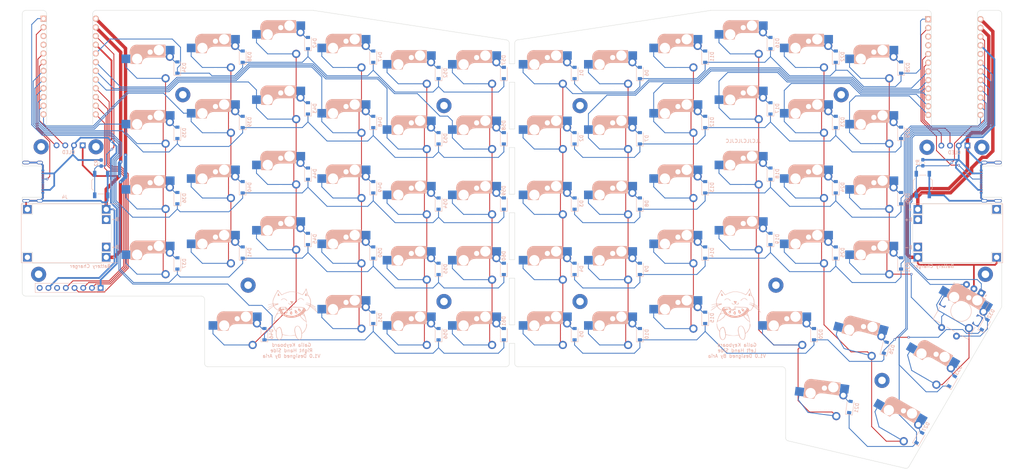
<source format=kicad_pcb>
(kicad_pcb (version 20171130) (host pcbnew "(5.1.6)-1")
  (layers (0 F.Cu signal) (31 B.Cu signal) (34 B.Paste user) (35 F.Paste user) (36 B.SilkS user) (37 F.SilkS user) (38 B.Mask user) (39 F.Mask user) (44 Edge.Cuts user))
  (net 0 "")
  (net 1 "Net-(D1-Pad2)")
  (net 2 ROW1)
  (net 3 "Net-(D2-Pad2)")
  (net 4 ROW2)
  (net 5 "Net-(D3-Pad2)")
  (net 6 ROW3)
  (net 7 "Net-(D4-Pad2)")
  (net 8 ROW4)
  (net 9 "Net-(D5-Pad2)")
  (net 10 ROW5)
  (net 11 "Net-(D6-Pad2)")
  (net 12 "Net-(D7-Pad2)")
  (net 13 "Net-(D8-Pad2)")
  (net 14 "Net-(D9-Pad2)")
  (net 15 "Net-(D10-Pad2)")
  (net 16 "Net-(D11-Pad2)")
  (net 17 "Net-(D12-Pad2)")
  (net 18 "Net-(D13-Pad2)")
  (net 19 "Net-(D14-Pad2)")
  (net 20 "Net-(D15-Pad2)")
  (net 21 "Net-(D16-Pad2)")
  (net 22 "Net-(D17-Pad2)")
  (net 23 "Net-(D18-Pad2)")
  (net 24 "Net-(D19-Pad2)")
  (net 25 "Net-(D20-Pad2)")
  (net 26 "Net-(D21-Pad2)")
  (net 27 ROW6)
  (net 28 "Net-(D22-Pad2)")
  (net 29 "Net-(D23-Pad2)")
  (net 30 "Net-(D24-Pad2)")
  (net 31 "Net-(D25-Pad2)")
  (net 32 "Net-(D26-Pad2)")
  (net 33 "Net-(D27-Pad2)")
  (net 34 "Net-(D28-Pad2)")
  (net 35 "Net-(D29-Pad2)")
  (net 36 "Net-(D30-Pad2)")
  (net 37 "Net-(D31-Pad2)")
  (net 38 "Net-(D32-Pad2)")
  (net 39 "Net-(D33-Pad2)")
  (net 40 "Net-(D34-Pad2)")
  (net 41 ROW1_R)
  (net 42 "Net-(D35-Pad2)")
  (net 43 ROW2_R)
  (net 44 "Net-(D36-Pad2)")
  (net 45 ROW3_R)
  (net 46 "Net-(D37-Pad2)")
  (net 47 ROW4_R)
  (net 48 "Net-(D38-Pad2)")
  (net 49 ROW5_R)
  (net 50 "Net-(D39-Pad2)")
  (net 51 "Net-(D40-Pad2)")
  (net 52 "Net-(D41-Pad2)")
  (net 53 "Net-(D42-Pad2)")
  (net 54 "Net-(D43-Pad2)")
  (net 55 "Net-(D44-Pad2)")
  (net 56 "Net-(D45-Pad2)")
  (net 57 "Net-(D46-Pad2)")
  (net 58 "Net-(D47-Pad2)")
  (net 59 "Net-(D48-Pad2)")
  (net 60 "Net-(D49-Pad2)")
  (net 61 "Net-(D50-Pad2)")
  (net 62 "Net-(D51-Pad2)")
  (net 63 "Net-(D52-Pad2)")
  (net 64 "Net-(D53-Pad2)")
  (net 65 "Net-(D54-Pad2)")
  (net 66 "Net-(D55-Pad2)")
  (net 67 "Net-(D56-Pad2)")
  (net 68 "Net-(D57-Pad2)")
  (net 69 "Net-(D58-Pad2)")
  (net 70 "Net-(D59-Pad2)")
  (net 71 "Net-(D60-Pad2)")
  (net 72 GND1)
  (net 73 VCC)
  (net 74 VDD)
  (net 75 GND3)
  (net 76 SDA)
  (net 77 SCL)
  (net 78 CS)
  (net 79 SCLK)
  (net 80 MOSI)
  (net 81 MISO)
  (net 82 RESET)
  (net 83 RESET_R)
  (net 84 COL1)
  (net 85 COL2)
  (net 86 COL3)
  (net 87 COL4)
  (net 88 COL5)
  (net 89 COL6)
  (net 90 COL6_R)
  (net 91 COL5_R)
  (net 92 COL4_R)
  (net 93 COL3_R)
  (net 94 COL2_R)
  (net 95 COL1_R)
  (net 96 "Net-(U1-Pad20)")
  (net 97 "Net-(U2-Pad3)")
  (net 98 "Net-(U2-Pad4)")
  (net 99 SDA_R)
  (net 100 SCL_R)
  (net 101 DATA)
  (net 102 DATA_R)
  (net 103 ROT_B)
  (net 104 ROT_A)
  (net 105 "Net-(D61-Pad2)")
  (net 106 "Net-(J5-Pad6)")
  (net 107 "Net-(J5-Pad8)")
  (net 108 "Net-(U1-Pad3)")
  (net 109 "Net-(U1-Pad4)")
  (net 110 "Net-(J3-PadB5)")
  (net 111 "Net-(J3-PadA8)")
  (net 112 "Net-(J3-PadB8)")
  (net 113 "Net-(J3-PadA5)")
  (net 114 "Net-(J7-PadB5)")
  (net 115 "Net-(J7-PadA8)")
  (net 116 "Net-(J7-PadB8)")
  (net 117 "Net-(J7-PadA5)")
  (net 118 "Net-(J1-Pad1)")
  (net 119 "Net-(J4-Pad1)")
  (net 120 RAW)
  (net 121 RAW_R)
  (net 122 "Net-(J1-Pad6)")
  (net 123 "Net-(J1-Pad5)")
  (net 124 "Net-(J4-Pad6)")
  (net 125 "Net-(J4-Pad5)")
  (module MountingHole:MountingHole_2.2mm_M2_Pad (layer F.Cu) (at 73.081297 72.328799)
    (fp_text reference REF** hide)
    (fp_text value MountingHole_2.2mm_M2_Pad)
    (pad 1 thru_hole circle (at 0 0) (size 4.4 4.4) (drill 2.2) (layers *.Cu *.Mask))
  )
  (module MountingHole:MountingHole_2.2mm_M2_Pad (layer F.Cu) (at 57.081297 72.328799)
    (fp_text reference REF** hide)
    (fp_text value MountingHole_2.2mm_M2_Pad)
    (pad 1 thru_hole circle (at 0 0) (size 4.4 4.4) (drill 2.2) (layers *.Cu *.Mask))
  )
  (module MountingHole:MountingHole_2.2mm_M2_Pad (layer F.Cu) (at 331.5325 72.487549)
    (fp_text reference REF** hide)
    (fp_text value MountingHole_2.2mm_M2_Pad)
    (pad 1 thru_hole circle (at 0 0) (size 4.4 4.4) (drill 2.2) (layers *.Cu *.Mask))
  )
  (module MountingHole:MountingHole_2.2mm_M2_Pad (layer F.Cu) (at 315.5325 72.487549)
    (fp_text reference REF** hide)
    (fp_text value MountingHole_2.2mm_M2_Pad)
    (pad 1 thru_hole circle (at 0 0) (size 4.4 4.4) (drill 2.2) (layers *.Cu *.Mask))
  )
  (module Button_Switch_SMD:SW_SPST_TL3342 (layer B.Cu) (at 314.325 83.34375 270)
    (fp_text reference SW35 hide)
    (fp_text value Reset)
    (pad 1 smd rect (at -3.15 1.9 270) (size 1.7 1) (layers B.Cu B.Paste B.Mask) (net 82 RESET))
    (pad 1 smd rect (at 3.15 1.9 270) (size 1.7 1) (layers B.Cu B.Paste B.Mask) (net 82 RESET))
    (pad 2 smd rect (at -3.15 -1.9 270) (size 1.7 1) (layers B.Cu B.Paste B.Mask) (net 72 GND1))
    (pad 2 smd rect (at 3.15 -1.9 270) (size 1.7 1) (layers B.Cu B.Paste B.Mask) (net 72 GND1))
  )
  (module Galia:TP4056-18650 (layer B.Cu) (at 324.35625 97.58125 180)
    (fp_text reference J1 hide)
    (fp_text value TP4056)
    (fp_text user "Battery Charger" (at 6.85625 -9.575) (layer B.SilkS) (effects (justify mirror)))
    (fp_text user B+ (at 14.20625 4) (layer B.SilkS) (effects (justify mirror)))
    (fp_text user B- (at 14.20625 -4.1) (layer B.SilkS) (effects (justify mirror)))
    (fp_text user + (at 13.70625 7) (layer B.SilkS) (effects (justify mirror)))
    (fp_text user - (at 13.70625 -7) (layer B.SilkS) (effects (justify mirror)))
    (pad 6 thru_hole rect (at 11.5 -4 180) (size 2.5 2.5) (drill 1.54) (layers *.Cu *.Mask) (net 122 "Net-(J1-Pad6)"))
    (pad 5 thru_hole rect (at 11.5 4 180) (size 2.5 2.5) (drill 1.54) (layers *.Cu *.Mask) (net 123 "Net-(J1-Pad5)"))
    (pad 4 thru_hole rect (at 11.5 -7 180) (size 2.5 2.5) (drill 1.54) (layers *.Cu *.Mask) (net 72 GND1))
    (pad 3 thru_hole rect (at 11.5 7 180) (size 2.5 2.5) (drill 1.54) (layers *.Cu *.Mask) (net 120 RAW))
    (pad 2 thru_hole rect (at -11.5 -7 180) (size 2.5 2.5) (drill 1.54) (layers *.Cu *.Mask) (net 72 GND1))
    (pad 1 thru_hole rect (at -11.5 7 180) (size 2.5 2.5) (drill 1.54) (layers *.Cu *.Mask) (net 118 "Net-(J1-Pad1)"))
  )
  (module Galia:TP4056-18650 (layer B.Cu) (at 64.581548 97.581198)
    (fp_text reference J4 (at -0.6 -10.6) (layer B.SilkS) (effects (justify mirror)))
    (fp_text value TP4056)
    (fp_text user "Battery Charger" (at 6.855952 9.575052) (layer B.SilkS) (effects (justify mirror)))
    (fp_text user B+ (at 14.15 4) (layer B.SilkS) (effects (justify mirror)))
    (fp_text user B- (at 14.15 -4.1) (layer B.SilkS) (effects (justify mirror)))
    (fp_text user + (at 13.65 7) (layer B.SilkS) (effects (justify mirror)))
    (fp_text user - (at 13.65 -7) (layer B.SilkS) (effects (justify mirror)))
    (pad 6 thru_hole rect (at 11.5 -4) (size 2.5 2.5) (drill 1.54) (layers *.Cu *.Mask) (net 124 "Net-(J4-Pad6)"))
    (pad 5 thru_hole rect (at 11.5 4) (size 2.5 2.5) (drill 1.54) (layers *.Cu *.Mask) (net 125 "Net-(J4-Pad5)"))
    (pad 4 thru_hole rect (at 11.5 -7) (size 2.5 2.5) (drill 1.54) (layers *.Cu *.Mask) (net 75 GND3))
    (pad 3 thru_hole rect (at 11.5 7) (size 2.5 2.5) (drill 1.54) (layers *.Cu *.Mask) (net 121 RAW_R))
    (pad 2 thru_hole rect (at -11.5 -7) (size 2.5 2.5) (drill 1.54) (layers *.Cu *.Mask) (net 75 GND3))
    (pad 1 thru_hole rect (at -11.5 7) (size 2.5 2.5) (drill 1.54) (layers *.Cu *.Mask) (net 119 "Net-(J4-Pad1)"))
  )
  (module MountingHole:MountingHole_2.2mm_M2_Pad (layer F.Cu) (at 56.356248 109.5375 180)
    (fp_text reference REF** hide)
    (fp_text value MountingHole_2.2mm_M2_Pad)
    (pad 1 thru_hole circle (at 0 0 180) (size 4.4 4.4) (drill 2.2) (layers *.Cu *.Mask))
  )
  (module MountingHole:MountingHole_2.2mm_M2_Pad (layer F.Cu) (at 332.58125 109.5375)
    (fp_text reference REF** hide)
    (fp_text value MountingHole_2.2mm_M2_Pad)
    (pad 1 thru_hole circle (at 0 0) (size 4.4 4.4) (drill 2.2) (layers *.Cu *.Mask))
  )
  (module MountingHole:MountingHole_2.2mm_M2_Pad (layer F.Cu) (at 302.41875 140.49375)
    (fp_text reference REF** hide)
    (fp_text value MountingHole_2.2mm_M2_Pad)
    (pad 1 thru_hole circle (at 0 0) (size 4.4 4.4) (drill 2.2) (layers *.Cu *.Mask))
  )
  (module MountingHole:MountingHole_2.2mm_M2_Pad (layer F.Cu) (at 271.4625 112.7125)
    (fp_text reference REF** hide)
    (fp_text value MountingHole_2.2mm_M2_Pad)
    (pad 1 thru_hole circle (at 0 0) (size 4.4 4.4) (drill 2.2) (layers *.Cu *.Mask))
  )
  (module MountingHole:MountingHole_2.2mm_M2_Pad (layer F.Cu) (at 290.5125 57.15)
    (fp_text reference REF** hide)
    (fp_text value MountingHole_2.2mm_M2_Pad)
    (pad 1 thru_hole circle (at 0 0) (size 4.4 4.4) (drill 2.2) (layers *.Cu *.Mask))
  )
  (module MountingHole:MountingHole_2.2mm_M2_Pad (layer F.Cu) (at 214.3125 117.475)
    (fp_text reference REF** hide)
    (fp_text value MountingHole_2.2mm_M2_Pad)
    (pad 1 thru_hole circle (at 0 0) (size 4.4 4.4) (drill 2.2) (layers *.Cu *.Mask))
  )
  (module MountingHole:MountingHole_2.2mm_M2_Pad (layer F.Cu) (at 214.3125 60.325)
    (fp_text reference REF** hide)
    (fp_text value MountingHole_2.2mm_M2_Pad)
    (pad 1 thru_hole circle (at 0 0) (size 4.4 4.4) (drill 2.2) (layers *.Cu *.Mask))
  )
  (module MountingHole:MountingHole_2.2mm_M2_Pad (layer F.Cu) (at 117.475 112.7125)
    (fp_text reference REF** hide)
    (fp_text value MountingHole_2.2mm_M2_Pad)
    (pad 1 thru_hole circle (at 0 0) (size 4.4 4.4) (drill 2.2) (layers *.Cu *.Mask))
  )
  (module MountingHole:MountingHole_2.2mm_M2_Pad (layer F.Cu) (at 98.425 57.15)
    (fp_text reference REF** hide)
    (fp_text value MountingHole_2.2mm_M2_Pad)
    (pad 1 thru_hole circle (at 0 0) (size 4.4 4.4) (drill 2.2) (layers *.Cu *.Mask))
  )
  (module MountingHole:MountingHole_2.2mm_M2_Pad (layer F.Cu) (at 174.625 117.475)
    (fp_text reference REF** hide)
    (fp_text value MountingHole_2.2mm_M2_Pad)
    (pad 1 thru_hole circle (at 0 0) (size 4.4 4.4) (drill 2.2) (layers *.Cu *.Mask))
  )
  (module MountingHole:MountingHole_2.2mm_M2_Pad (layer F.Cu) (at 174.625 60.325)
    (fp_text reference REF** hide)
    (fp_text value MountingHole_2.2mm_M2_Pad)
    (pad 1 thru_hole circle (at 0 0) (size 4.4 4.4) (drill 2.2) (layers *.Cu *.Mask))
  )
  (module Cantaloupe:Catmelon (layer B.Cu) (at 129.38125 118.999004 180)
    (fp_text reference G2 hide)
    (fp_text value Art hide)
  )
  (module Cantaloupe:Catmelon (layer B.Cu) (at 258.7625 118.999002 180)
    (fp_text reference G1 hide)
    (fp_text value Art hide)
  )
  (module "Custom Parts:Breakaway_Tabs" (layer F.Cu) (at 195.2625 127 90)
    (fp_text reference REF**)
    (fp_text value Breakaway_Tabs)
    (pad "" np_thru_hole circle (at 0 0 90) (size 0.3 0.3) (drill 0.3) (layers *.Cu *.Mask))
    (pad "" np_thru_hole circle (at 0.59375 0 90) (size 0.3 0.3) (drill 0.3) (layers *.Cu *.Mask))
    (pad "" np_thru_hole circle (at 1.1875 0 90) (size 0.3 0.3) (drill 0.3) (layers *.Cu *.Mask))
    (pad "" np_thru_hole circle (at 1.78125 0 90) (size 0.3 0.3) (drill 0.3) (layers *.Cu *.Mask))
    (pad "" np_thru_hole circle (at 2.375 0 90) (size 0.3 0.3) (drill 0.3) (layers *.Cu *.Mask))
    (pad "" np_thru_hole circle (at -1.78125 0 90) (size 0.3 0.3) (drill 0.3) (layers *.Cu *.Mask))
    (pad "" np_thru_hole circle (at -0.59375 0 90) (size 0.3 0.3) (drill 0.3) (layers *.Cu *.Mask))
    (pad "" np_thru_hole circle (at -2.375 0 90) (size 0.3 0.3) (drill 0.3) (layers *.Cu *.Mask))
    (pad "" np_thru_hole circle (at -1.1875 0 90) (size 0.3 0.3) (drill 0.3) (layers *.Cu *.Mask))
  )
  (module "Custom Parts:Breakaway_Tabs" (layer F.Cu) (at 193.675 127 90)
    (fp_text reference REF**)
    (fp_text value Breakaway_Tabs)
    (pad "" np_thru_hole circle (at 0 0 90) (size 0.3 0.3) (drill 0.3) (layers *.Cu *.Mask))
    (pad "" np_thru_hole circle (at 0.59375 0 90) (size 0.3 0.3) (drill 0.3) (layers *.Cu *.Mask))
    (pad "" np_thru_hole circle (at 1.1875 0 90) (size 0.3 0.3) (drill 0.3) (layers *.Cu *.Mask))
    (pad "" np_thru_hole circle (at 1.78125 0 90) (size 0.3 0.3) (drill 0.3) (layers *.Cu *.Mask))
    (pad "" np_thru_hole circle (at 2.375 0 90) (size 0.3 0.3) (drill 0.3) (layers *.Cu *.Mask))
    (pad "" np_thru_hole circle (at -1.78125 0 90) (size 0.3 0.3) (drill 0.3) (layers *.Cu *.Mask))
    (pad "" np_thru_hole circle (at -0.59375 0 90) (size 0.3 0.3) (drill 0.3) (layers *.Cu *.Mask))
    (pad "" np_thru_hole circle (at -2.375 0 90) (size 0.3 0.3) (drill 0.3) (layers *.Cu *.Mask))
    (pad "" np_thru_hole circle (at -1.1875 0 90) (size 0.3 0.3) (drill 0.3) (layers *.Cu *.Mask))
  )
  (module "Custom Parts:Breakaway_Tabs" (layer F.Cu) (at 195.2625 107.95 90)
    (fp_text reference REF**)
    (fp_text value Breakaway_Tabs)
    (pad "" np_thru_hole circle (at 0 0 90) (size 0.3 0.3) (drill 0.3) (layers *.Cu *.Mask))
    (pad "" np_thru_hole circle (at 0.59375 0 90) (size 0.3 0.3) (drill 0.3) (layers *.Cu *.Mask))
    (pad "" np_thru_hole circle (at 1.1875 0 90) (size 0.3 0.3) (drill 0.3) (layers *.Cu *.Mask))
    (pad "" np_thru_hole circle (at 1.78125 0 90) (size 0.3 0.3) (drill 0.3) (layers *.Cu *.Mask))
    (pad "" np_thru_hole circle (at 2.375 0 90) (size 0.3 0.3) (drill 0.3) (layers *.Cu *.Mask))
    (pad "" np_thru_hole circle (at -1.78125 0 90) (size 0.3 0.3) (drill 0.3) (layers *.Cu *.Mask))
    (pad "" np_thru_hole circle (at -0.59375 0 90) (size 0.3 0.3) (drill 0.3) (layers *.Cu *.Mask))
    (pad "" np_thru_hole circle (at -2.375 0 90) (size 0.3 0.3) (drill 0.3) (layers *.Cu *.Mask))
    (pad "" np_thru_hole circle (at -1.1875 0 90) (size 0.3 0.3) (drill 0.3) (layers *.Cu *.Mask))
  )
  (module "Custom Parts:Breakaway_Tabs" (layer F.Cu) (at 193.675 107.95 90)
    (fp_text reference REF**)
    (fp_text value Breakaway_Tabs)
    (pad "" np_thru_hole circle (at 0 0 90) (size 0.3 0.3) (drill 0.3) (layers *.Cu *.Mask))
    (pad "" np_thru_hole circle (at 0.59375 0 90) (size 0.3 0.3) (drill 0.3) (layers *.Cu *.Mask))
    (pad "" np_thru_hole circle (at 1.1875 0 90) (size 0.3 0.3) (drill 0.3) (layers *.Cu *.Mask))
    (pad "" np_thru_hole circle (at 1.78125 0 90) (size 0.3 0.3) (drill 0.3) (layers *.Cu *.Mask))
    (pad "" np_thru_hole circle (at 2.375 0 90) (size 0.3 0.3) (drill 0.3) (layers *.Cu *.Mask))
    (pad "" np_thru_hole circle (at -1.78125 0 90) (size 0.3 0.3) (drill 0.3) (layers *.Cu *.Mask))
    (pad "" np_thru_hole circle (at -0.59375 0 90) (size 0.3 0.3) (drill 0.3) (layers *.Cu *.Mask))
    (pad "" np_thru_hole circle (at -2.375 0 90) (size 0.3 0.3) (drill 0.3) (layers *.Cu *.Mask))
    (pad "" np_thru_hole circle (at -1.1875 0 90) (size 0.3 0.3) (drill 0.3) (layers *.Cu *.Mask))
  )
  (module "Custom Parts:Breakaway_Tabs" (layer F.Cu) (at 195.2625 88.9 90)
    (fp_text reference REF**)
    (fp_text value Breakaway_Tabs)
    (pad "" np_thru_hole circle (at 0 0 90) (size 0.3 0.3) (drill 0.3) (layers *.Cu *.Mask))
    (pad "" np_thru_hole circle (at 0.59375 0 90) (size 0.3 0.3) (drill 0.3) (layers *.Cu *.Mask))
    (pad "" np_thru_hole circle (at 1.1875 0 90) (size 0.3 0.3) (drill 0.3) (layers *.Cu *.Mask))
    (pad "" np_thru_hole circle (at 1.78125 0 90) (size 0.3 0.3) (drill 0.3) (layers *.Cu *.Mask))
    (pad "" np_thru_hole circle (at 2.375 0 90) (size 0.3 0.3) (drill 0.3) (layers *.Cu *.Mask))
    (pad "" np_thru_hole circle (at -1.78125 0 90) (size 0.3 0.3) (drill 0.3) (layers *.Cu *.Mask))
    (pad "" np_thru_hole circle (at -0.59375 0 90) (size 0.3 0.3) (drill 0.3) (layers *.Cu *.Mask))
    (pad "" np_thru_hole circle (at -2.375 0 90) (size 0.3 0.3) (drill 0.3) (layers *.Cu *.Mask))
    (pad "" np_thru_hole circle (at -1.1875 0 90) (size 0.3 0.3) (drill 0.3) (layers *.Cu *.Mask))
  )
  (module "Custom Parts:Breakaway_Tabs" (layer F.Cu) (at 193.675 88.9 90)
    (fp_text reference REF**)
    (fp_text value Breakaway_Tabs)
    (pad "" np_thru_hole circle (at 0 0 90) (size 0.3 0.3) (drill 0.3) (layers *.Cu *.Mask))
    (pad "" np_thru_hole circle (at 0.59375 0 90) (size 0.3 0.3) (drill 0.3) (layers *.Cu *.Mask))
    (pad "" np_thru_hole circle (at 1.1875 0 90) (size 0.3 0.3) (drill 0.3) (layers *.Cu *.Mask))
    (pad "" np_thru_hole circle (at 1.78125 0 90) (size 0.3 0.3) (drill 0.3) (layers *.Cu *.Mask))
    (pad "" np_thru_hole circle (at 2.375 0 90) (size 0.3 0.3) (drill 0.3) (layers *.Cu *.Mask))
    (pad "" np_thru_hole circle (at -1.78125 0 90) (size 0.3 0.3) (drill 0.3) (layers *.Cu *.Mask))
    (pad "" np_thru_hole circle (at -0.59375 0 90) (size 0.3 0.3) (drill 0.3) (layers *.Cu *.Mask))
    (pad "" np_thru_hole circle (at -2.375 0 90) (size 0.3 0.3) (drill 0.3) (layers *.Cu *.Mask))
    (pad "" np_thru_hole circle (at -1.1875 0 90) (size 0.3 0.3) (drill 0.3) (layers *.Cu *.Mask))
  )
  (module "Custom Parts:Breakaway_Tabs" (layer F.Cu) (at 195.2625 69.85 90)
    (fp_text reference REF**)
    (fp_text value Breakaway_Tabs)
    (pad "" np_thru_hole circle (at 0 0 90) (size 0.3 0.3) (drill 0.3) (layers *.Cu *.Mask))
    (pad "" np_thru_hole circle (at 0.59375 0 90) (size 0.3 0.3) (drill 0.3) (layers *.Cu *.Mask))
    (pad "" np_thru_hole circle (at 1.1875 0 90) (size 0.3 0.3) (drill 0.3) (layers *.Cu *.Mask))
    (pad "" np_thru_hole circle (at 1.78125 0 90) (size 0.3 0.3) (drill 0.3) (layers *.Cu *.Mask))
    (pad "" np_thru_hole circle (at 2.375 0 90) (size 0.3 0.3) (drill 0.3) (layers *.Cu *.Mask))
    (pad "" np_thru_hole circle (at -1.78125 0 90) (size 0.3 0.3) (drill 0.3) (layers *.Cu *.Mask))
    (pad "" np_thru_hole circle (at -0.59375 0 90) (size 0.3 0.3) (drill 0.3) (layers *.Cu *.Mask))
    (pad "" np_thru_hole circle (at -2.375 0 90) (size 0.3 0.3) (drill 0.3) (layers *.Cu *.Mask))
    (pad "" np_thru_hole circle (at -1.1875 0 90) (size 0.3 0.3) (drill 0.3) (layers *.Cu *.Mask))
  )
  (module "Custom Parts:Breakaway_Tabs" (layer F.Cu) (at 193.675 69.85 90)
    (fp_text reference REF**)
    (fp_text value Breakaway_Tabs)
    (pad "" np_thru_hole circle (at 0 0 90) (size 0.3 0.3) (drill 0.3) (layers *.Cu *.Mask))
    (pad "" np_thru_hole circle (at 0.59375 0 90) (size 0.3 0.3) (drill 0.3) (layers *.Cu *.Mask))
    (pad "" np_thru_hole circle (at 1.1875 0 90) (size 0.3 0.3) (drill 0.3) (layers *.Cu *.Mask))
    (pad "" np_thru_hole circle (at 1.78125 0 90) (size 0.3 0.3) (drill 0.3) (layers *.Cu *.Mask))
    (pad "" np_thru_hole circle (at 2.375 0 90) (size 0.3 0.3) (drill 0.3) (layers *.Cu *.Mask))
    (pad "" np_thru_hole circle (at -1.78125 0 90) (size 0.3 0.3) (drill 0.3) (layers *.Cu *.Mask))
    (pad "" np_thru_hole circle (at -0.59375 0 90) (size 0.3 0.3) (drill 0.3) (layers *.Cu *.Mask))
    (pad "" np_thru_hole circle (at -2.375 0 90) (size 0.3 0.3) (drill 0.3) (layers *.Cu *.Mask))
    (pad "" np_thru_hole circle (at -1.1875 0 90) (size 0.3 0.3) (drill 0.3) (layers *.Cu *.Mask))
  )
  (module "Custom Parts:Breakaway_Tabs" (layer F.Cu) (at 195.2625 50.8 90)
    (fp_text reference REF**)
    (fp_text value Breakaway_Tabs)
    (pad "" np_thru_hole circle (at 0 0 90) (size 0.3 0.3) (drill 0.3) (layers *.Cu *.Mask))
    (pad "" np_thru_hole circle (at 0.59375 0 90) (size 0.3 0.3) (drill 0.3) (layers *.Cu *.Mask))
    (pad "" np_thru_hole circle (at 1.1875 0 90) (size 0.3 0.3) (drill 0.3) (layers *.Cu *.Mask))
    (pad "" np_thru_hole circle (at 1.78125 0 90) (size 0.3 0.3) (drill 0.3) (layers *.Cu *.Mask))
    (pad "" np_thru_hole circle (at 2.375 0 90) (size 0.3 0.3) (drill 0.3) (layers *.Cu *.Mask))
    (pad "" np_thru_hole circle (at -1.78125 0 90) (size 0.3 0.3) (drill 0.3) (layers *.Cu *.Mask))
    (pad "" np_thru_hole circle (at -0.59375 0 90) (size 0.3 0.3) (drill 0.3) (layers *.Cu *.Mask))
    (pad "" np_thru_hole circle (at -2.375 0 90) (size 0.3 0.3) (drill 0.3) (layers *.Cu *.Mask))
    (pad "" np_thru_hole circle (at -1.1875 0 90) (size 0.3 0.3) (drill 0.3) (layers *.Cu *.Mask))
  )
  (module "Custom Parts:Breakaway_Tabs" (layer F.Cu) (at 193.675 50.8 90)
    (fp_text reference REF**)
    (fp_text value Breakaway_Tabs)
    (pad "" np_thru_hole circle (at 0 0 90) (size 0.3 0.3) (drill 0.3) (layers *.Cu *.Mask))
    (pad "" np_thru_hole circle (at 0.59375 0 90) (size 0.3 0.3) (drill 0.3) (layers *.Cu *.Mask))
    (pad "" np_thru_hole circle (at 1.1875 0 90) (size 0.3 0.3) (drill 0.3) (layers *.Cu *.Mask))
    (pad "" np_thru_hole circle (at 1.78125 0 90) (size 0.3 0.3) (drill 0.3) (layers *.Cu *.Mask))
    (pad "" np_thru_hole circle (at 2.375 0 90) (size 0.3 0.3) (drill 0.3) (layers *.Cu *.Mask))
    (pad "" np_thru_hole circle (at -1.78125 0 90) (size 0.3 0.3) (drill 0.3) (layers *.Cu *.Mask))
    (pad "" np_thru_hole circle (at -0.59375 0 90) (size 0.3 0.3) (drill 0.3) (layers *.Cu *.Mask))
    (pad "" np_thru_hole circle (at -2.375 0 90) (size 0.3 0.3) (drill 0.3) (layers *.Cu *.Mask))
    (pad "" np_thru_hole circle (at -1.1875 0 90) (size 0.3 0.3) (drill 0.3) (layers *.Cu *.Mask))
  )
  (module Galia:CherryMX_Hotswap_SMK (layer F.Cu) (at 300.0375 106.3625)
    (fp_text reference SW31 hide)
    (fp_text value MX hide)
    (pad "" np_thru_hole circle (at 0 -4.5 270) (size 1.5 1.5) (drill 1.5) (layers *.Cu *.Mask))
    (pad 1 smd rect (at -7.085 -2.54 180) (size 2.55 2.5) (layers B.Cu B.Paste B.Mask) (net 89 COL6))
    (pad "" np_thru_hole circle (at 0 0 90) (size 4.1 4.1) (drill 4.1) (layers *.Cu *.Mask))
    (pad "" np_thru_hole circle (at 5.08 0) (size 1.9 1.9) (drill 1.9) (layers *.Cu *.Mask))
    (pad "" np_thru_hole circle (at -5.08 0) (size 1.9 1.9) (drill 1.9) (layers *.Cu *.Mask))
    (pad 2 smd rect (at 5.842 -5.08 180) (size 2.55 2.5) (layers B.Cu B.Paste B.Mask) (net 37 "Net-(D31-Pad2)"))
    (pad "" np_thru_hole circle (at -3.81 -2.54) (size 3 3) (drill 3) (layers *.Cu *.Mask))
    (pad "" np_thru_hole circle (at 2.54 -5.08) (size 3 3) (drill 3) (layers *.Cu *.Mask))
    (pad 2 thru_hole circle (at 5.75 -3.15 90) (size 2.4 2.4) (drill 1.5) (layers *.Cu *.Mask) (net 37 "Net-(D31-Pad2)"))
    (pad 1 thru_hole circle (at 4.5 3.15 90) (size 2.4 2.4) (drill 1.5) (layers *.Cu *.Mask) (net 89 COL6))
    (pad "" np_thru_hole circle (at 0 4.5 90) (size 1.5 1.5) (drill 1.5) (layers *.Cu *.Mask))
  )
  (module Rotary_Encoder:RotaryEncoder_Alps_EC11E-Switch_Vertical_H20mm (layer F.Cu) (at 325.48125 120.264709 240)
    (fp_text reference SW34 hide)
    (fp_text value Encoder)
    (pad S2 thru_hole circle (at 7 -2.5 240) (size 2 2) (drill 1) (layers *.Cu *.Mask) (net 38 "Net-(D32-Pad2)"))
    (pad A thru_hole rect (at -7.5 -2.5 240) (size 2 2) (drill 1) (layers *.Cu *.Mask) (net 104 ROT_A))
    (pad C thru_hole circle (at -7.5 0 240) (size 2 2) (drill 1) (layers *.Cu *.Mask) (net 72 GND1))
    (pad B thru_hole circle (at -7.5 2.5 240) (size 2 2) (drill 1) (layers *.Cu *.Mask) (net 103 ROT_B))
    (pad S1 thru_hole circle (at 7 2.5 240) (size 2 2) (drill 1) (layers *.Cu *.Mask) (net 89 COL6))
    (pad MP thru_hole rect (at 0 -5.6 240) (size 3.2 2) (drill oval 2.8 1.5) (layers *.Cu *.Mask))
    (pad MP thru_hole rect (at 0 5.6 240) (size 3.2 2) (drill oval 2.8 1.5) (layers *.Cu *.Mask))
  )
  (module Galia:CherryMX_Hotswap_SMK (layer F.Cu) (at 242.8875 46.037501)
    (fp_text reference SW11 hide)
    (fp_text value MX hide)
    (pad "" np_thru_hole circle (at 0 -4.5 270) (size 1.5 1.5) (drill 1.5) (layers *.Cu *.Mask))
    (pad 1 smd rect (at -7.085 -2.54 180) (size 2.55 2.5) (layers B.Cu B.Paste B.Mask) (net 86 COL3))
    (pad "" np_thru_hole circle (at 0 0 90) (size 4.1 4.1) (drill 4.1) (layers *.Cu *.Mask))
    (pad "" np_thru_hole circle (at 5.08 0) (size 1.9 1.9) (drill 1.9) (layers *.Cu *.Mask))
    (pad "" np_thru_hole circle (at -5.08 0) (size 1.9 1.9) (drill 1.9) (layers *.Cu *.Mask))
    (pad 2 smd rect (at 5.842 -5.08 180) (size 2.55 2.5) (layers B.Cu B.Paste B.Mask) (net 16 "Net-(D11-Pad2)"))
    (pad "" np_thru_hole circle (at -3.81 -2.54) (size 3 3) (drill 3) (layers *.Cu *.Mask))
    (pad "" np_thru_hole circle (at 2.54 -5.08) (size 3 3) (drill 3) (layers *.Cu *.Mask))
    (pad 2 thru_hole circle (at 5.75 -3.15 90) (size 2.4 2.4) (drill 1.5) (layers *.Cu *.Mask) (net 16 "Net-(D11-Pad2)"))
    (pad 1 thru_hole circle (at 4.5 3.15 90) (size 2.4 2.4) (drill 1.5) (layers *.Cu *.Mask) (net 86 COL3))
    (pad "" np_thru_hole circle (at 0 4.5 90) (size 1.5 1.5) (drill 1.5) (layers *.Cu *.Mask))
  )
  (module Galia:CherryMX_Hotswap_SMK (layer F.Cu) (at 242.887501 122.2375)
    (fp_text reference SW15 hide)
    (fp_text value MX hide)
    (pad "" np_thru_hole circle (at 0 -4.5 270) (size 1.5 1.5) (drill 1.5) (layers *.Cu *.Mask))
    (pad 1 smd rect (at -7.085 -2.54 180) (size 2.55 2.5) (layers B.Cu B.Paste B.Mask) (net 86 COL3))
    (pad "" np_thru_hole circle (at 0 0 90) (size 4.1 4.1) (drill 4.1) (layers *.Cu *.Mask))
    (pad "" np_thru_hole circle (at 5.08 0) (size 1.9 1.9) (drill 1.9) (layers *.Cu *.Mask))
    (pad "" np_thru_hole circle (at -5.08 0) (size 1.9 1.9) (drill 1.9) (layers *.Cu *.Mask))
    (pad 2 smd rect (at 5.842 -5.08 180) (size 2.55 2.5) (layers B.Cu B.Paste B.Mask) (net 20 "Net-(D15-Pad2)"))
    (pad "" np_thru_hole circle (at -3.81 -2.54) (size 3 3) (drill 3) (layers *.Cu *.Mask))
    (pad "" np_thru_hole circle (at 2.54 -5.08) (size 3 3) (drill 3) (layers *.Cu *.Mask))
    (pad 2 thru_hole circle (at 5.75 -3.15 90) (size 2.4 2.4) (drill 1.5) (layers *.Cu *.Mask) (net 20 "Net-(D15-Pad2)"))
    (pad 1 thru_hole circle (at 4.5 3.15 90) (size 2.4 2.4) (drill 1.5) (layers *.Cu *.Mask) (net 86 COL3))
    (pad "" np_thru_hole circle (at 0 4.5 90) (size 1.5 1.5) (drill 1.5) (layers *.Cu *.Mask))
  )
  (module Galia:CherryMX_Hotswap_SMK (layer F.Cu) (at 315.95625 136.762498 330)
    (fp_text reference SW33 hide)
    (fp_text value MX hide)
    (pad "" np_thru_hole circle (at 0 -4.5 240) (size 1.5 1.5) (drill 1.5) (layers *.Cu *.Mask))
    (pad 1 smd rect (at -7.085 -2.54 150) (size 2.55 2.5) (layers B.Cu B.Paste B.Mask) (net 89 COL6))
    (pad "" np_thru_hole circle (at 0 0 60) (size 4.1 4.1) (drill 4.1) (layers *.Cu *.Mask))
    (pad "" np_thru_hole circle (at 5.08 0 330) (size 1.9 1.9) (drill 1.9) (layers *.Cu *.Mask))
    (pad "" np_thru_hole circle (at -5.08 0 330) (size 1.9 1.9) (drill 1.9) (layers *.Cu *.Mask))
    (pad 2 smd rect (at 5.842 -5.08 150) (size 2.55 2.5) (layers B.Cu B.Paste B.Mask) (net 39 "Net-(D33-Pad2)"))
    (pad "" np_thru_hole circle (at -3.81 -2.54 330) (size 3 3) (drill 3) (layers *.Cu *.Mask))
    (pad "" np_thru_hole circle (at 2.54 -5.08 330) (size 3 3) (drill 3) (layers *.Cu *.Mask))
    (pad 2 thru_hole circle (at 5.75 -3.15 60) (size 2.4 2.4) (drill 1.5) (layers *.Cu *.Mask) (net 39 "Net-(D33-Pad2)"))
    (pad 1 thru_hole circle (at 4.5 3.15 60) (size 2.4 2.4) (drill 1.5) (layers *.Cu *.Mask) (net 89 COL6))
    (pad "" np_thru_hole circle (at 0 4.5 60) (size 1.5 1.5) (drill 1.5) (layers *.Cu *.Mask))
  )
  (module Galia:CherryMX_Hotswap_SMK (layer F.Cu) (at 325.48125 120.264709 330)
    (fp_text reference SW32 hide)
    (fp_text value MX hide)
    (pad "" np_thru_hole circle (at 0 4.5 60) (size 1.5 1.5) (drill 1.5) (layers *.Cu *.Mask))
    (pad 1 thru_hole circle (at 4.5 3.15 60) (size 2.4 2.4) (drill 1.5) (layers *.Cu *.Mask) (net 89 COL6))
    (pad 2 thru_hole circle (at 5.75 -3.15 60) (size 2.4 2.4) (drill 1.5) (layers *.Cu *.Mask) (net 38 "Net-(D32-Pad2)"))
    (pad "" np_thru_hole circle (at 2.54 -5.08 330) (size 3 3) (drill 3) (layers *.Cu *.Mask))
    (pad "" np_thru_hole circle (at -3.81 -2.54 330) (size 3 3) (drill 3) (layers *.Cu *.Mask))
    (pad 2 smd rect (at 5.842 -5.08 150) (size 2.55 2.5) (layers B.Cu B.Paste B.Mask) (net 38 "Net-(D32-Pad2)"))
    (pad "" np_thru_hole circle (at -5.08 0 330) (size 1.9 1.9) (drill 1.9) (layers *.Cu *.Mask))
    (pad "" np_thru_hole circle (at 5.08 0 330) (size 1.9 1.9) (drill 1.9) (layers *.Cu *.Mask))
    (pad "" np_thru_hole circle (at 0 0 60) (size 4.1 4.1) (drill 4.1) (layers *.Cu *.Mask))
    (pad 1 smd rect (at -7.085 -2.54 150) (size 2.55 2.5) (layers B.Cu B.Paste B.Mask) (net 89 COL6))
    (pad "" np_thru_hole circle (at 0 -4.5 240) (size 1.5 1.5) (drill 1.5) (layers *.Cu *.Mask))
  )
  (module Galia:CherryMX_Hotswap_SMK (layer F.Cu) (at 306.431249 153.256252 330)
    (fp_text reference SW27 hide)
    (fp_text value MX hide)
    (pad "" np_thru_hole circle (at 0 -4.5 240) (size 1.5 1.5) (drill 1.5) (layers *.Cu *.Mask))
    (pad 1 smd rect (at -7.085 -2.54 150) (size 2.55 2.5) (layers B.Cu B.Paste B.Mask) (net 88 COL5))
    (pad "" np_thru_hole circle (at 0 0 60) (size 4.1 4.1) (drill 4.1) (layers *.Cu *.Mask))
    (pad "" np_thru_hole circle (at 5.08 0 330) (size 1.9 1.9) (drill 1.9) (layers *.Cu *.Mask))
    (pad "" np_thru_hole circle (at -5.08 0 330) (size 1.9 1.9) (drill 1.9) (layers *.Cu *.Mask))
    (pad 2 smd rect (at 5.842 -5.08 150) (size 2.55 2.5) (layers B.Cu B.Paste B.Mask) (net 33 "Net-(D27-Pad2)"))
    (pad "" np_thru_hole circle (at -3.81 -2.54 330) (size 3 3) (drill 3) (layers *.Cu *.Mask))
    (pad "" np_thru_hole circle (at 2.54 -5.08 330) (size 3 3) (drill 3) (layers *.Cu *.Mask))
    (pad 2 thru_hole circle (at 5.75 -3.15 60) (size 2.4 2.4) (drill 1.5) (layers *.Cu *.Mask) (net 33 "Net-(D27-Pad2)"))
    (pad 1 thru_hole circle (at 4.5 3.15 60) (size 2.4 2.4) (drill 1.5) (layers *.Cu *.Mask) (net 88 COL5))
    (pad "" np_thru_hole circle (at 0 4.5 60) (size 1.5 1.5) (drill 1.5) (layers *.Cu *.Mask))
  )
  (module Galia:CherryMX_Hotswap_SMK (layer F.Cu) (at 285.025 147.206249 352.5)
    (fp_text reference SW21 hide)
    (fp_text value MX hide)
    (pad "" np_thru_hole circle (at 0 -4.5 262.5) (size 1.5 1.5) (drill 1.5) (layers *.Cu *.Mask))
    (pad 1 smd rect (at -7.085 -2.54 172.5) (size 2.55 2.5) (layers B.Cu B.Paste B.Mask) (net 87 COL4))
    (pad "" np_thru_hole circle (at 0 0 82.5) (size 4.1 4.1) (drill 4.1) (layers *.Cu *.Mask))
    (pad "" np_thru_hole circle (at 5.08 0 352.5) (size 1.9 1.9) (drill 1.9) (layers *.Cu *.Mask))
    (pad "" np_thru_hole circle (at -5.08 0 352.5) (size 1.9 1.9) (drill 1.9) (layers *.Cu *.Mask))
    (pad 2 smd rect (at 5.842 -5.08 172.5) (size 2.55 2.5) (layers B.Cu B.Paste B.Mask) (net 26 "Net-(D21-Pad2)"))
    (pad "" np_thru_hole circle (at -3.81 -2.54 352.5) (size 3 3) (drill 3) (layers *.Cu *.Mask))
    (pad "" np_thru_hole circle (at 2.54 -5.08 352.5) (size 3 3) (drill 3) (layers *.Cu *.Mask))
    (pad 2 thru_hole circle (at 5.75 -3.15 82.5) (size 2.4 2.4) (drill 1.5) (layers *.Cu *.Mask) (net 26 "Net-(D21-Pad2)"))
    (pad 1 thru_hole circle (at 4.5 3.15 82.5) (size 2.4 2.4) (drill 1.5) (layers *.Cu *.Mask) (net 87 COL4))
    (pad "" np_thru_hole circle (at 0 4.5 82.5) (size 1.5 1.5) (drill 1.5) (layers *.Cu *.Mask))
  )
  (module Galia:CherryMX_Hotswap_SMK (layer F.Cu) (at 280.9875 103.187499)
    (fp_text reference SW25 hide)
    (fp_text value MX hide)
    (pad "" np_thru_hole circle (at 0 -4.5 270) (size 1.5 1.5) (drill 1.5) (layers *.Cu *.Mask))
    (pad 1 smd rect (at -7.085 -2.54 180) (size 2.55 2.5) (layers B.Cu B.Paste B.Mask) (net 88 COL5))
    (pad "" np_thru_hole circle (at 0 0 90) (size 4.1 4.1) (drill 4.1) (layers *.Cu *.Mask))
    (pad "" np_thru_hole circle (at 5.08 0) (size 1.9 1.9) (drill 1.9) (layers *.Cu *.Mask))
    (pad "" np_thru_hole circle (at -5.08 0) (size 1.9 1.9) (drill 1.9) (layers *.Cu *.Mask))
    (pad 2 smd rect (at 5.842 -5.08 180) (size 2.55 2.5) (layers B.Cu B.Paste B.Mask) (net 31 "Net-(D25-Pad2)"))
    (pad "" np_thru_hole circle (at -3.81 -2.54) (size 3 3) (drill 3) (layers *.Cu *.Mask))
    (pad "" np_thru_hole circle (at 2.54 -5.08) (size 3 3) (drill 3) (layers *.Cu *.Mask))
    (pad 2 thru_hole circle (at 5.75 -3.15 90) (size 2.4 2.4) (drill 1.5) (layers *.Cu *.Mask) (net 31 "Net-(D25-Pad2)"))
    (pad 1 thru_hole circle (at 4.5 3.15 90) (size 2.4 2.4) (drill 1.5) (layers *.Cu *.Mask) (net 88 COL5))
    (pad "" np_thru_hole circle (at 0 4.5 90) (size 1.5 1.5) (drill 1.5) (layers *.Cu *.Mask))
  )
  (module Galia:CherryMX_Hotswap_SMK (layer F.Cu) (at 295.863387 129.149253 345)
    (fp_text reference SW26 hide)
    (fp_text value MX hide)
    (pad "" np_thru_hole circle (at 0 -4.5 255) (size 1.5 1.5) (drill 1.5) (layers *.Cu *.Mask))
    (pad 1 smd rect (at -7.085 -2.54 165) (size 2.55 2.5) (layers B.Cu B.Paste B.Mask) (net 88 COL5))
    (pad "" np_thru_hole circle (at 0 0 75) (size 4.1 4.1) (drill 4.1) (layers *.Cu *.Mask))
    (pad "" np_thru_hole circle (at 5.08 0 345) (size 1.9 1.9) (drill 1.9) (layers *.Cu *.Mask))
    (pad "" np_thru_hole circle (at -5.08 0 345) (size 1.9 1.9) (drill 1.9) (layers *.Cu *.Mask))
    (pad 2 smd rect (at 5.842 -5.08 165) (size 2.55 2.5) (layers B.Cu B.Paste B.Mask) (net 32 "Net-(D26-Pad2)"))
    (pad "" np_thru_hole circle (at -3.81 -2.54 345) (size 3 3) (drill 3) (layers *.Cu *.Mask))
    (pad "" np_thru_hole circle (at 2.54 -5.08 345) (size 3 3) (drill 3) (layers *.Cu *.Mask))
    (pad 2 thru_hole circle (at 5.75 -3.15 75) (size 2.4 2.4) (drill 1.5) (layers *.Cu *.Mask) (net 32 "Net-(D26-Pad2)"))
    (pad 1 thru_hole circle (at 4.5 3.15 75) (size 2.4 2.4) (drill 1.5) (layers *.Cu *.Mask) (net 88 COL5))
    (pad "" np_thru_hole circle (at 0 4.5 75) (size 1.5 1.5) (drill 1.5) (layers *.Cu *.Mask))
  )
  (module Galia:CherryMX_Hotswap_SMK (layer F.Cu) (at 300.037498 87.3125)
    (fp_text reference SW30 hide)
    (fp_text value MX hide)
    (pad "" np_thru_hole circle (at 0 -4.5 270) (size 1.5 1.5) (drill 1.5) (layers *.Cu *.Mask))
    (pad 1 smd rect (at -7.085 -2.54 180) (size 2.55 2.5) (layers B.Cu B.Paste B.Mask) (net 89 COL6))
    (pad "" np_thru_hole circle (at 0 0 90) (size 4.1 4.1) (drill 4.1) (layers *.Cu *.Mask))
    (pad "" np_thru_hole circle (at 5.08 0) (size 1.9 1.9) (drill 1.9) (layers *.Cu *.Mask))
    (pad "" np_thru_hole circle (at -5.08 0) (size 1.9 1.9) (drill 1.9) (layers *.Cu *.Mask))
    (pad 2 smd rect (at 5.842 -5.08 180) (size 2.55 2.5) (layers B.Cu B.Paste B.Mask) (net 36 "Net-(D30-Pad2)"))
    (pad "" np_thru_hole circle (at -3.81 -2.54) (size 3 3) (drill 3) (layers *.Cu *.Mask))
    (pad "" np_thru_hole circle (at 2.54 -5.08) (size 3 3) (drill 3) (layers *.Cu *.Mask))
    (pad 2 thru_hole circle (at 5.75 -3.15 90) (size 2.4 2.4) (drill 1.5) (layers *.Cu *.Mask) (net 36 "Net-(D30-Pad2)"))
    (pad 1 thru_hole circle (at 4.5 3.15 90) (size 2.4 2.4) (drill 1.5) (layers *.Cu *.Mask) (net 89 COL6))
    (pad "" np_thru_hole circle (at 0 4.5 90) (size 1.5 1.5) (drill 1.5) (layers *.Cu *.Mask))
  )
  (module Galia:CherryMX_Hotswap_SMK (layer F.Cu) (at 300.0375 68.262501)
    (fp_text reference SW29 hide)
    (fp_text value MX hide)
    (pad "" np_thru_hole circle (at 0 -4.5 270) (size 1.5 1.5) (drill 1.5) (layers *.Cu *.Mask))
    (pad 1 smd rect (at -7.085 -2.54 180) (size 2.55 2.5) (layers B.Cu B.Paste B.Mask) (net 89 COL6))
    (pad "" np_thru_hole circle (at 0 0 90) (size 4.1 4.1) (drill 4.1) (layers *.Cu *.Mask))
    (pad "" np_thru_hole circle (at 5.08 0) (size 1.9 1.9) (drill 1.9) (layers *.Cu *.Mask))
    (pad "" np_thru_hole circle (at -5.08 0) (size 1.9 1.9) (drill 1.9) (layers *.Cu *.Mask))
    (pad 2 smd rect (at 5.842 -5.08 180) (size 2.55 2.5) (layers B.Cu B.Paste B.Mask) (net 35 "Net-(D29-Pad2)"))
    (pad "" np_thru_hole circle (at -3.81 -2.54) (size 3 3) (drill 3) (layers *.Cu *.Mask))
    (pad "" np_thru_hole circle (at 2.54 -5.08) (size 3 3) (drill 3) (layers *.Cu *.Mask))
    (pad 2 thru_hole circle (at 5.75 -3.15 90) (size 2.4 2.4) (drill 1.5) (layers *.Cu *.Mask) (net 35 "Net-(D29-Pad2)"))
    (pad 1 thru_hole circle (at 4.5 3.15 90) (size 2.4 2.4) (drill 1.5) (layers *.Cu *.Mask) (net 89 COL6))
    (pad "" np_thru_hole circle (at 0 4.5 90) (size 1.5 1.5) (drill 1.5) (layers *.Cu *.Mask))
  )
  (module Galia:CherryMX_Hotswap_SMK (layer F.Cu) (at 280.9875 84.137499)
    (fp_text reference SW24 hide)
    (fp_text value MX hide)
    (pad "" np_thru_hole circle (at 0 -4.5 270) (size 1.5 1.5) (drill 1.5) (layers *.Cu *.Mask))
    (pad 1 smd rect (at -7.085 -2.54 180) (size 2.55 2.5) (layers B.Cu B.Paste B.Mask) (net 88 COL5))
    (pad "" np_thru_hole circle (at 0 0 90) (size 4.1 4.1) (drill 4.1) (layers *.Cu *.Mask))
    (pad "" np_thru_hole circle (at 5.08 0) (size 1.9 1.9) (drill 1.9) (layers *.Cu *.Mask))
    (pad "" np_thru_hole circle (at -5.08 0) (size 1.9 1.9) (drill 1.9) (layers *.Cu *.Mask))
    (pad 2 smd rect (at 5.842 -5.08 180) (size 2.55 2.5) (layers B.Cu B.Paste B.Mask) (net 30 "Net-(D24-Pad2)"))
    (pad "" np_thru_hole circle (at -3.81 -2.54) (size 3 3) (drill 3) (layers *.Cu *.Mask))
    (pad "" np_thru_hole circle (at 2.54 -5.08) (size 3 3) (drill 3) (layers *.Cu *.Mask))
    (pad 2 thru_hole circle (at 5.75 -3.15 90) (size 2.4 2.4) (drill 1.5) (layers *.Cu *.Mask) (net 30 "Net-(D24-Pad2)"))
    (pad 1 thru_hole circle (at 4.5 3.15 90) (size 2.4 2.4) (drill 1.5) (layers *.Cu *.Mask) (net 88 COL5))
    (pad "" np_thru_hole circle (at 0 4.5 90) (size 1.5 1.5) (drill 1.5) (layers *.Cu *.Mask))
  )
  (module Galia:CherryMX_Hotswap_SMK (layer F.Cu) (at 184.15 127)
    (fp_text reference SW63 hide)
    (fp_text value MX hide)
    (pad "" np_thru_hole circle (at 0 -4.5 270) (size 1.5 1.5) (drill 1.5) (layers *.Cu *.Mask))
    (pad 1 smd rect (at -7.085 -2.54 180) (size 2.55 2.5) (layers B.Cu B.Paste B.Mask) (net 95 COL1_R))
    (pad "" np_thru_hole circle (at 0 0 90) (size 4.1 4.1) (drill 4.1) (layers *.Cu *.Mask))
    (pad "" np_thru_hole circle (at 5.08 0) (size 1.9 1.9) (drill 1.9) (layers *.Cu *.Mask))
    (pad "" np_thru_hole circle (at -5.08 0) (size 1.9 1.9) (drill 1.9) (layers *.Cu *.Mask))
    (pad 2 smd rect (at 5.842 -5.08 180) (size 2.55 2.5) (layers B.Cu B.Paste B.Mask) (net 105 "Net-(D61-Pad2)"))
    (pad "" np_thru_hole circle (at -3.81 -2.54) (size 3 3) (drill 3) (layers *.Cu *.Mask))
    (pad "" np_thru_hole circle (at 2.54 -5.08) (size 3 3) (drill 3) (layers *.Cu *.Mask))
    (pad 2 thru_hole circle (at 5.75 -3.15 90) (size 2.4 2.4) (drill 1.5) (layers *.Cu *.Mask) (net 105 "Net-(D61-Pad2)"))
    (pad 1 thru_hole circle (at 4.5 3.15 90) (size 2.4 2.4) (drill 1.5) (layers *.Cu *.Mask) (net 95 COL1_R))
    (pad "" np_thru_hole circle (at 0 4.5 90) (size 1.5 1.5) (drill 1.5) (layers *.Cu *.Mask))
  )
  (module Galia:CherryMX_Hotswap_SMK (layer F.Cu) (at 204.7875 50.8)
    (fp_text reference SW1 hide)
    (fp_text value MX hide)
    (pad "" np_thru_hole circle (at 0 -4.5 270) (size 1.5 1.5) (drill 1.5) (layers *.Cu *.Mask))
    (pad 1 smd rect (at -7.085 -2.54 180) (size 2.55 2.5) (layers B.Cu B.Paste B.Mask) (net 84 COL1))
    (pad "" np_thru_hole circle (at 0 0 90) (size 4.1 4.1) (drill 4.1) (layers *.Cu *.Mask))
    (pad "" np_thru_hole circle (at 5.08 0) (size 1.9 1.9) (drill 1.9) (layers *.Cu *.Mask))
    (pad "" np_thru_hole circle (at -5.08 0) (size 1.9 1.9) (drill 1.9) (layers *.Cu *.Mask))
    (pad 2 smd rect (at 5.842 -5.08 180) (size 2.55 2.5) (layers B.Cu B.Paste B.Mask) (net 1 "Net-(D1-Pad2)"))
    (pad "" np_thru_hole circle (at -3.81 -2.54) (size 3 3) (drill 3) (layers *.Cu *.Mask))
    (pad "" np_thru_hole circle (at 2.54 -5.08) (size 3 3) (drill 3) (layers *.Cu *.Mask))
    (pad 2 thru_hole circle (at 5.75 -3.15 90) (size 2.4 2.4) (drill 1.5) (layers *.Cu *.Mask) (net 1 "Net-(D1-Pad2)"))
    (pad 1 thru_hole circle (at 4.5 3.15 90) (size 2.4 2.4) (drill 1.5) (layers *.Cu *.Mask) (net 84 COL1))
    (pad "" np_thru_hole circle (at 0 4.5 90) (size 1.5 1.5) (drill 1.5) (layers *.Cu *.Mask))
  )
  (module Galia:CherryMX_Hotswap_SMK (layer F.Cu) (at 165.1 107.95)
    (fp_text reference SW57 hide)
    (fp_text value MX hide)
    (pad "" np_thru_hole circle (at 0 -4.5 270) (size 1.5 1.5) (drill 1.5) (layers *.Cu *.Mask))
    (pad 1 smd rect (at -7.085 -2.54 180) (size 2.55 2.5) (layers B.Cu B.Paste B.Mask) (net 94 COL2_R))
    (pad "" np_thru_hole circle (at 0 0 90) (size 4.1 4.1) (drill 4.1) (layers *.Cu *.Mask))
    (pad "" np_thru_hole circle (at 5.08 0) (size 1.9 1.9) (drill 1.9) (layers *.Cu *.Mask))
    (pad "" np_thru_hole circle (at -5.08 0) (size 1.9 1.9) (drill 1.9) (layers *.Cu *.Mask))
    (pad 2 smd rect (at 5.842 -5.08 180) (size 2.55 2.5) (layers B.Cu B.Paste B.Mask) (net 66 "Net-(D55-Pad2)"))
    (pad "" np_thru_hole circle (at -3.81 -2.54) (size 3 3) (drill 3) (layers *.Cu *.Mask))
    (pad "" np_thru_hole circle (at 2.54 -5.08) (size 3 3) (drill 3) (layers *.Cu *.Mask))
    (pad 2 thru_hole circle (at 5.75 -3.15 90) (size 2.4 2.4) (drill 1.5) (layers *.Cu *.Mask) (net 66 "Net-(D55-Pad2)"))
    (pad 1 thru_hole circle (at 4.5 3.15 90) (size 2.4 2.4) (drill 1.5) (layers *.Cu *.Mask) (net 94 COL2_R))
    (pad "" np_thru_hole circle (at 0 4.5 90) (size 1.5 1.5) (drill 1.5) (layers *.Cu *.Mask))
  )
  (module Galia:CherryMX_Hotswap_SMK (layer F.Cu) (at 184.15 107.95)
    (fp_text reference SW62 hide)
    (fp_text value MX hide)
    (pad "" np_thru_hole circle (at 0 -4.5 270) (size 1.5 1.5) (drill 1.5) (layers *.Cu *.Mask))
    (pad 1 smd rect (at -7.085 -2.54 180) (size 2.55 2.5) (layers B.Cu B.Paste B.Mask) (net 95 COL1_R))
    (pad "" np_thru_hole circle (at 0 0 90) (size 4.1 4.1) (drill 4.1) (layers *.Cu *.Mask))
    (pad "" np_thru_hole circle (at 5.08 0) (size 1.9 1.9) (drill 1.9) (layers *.Cu *.Mask))
    (pad "" np_thru_hole circle (at -5.08 0) (size 1.9 1.9) (drill 1.9) (layers *.Cu *.Mask))
    (pad 2 smd rect (at 5.842 -5.08 180) (size 2.55 2.5) (layers B.Cu B.Paste B.Mask) (net 71 "Net-(D60-Pad2)"))
    (pad "" np_thru_hole circle (at -3.81 -2.54) (size 3 3) (drill 3) (layers *.Cu *.Mask))
    (pad "" np_thru_hole circle (at 2.54 -5.08) (size 3 3) (drill 3) (layers *.Cu *.Mask))
    (pad 2 thru_hole circle (at 5.75 -3.15 90) (size 2.4 2.4) (drill 1.5) (layers *.Cu *.Mask) (net 71 "Net-(D60-Pad2)"))
    (pad 1 thru_hole circle (at 4.5 3.15 90) (size 2.4 2.4) (drill 1.5) (layers *.Cu *.Mask) (net 95 COL1_R))
    (pad "" np_thru_hole circle (at 0 4.5 90) (size 1.5 1.5) (drill 1.5) (layers *.Cu *.Mask))
  )
  (module Galia:CherryMX_Hotswap_SMK (layer F.Cu) (at 184.15 88.9)
    (fp_text reference SW61 hide)
    (fp_text value MX hide)
    (pad "" np_thru_hole circle (at 0 -4.5 270) (size 1.5 1.5) (drill 1.5) (layers *.Cu *.Mask))
    (pad 1 smd rect (at -7.085 -2.54 180) (size 2.55 2.5) (layers B.Cu B.Paste B.Mask) (net 95 COL1_R))
    (pad "" np_thru_hole circle (at 0 0 90) (size 4.1 4.1) (drill 4.1) (layers *.Cu *.Mask))
    (pad "" np_thru_hole circle (at 5.08 0) (size 1.9 1.9) (drill 1.9) (layers *.Cu *.Mask))
    (pad "" np_thru_hole circle (at -5.08 0) (size 1.9 1.9) (drill 1.9) (layers *.Cu *.Mask))
    (pad 2 smd rect (at 5.842 -5.08 180) (size 2.55 2.5) (layers B.Cu B.Paste B.Mask) (net 70 "Net-(D59-Pad2)"))
    (pad "" np_thru_hole circle (at -3.81 -2.54) (size 3 3) (drill 3) (layers *.Cu *.Mask))
    (pad "" np_thru_hole circle (at 2.54 -5.08) (size 3 3) (drill 3) (layers *.Cu *.Mask))
    (pad 2 thru_hole circle (at 5.75 -3.15 90) (size 2.4 2.4) (drill 1.5) (layers *.Cu *.Mask) (net 70 "Net-(D59-Pad2)"))
    (pad 1 thru_hole circle (at 4.5 3.15 90) (size 2.4 2.4) (drill 1.5) (layers *.Cu *.Mask) (net 95 COL1_R))
    (pad "" np_thru_hole circle (at 0 4.5 90) (size 1.5 1.5) (drill 1.5) (layers *.Cu *.Mask))
  )
  (module Galia:CherryMX_Hotswap_SMK (layer F.Cu) (at 184.15 69.85)
    (fp_text reference SW60 hide)
    (fp_text value MX hide)
    (pad "" np_thru_hole circle (at 0 -4.5 270) (size 1.5 1.5) (drill 1.5) (layers *.Cu *.Mask))
    (pad 1 smd rect (at -7.085 -2.54 180) (size 2.55 2.5) (layers B.Cu B.Paste B.Mask) (net 95 COL1_R))
    (pad "" np_thru_hole circle (at 0 0 90) (size 4.1 4.1) (drill 4.1) (layers *.Cu *.Mask))
    (pad "" np_thru_hole circle (at 5.08 0) (size 1.9 1.9) (drill 1.9) (layers *.Cu *.Mask))
    (pad "" np_thru_hole circle (at -5.08 0) (size 1.9 1.9) (drill 1.9) (layers *.Cu *.Mask))
    (pad 2 smd rect (at 5.842 -5.08 180) (size 2.55 2.5) (layers B.Cu B.Paste B.Mask) (net 69 "Net-(D58-Pad2)"))
    (pad "" np_thru_hole circle (at -3.81 -2.54) (size 3 3) (drill 3) (layers *.Cu *.Mask))
    (pad "" np_thru_hole circle (at 2.54 -5.08) (size 3 3) (drill 3) (layers *.Cu *.Mask))
    (pad 2 thru_hole circle (at 5.75 -3.15 90) (size 2.4 2.4) (drill 1.5) (layers *.Cu *.Mask) (net 69 "Net-(D58-Pad2)"))
    (pad 1 thru_hole circle (at 4.5 3.15 90) (size 2.4 2.4) (drill 1.5) (layers *.Cu *.Mask) (net 95 COL1_R))
    (pad "" np_thru_hole circle (at 0 4.5 90) (size 1.5 1.5) (drill 1.5) (layers *.Cu *.Mask))
  )
  (module Galia:CherryMX_Hotswap_SMK (layer F.Cu) (at 184.15 50.8)
    (fp_text reference SW59 hide)
    (fp_text value MX hide)
    (pad "" np_thru_hole circle (at 0 -4.5 270) (size 1.5 1.5) (drill 1.5) (layers *.Cu *.Mask))
    (pad 1 smd rect (at -7.085 -2.54 180) (size 2.55 2.5) (layers B.Cu B.Paste B.Mask) (net 95 COL1_R))
    (pad "" np_thru_hole circle (at 0 0 90) (size 4.1 4.1) (drill 4.1) (layers *.Cu *.Mask))
    (pad "" np_thru_hole circle (at 5.08 0) (size 1.9 1.9) (drill 1.9) (layers *.Cu *.Mask))
    (pad "" np_thru_hole circle (at -5.08 0) (size 1.9 1.9) (drill 1.9) (layers *.Cu *.Mask))
    (pad 2 smd rect (at 5.842 -5.08 180) (size 2.55 2.5) (layers B.Cu B.Paste B.Mask) (net 68 "Net-(D57-Pad2)"))
    (pad "" np_thru_hole circle (at -3.81 -2.54) (size 3 3) (drill 3) (layers *.Cu *.Mask))
    (pad "" np_thru_hole circle (at 2.54 -5.08) (size 3 3) (drill 3) (layers *.Cu *.Mask))
    (pad 2 thru_hole circle (at 5.75 -3.15 90) (size 2.4 2.4) (drill 1.5) (layers *.Cu *.Mask) (net 68 "Net-(D57-Pad2)"))
    (pad 1 thru_hole circle (at 4.5 3.15 90) (size 2.4 2.4) (drill 1.5) (layers *.Cu *.Mask) (net 95 COL1_R))
    (pad "" np_thru_hole circle (at 0 4.5 90) (size 1.5 1.5) (drill 1.5) (layers *.Cu *.Mask))
  )
  (module Galia:CherryMX_Hotswap_SMK (layer F.Cu) (at 165.1 127)
    (fp_text reference SW58 hide)
    (fp_text value MX hide)
    (pad "" np_thru_hole circle (at 0 -4.5 270) (size 1.5 1.5) (drill 1.5) (layers *.Cu *.Mask))
    (pad 1 smd rect (at -7.085 -2.54 180) (size 2.55 2.5) (layers B.Cu B.Paste B.Mask) (net 94 COL2_R))
    (pad "" np_thru_hole circle (at 0 0 90) (size 4.1 4.1) (drill 4.1) (layers *.Cu *.Mask))
    (pad "" np_thru_hole circle (at 5.08 0) (size 1.9 1.9) (drill 1.9) (layers *.Cu *.Mask))
    (pad "" np_thru_hole circle (at -5.08 0) (size 1.9 1.9) (drill 1.9) (layers *.Cu *.Mask))
    (pad 2 smd rect (at 5.842 -5.08 180) (size 2.55 2.5) (layers B.Cu B.Paste B.Mask) (net 67 "Net-(D56-Pad2)"))
    (pad "" np_thru_hole circle (at -3.81 -2.54) (size 3 3) (drill 3) (layers *.Cu *.Mask))
    (pad "" np_thru_hole circle (at 2.54 -5.08) (size 3 3) (drill 3) (layers *.Cu *.Mask))
    (pad 2 thru_hole circle (at 5.75 -3.15 90) (size 2.4 2.4) (drill 1.5) (layers *.Cu *.Mask) (net 67 "Net-(D56-Pad2)"))
    (pad 1 thru_hole circle (at 4.5 3.15 90) (size 2.4 2.4) (drill 1.5) (layers *.Cu *.Mask) (net 94 COL2_R))
    (pad "" np_thru_hole circle (at 0 4.5 90) (size 1.5 1.5) (drill 1.5) (layers *.Cu *.Mask))
  )
  (module Galia:CherryMX_Hotswap_SMK (layer F.Cu) (at 165.1 88.9)
    (fp_text reference SW56 hide)
    (fp_text value MX hide)
    (pad "" np_thru_hole circle (at 0 -4.5 270) (size 1.5 1.5) (drill 1.5) (layers *.Cu *.Mask))
    (pad 1 smd rect (at -7.085 -2.54 180) (size 2.55 2.5) (layers B.Cu B.Paste B.Mask) (net 94 COL2_R))
    (pad "" np_thru_hole circle (at 0 0 90) (size 4.1 4.1) (drill 4.1) (layers *.Cu *.Mask))
    (pad "" np_thru_hole circle (at 5.08 0) (size 1.9 1.9) (drill 1.9) (layers *.Cu *.Mask))
    (pad "" np_thru_hole circle (at -5.08 0) (size 1.9 1.9) (drill 1.9) (layers *.Cu *.Mask))
    (pad 2 smd rect (at 5.842 -5.08 180) (size 2.55 2.5) (layers B.Cu B.Paste B.Mask) (net 65 "Net-(D54-Pad2)"))
    (pad "" np_thru_hole circle (at -3.81 -2.54) (size 3 3) (drill 3) (layers *.Cu *.Mask))
    (pad "" np_thru_hole circle (at 2.54 -5.08) (size 3 3) (drill 3) (layers *.Cu *.Mask))
    (pad 2 thru_hole circle (at 5.75 -3.15 90) (size 2.4 2.4) (drill 1.5) (layers *.Cu *.Mask) (net 65 "Net-(D54-Pad2)"))
    (pad 1 thru_hole circle (at 4.5 3.15 90) (size 2.4 2.4) (drill 1.5) (layers *.Cu *.Mask) (net 94 COL2_R))
    (pad "" np_thru_hole circle (at 0 4.5 90) (size 1.5 1.5) (drill 1.5) (layers *.Cu *.Mask))
  )
  (module Galia:CherryMX_Hotswap_SMK (layer F.Cu) (at 165.1 69.85)
    (fp_text reference SW55 hide)
    (fp_text value MX hide)
    (pad "" np_thru_hole circle (at 0 -4.5 270) (size 1.5 1.5) (drill 1.5) (layers *.Cu *.Mask))
    (pad 1 smd rect (at -7.085 -2.54 180) (size 2.55 2.5) (layers B.Cu B.Paste B.Mask) (net 94 COL2_R))
    (pad "" np_thru_hole circle (at 0 0 90) (size 4.1 4.1) (drill 4.1) (layers *.Cu *.Mask))
    (pad "" np_thru_hole circle (at 5.08 0) (size 1.9 1.9) (drill 1.9) (layers *.Cu *.Mask))
    (pad "" np_thru_hole circle (at -5.08 0) (size 1.9 1.9) (drill 1.9) (layers *.Cu *.Mask))
    (pad 2 smd rect (at 5.842 -5.08 180) (size 2.55 2.5) (layers B.Cu B.Paste B.Mask) (net 64 "Net-(D53-Pad2)"))
    (pad "" np_thru_hole circle (at -3.81 -2.54) (size 3 3) (drill 3) (layers *.Cu *.Mask))
    (pad "" np_thru_hole circle (at 2.54 -5.08) (size 3 3) (drill 3) (layers *.Cu *.Mask))
    (pad 2 thru_hole circle (at 5.75 -3.15 90) (size 2.4 2.4) (drill 1.5) (layers *.Cu *.Mask) (net 64 "Net-(D53-Pad2)"))
    (pad 1 thru_hole circle (at 4.5 3.15 90) (size 2.4 2.4) (drill 1.5) (layers *.Cu *.Mask) (net 94 COL2_R))
    (pad "" np_thru_hole circle (at 0 4.5 90) (size 1.5 1.5) (drill 1.5) (layers *.Cu *.Mask))
  )
  (module Galia:CherryMX_Hotswap_SMK (layer F.Cu) (at 165.1 50.8)
    (fp_text reference SW54 hide)
    (fp_text value MX hide)
    (pad "" np_thru_hole circle (at 0 -4.5 270) (size 1.5 1.5) (drill 1.5) (layers *.Cu *.Mask))
    (pad 1 smd rect (at -7.085 -2.54 180) (size 2.55 2.5) (layers B.Cu B.Paste B.Mask) (net 94 COL2_R))
    (pad "" np_thru_hole circle (at 0 0 90) (size 4.1 4.1) (drill 4.1) (layers *.Cu *.Mask))
    (pad "" np_thru_hole circle (at 5.08 0) (size 1.9 1.9) (drill 1.9) (layers *.Cu *.Mask))
    (pad "" np_thru_hole circle (at -5.08 0) (size 1.9 1.9) (drill 1.9) (layers *.Cu *.Mask))
    (pad 2 smd rect (at 5.842 -5.08 180) (size 2.55 2.5) (layers B.Cu B.Paste B.Mask) (net 63 "Net-(D52-Pad2)"))
    (pad "" np_thru_hole circle (at -3.81 -2.54) (size 3 3) (drill 3) (layers *.Cu *.Mask))
    (pad "" np_thru_hole circle (at 2.54 -5.08) (size 3 3) (drill 3) (layers *.Cu *.Mask))
    (pad 2 thru_hole circle (at 5.75 -3.15 90) (size 2.4 2.4) (drill 1.5) (layers *.Cu *.Mask) (net 63 "Net-(D52-Pad2)"))
    (pad 1 thru_hole circle (at 4.5 3.15 90) (size 2.4 2.4) (drill 1.5) (layers *.Cu *.Mask) (net 94 COL2_R))
    (pad "" np_thru_hole circle (at 0 4.5 90) (size 1.5 1.5) (drill 1.5) (layers *.Cu *.Mask))
  )
  (module Galia:CherryMX_Hotswap_SMK (layer F.Cu) (at 146.05 122.2375)
    (fp_text reference SW53 hide)
    (fp_text value MX hide)
    (pad "" np_thru_hole circle (at 0 -4.5 270) (size 1.5 1.5) (drill 1.5) (layers *.Cu *.Mask))
    (pad 1 smd rect (at -7.085 -2.54 180) (size 2.55 2.5) (layers B.Cu B.Paste B.Mask) (net 93 COL3_R))
    (pad "" np_thru_hole circle (at 0 0 90) (size 4.1 4.1) (drill 4.1) (layers *.Cu *.Mask))
    (pad "" np_thru_hole circle (at 5.08 0) (size 1.9 1.9) (drill 1.9) (layers *.Cu *.Mask))
    (pad "" np_thru_hole circle (at -5.08 0) (size 1.9 1.9) (drill 1.9) (layers *.Cu *.Mask))
    (pad 2 smd rect (at 5.842 -5.08 180) (size 2.55 2.5) (layers B.Cu B.Paste B.Mask) (net 62 "Net-(D51-Pad2)"))
    (pad "" np_thru_hole circle (at -3.81 -2.54) (size 3 3) (drill 3) (layers *.Cu *.Mask))
    (pad "" np_thru_hole circle (at 2.54 -5.08) (size 3 3) (drill 3) (layers *.Cu *.Mask))
    (pad 2 thru_hole circle (at 5.75 -3.15 90) (size 2.4 2.4) (drill 1.5) (layers *.Cu *.Mask) (net 62 "Net-(D51-Pad2)"))
    (pad 1 thru_hole circle (at 4.5 3.15 90) (size 2.4 2.4) (drill 1.5) (layers *.Cu *.Mask) (net 93 COL3_R))
    (pad "" np_thru_hole circle (at 0 4.5 90) (size 1.5 1.5) (drill 1.5) (layers *.Cu *.Mask))
  )
  (module Galia:CherryMX_Hotswap_SMK (layer F.Cu) (at 146.05 103.1875)
    (fp_text reference SW52 hide)
    (fp_text value MX hide)
    (pad "" np_thru_hole circle (at 0 -4.5 270) (size 1.5 1.5) (drill 1.5) (layers *.Cu *.Mask))
    (pad 1 smd rect (at -7.085 -2.54 180) (size 2.55 2.5) (layers B.Cu B.Paste B.Mask) (net 93 COL3_R))
    (pad "" np_thru_hole circle (at 0 0 90) (size 4.1 4.1) (drill 4.1) (layers *.Cu *.Mask))
    (pad "" np_thru_hole circle (at 5.08 0) (size 1.9 1.9) (drill 1.9) (layers *.Cu *.Mask))
    (pad "" np_thru_hole circle (at -5.08 0) (size 1.9 1.9) (drill 1.9) (layers *.Cu *.Mask))
    (pad 2 smd rect (at 5.842 -5.08 180) (size 2.55 2.5) (layers B.Cu B.Paste B.Mask) (net 61 "Net-(D50-Pad2)"))
    (pad "" np_thru_hole circle (at -3.81 -2.54) (size 3 3) (drill 3) (layers *.Cu *.Mask))
    (pad "" np_thru_hole circle (at 2.54 -5.08) (size 3 3) (drill 3) (layers *.Cu *.Mask))
    (pad 2 thru_hole circle (at 5.75 -3.15 90) (size 2.4 2.4) (drill 1.5) (layers *.Cu *.Mask) (net 61 "Net-(D50-Pad2)"))
    (pad 1 thru_hole circle (at 4.5 3.15 90) (size 2.4 2.4) (drill 1.5) (layers *.Cu *.Mask) (net 93 COL3_R))
    (pad "" np_thru_hole circle (at 0 4.5 90) (size 1.5 1.5) (drill 1.5) (layers *.Cu *.Mask))
  )
  (module Galia:CherryMX_Hotswap_SMK (layer F.Cu) (at 146.05 84.1375)
    (fp_text reference SW51 hide)
    (fp_text value MX hide)
    (pad "" np_thru_hole circle (at 0 -4.5 270) (size 1.5 1.5) (drill 1.5) (layers *.Cu *.Mask))
    (pad 1 smd rect (at -7.085 -2.54 180) (size 2.55 2.5) (layers B.Cu B.Paste B.Mask) (net 93 COL3_R))
    (pad "" np_thru_hole circle (at 0 0 90) (size 4.1 4.1) (drill 4.1) (layers *.Cu *.Mask))
    (pad "" np_thru_hole circle (at 5.08 0) (size 1.9 1.9) (drill 1.9) (layers *.Cu *.Mask))
    (pad "" np_thru_hole circle (at -5.08 0) (size 1.9 1.9) (drill 1.9) (layers *.Cu *.Mask))
    (pad 2 smd rect (at 5.842 -5.08 180) (size 2.55 2.5) (layers B.Cu B.Paste B.Mask) (net 60 "Net-(D49-Pad2)"))
    (pad "" np_thru_hole circle (at -3.81 -2.54) (size 3 3) (drill 3) (layers *.Cu *.Mask))
    (pad "" np_thru_hole circle (at 2.54 -5.08) (size 3 3) (drill 3) (layers *.Cu *.Mask))
    (pad 2 thru_hole circle (at 5.75 -3.15 90) (size 2.4 2.4) (drill 1.5) (layers *.Cu *.Mask) (net 60 "Net-(D49-Pad2)"))
    (pad 1 thru_hole circle (at 4.5 3.15 90) (size 2.4 2.4) (drill 1.5) (layers *.Cu *.Mask) (net 93 COL3_R))
    (pad "" np_thru_hole circle (at 0 4.5 90) (size 1.5 1.5) (drill 1.5) (layers *.Cu *.Mask))
  )
  (module Galia:CherryMX_Hotswap_SMK (layer F.Cu) (at 146.05 65.0875)
    (fp_text reference SW50 hide)
    (fp_text value MX hide)
    (pad "" np_thru_hole circle (at 0 -4.5 270) (size 1.5 1.5) (drill 1.5) (layers *.Cu *.Mask))
    (pad 1 smd rect (at -7.085 -2.54 180) (size 2.55 2.5) (layers B.Cu B.Paste B.Mask) (net 93 COL3_R))
    (pad "" np_thru_hole circle (at 0 0 90) (size 4.1 4.1) (drill 4.1) (layers *.Cu *.Mask))
    (pad "" np_thru_hole circle (at 5.08 0) (size 1.9 1.9) (drill 1.9) (layers *.Cu *.Mask))
    (pad "" np_thru_hole circle (at -5.08 0) (size 1.9 1.9) (drill 1.9) (layers *.Cu *.Mask))
    (pad 2 smd rect (at 5.842 -5.08 180) (size 2.55 2.5) (layers B.Cu B.Paste B.Mask) (net 59 "Net-(D48-Pad2)"))
    (pad "" np_thru_hole circle (at -3.81 -2.54) (size 3 3) (drill 3) (layers *.Cu *.Mask))
    (pad "" np_thru_hole circle (at 2.54 -5.08) (size 3 3) (drill 3) (layers *.Cu *.Mask))
    (pad 2 thru_hole circle (at 5.75 -3.15 90) (size 2.4 2.4) (drill 1.5) (layers *.Cu *.Mask) (net 59 "Net-(D48-Pad2)"))
    (pad 1 thru_hole circle (at 4.5 3.15 90) (size 2.4 2.4) (drill 1.5) (layers *.Cu *.Mask) (net 93 COL3_R))
    (pad "" np_thru_hole circle (at 0 4.5 90) (size 1.5 1.5) (drill 1.5) (layers *.Cu *.Mask))
  )
  (module Galia:CherryMX_Hotswap_SMK (layer F.Cu) (at 146.05 46.0375)
    (fp_text reference SW49 hide)
    (fp_text value MX hide)
    (pad "" np_thru_hole circle (at 0 -4.5 270) (size 1.5 1.5) (drill 1.5) (layers *.Cu *.Mask))
    (pad 1 smd rect (at -7.085 -2.54 180) (size 2.55 2.5) (layers B.Cu B.Paste B.Mask) (net 93 COL3_R))
    (pad "" np_thru_hole circle (at 0 0 90) (size 4.1 4.1) (drill 4.1) (layers *.Cu *.Mask))
    (pad "" np_thru_hole circle (at 5.08 0) (size 1.9 1.9) (drill 1.9) (layers *.Cu *.Mask))
    (pad "" np_thru_hole circle (at -5.08 0) (size 1.9 1.9) (drill 1.9) (layers *.Cu *.Mask))
    (pad 2 smd rect (at 5.842 -5.08 180) (size 2.55 2.5) (layers B.Cu B.Paste B.Mask) (net 58 "Net-(D47-Pad2)"))
    (pad "" np_thru_hole circle (at -3.81 -2.54) (size 3 3) (drill 3) (layers *.Cu *.Mask))
    (pad "" np_thru_hole circle (at 2.54 -5.08) (size 3 3) (drill 3) (layers *.Cu *.Mask))
    (pad 2 thru_hole circle (at 5.75 -3.15 90) (size 2.4 2.4) (drill 1.5) (layers *.Cu *.Mask) (net 58 "Net-(D47-Pad2)"))
    (pad 1 thru_hole circle (at 4.5 3.15 90) (size 2.4 2.4) (drill 1.5) (layers *.Cu *.Mask) (net 93 COL3_R))
    (pad "" np_thru_hole circle (at 0 4.5 90) (size 1.5 1.5) (drill 1.5) (layers *.Cu *.Mask))
  )
  (module Galia:CherryMX_Hotswap_SMK (layer F.Cu) (at 114.3 127)
    (fp_text reference SW48 hide)
    (fp_text value MX hide)
    (pad "" np_thru_hole circle (at 0 -4.5 270) (size 1.5 1.5) (drill 1.5) (layers *.Cu *.Mask))
    (pad 1 smd rect (at -7.085 -2.54 180) (size 2.55 2.5) (layers B.Cu B.Paste B.Mask) (net 92 COL4_R))
    (pad "" np_thru_hole circle (at 0 0 90) (size 4.1 4.1) (drill 4.1) (layers *.Cu *.Mask))
    (pad "" np_thru_hole circle (at 5.08 0) (size 1.9 1.9) (drill 1.9) (layers *.Cu *.Mask))
    (pad "" np_thru_hole circle (at -5.08 0) (size 1.9 1.9) (drill 1.9) (layers *.Cu *.Mask))
    (pad 2 smd rect (at 5.842 -5.08 180) (size 2.55 2.5) (layers B.Cu B.Paste B.Mask) (net 57 "Net-(D46-Pad2)"))
    (pad "" np_thru_hole circle (at -3.81 -2.54) (size 3 3) (drill 3) (layers *.Cu *.Mask))
    (pad "" np_thru_hole circle (at 2.54 -5.08) (size 3 3) (drill 3) (layers *.Cu *.Mask))
    (pad 2 thru_hole circle (at 5.75 -3.15 90) (size 2.4 2.4) (drill 1.5) (layers *.Cu *.Mask) (net 57 "Net-(D46-Pad2)"))
    (pad 1 thru_hole circle (at 4.5 3.15 90) (size 2.4 2.4) (drill 1.5) (layers *.Cu *.Mask) (net 92 COL4_R))
    (pad "" np_thru_hole circle (at 0 4.5 90) (size 1.5 1.5) (drill 1.5) (layers *.Cu *.Mask))
  )
  (module Galia:CherryMX_Hotswap_SMK (layer F.Cu) (at 127 99.21875)
    (fp_text reference SW47 hide)
    (fp_text value MX hide)
    (pad "" np_thru_hole circle (at 0 -4.5 270) (size 1.5 1.5) (drill 1.5) (layers *.Cu *.Mask))
    (pad 1 smd rect (at -7.085 -2.54 180) (size 2.55 2.5) (layers B.Cu B.Paste B.Mask) (net 92 COL4_R))
    (pad "" np_thru_hole circle (at 0 0 90) (size 4.1 4.1) (drill 4.1) (layers *.Cu *.Mask))
    (pad "" np_thru_hole circle (at 5.08 0) (size 1.9 1.9) (drill 1.9) (layers *.Cu *.Mask))
    (pad "" np_thru_hole circle (at -5.08 0) (size 1.9 1.9) (drill 1.9) (layers *.Cu *.Mask))
    (pad 2 smd rect (at 5.842 -5.08 180) (size 2.55 2.5) (layers B.Cu B.Paste B.Mask) (net 56 "Net-(D45-Pad2)"))
    (pad "" np_thru_hole circle (at -3.81 -2.54) (size 3 3) (drill 3) (layers *.Cu *.Mask))
    (pad "" np_thru_hole circle (at 2.54 -5.08) (size 3 3) (drill 3) (layers *.Cu *.Mask))
    (pad 2 thru_hole circle (at 5.75 -3.15 90) (size 2.4 2.4) (drill 1.5) (layers *.Cu *.Mask) (net 56 "Net-(D45-Pad2)"))
    (pad 1 thru_hole circle (at 4.5 3.15 90) (size 2.4 2.4) (drill 1.5) (layers *.Cu *.Mask) (net 92 COL4_R))
    (pad "" np_thru_hole circle (at 0 4.5 90) (size 1.5 1.5) (drill 1.5) (layers *.Cu *.Mask))
  )
  (module Galia:CherryMX_Hotswap_SMK (layer F.Cu) (at 127 80.16875)
    (fp_text reference SW46 hide)
    (fp_text value MX hide)
    (pad "" np_thru_hole circle (at 0 -4.5 270) (size 1.5 1.5) (drill 1.5) (layers *.Cu *.Mask))
    (pad 1 smd rect (at -7.085 -2.54 180) (size 2.55 2.5) (layers B.Cu B.Paste B.Mask) (net 92 COL4_R))
    (pad "" np_thru_hole circle (at 0 0 90) (size 4.1 4.1) (drill 4.1) (layers *.Cu *.Mask))
    (pad "" np_thru_hole circle (at 5.08 0) (size 1.9 1.9) (drill 1.9) (layers *.Cu *.Mask))
    (pad "" np_thru_hole circle (at -5.08 0) (size 1.9 1.9) (drill 1.9) (layers *.Cu *.Mask))
    (pad 2 smd rect (at 5.842 -5.08 180) (size 2.55 2.5) (layers B.Cu B.Paste B.Mask) (net 55 "Net-(D44-Pad2)"))
    (pad "" np_thru_hole circle (at -3.81 -2.54) (size 3 3) (drill 3) (layers *.Cu *.Mask))
    (pad "" np_thru_hole circle (at 2.54 -5.08) (size 3 3) (drill 3) (layers *.Cu *.Mask))
    (pad 2 thru_hole circle (at 5.75 -3.15 90) (size 2.4 2.4) (drill 1.5) (layers *.Cu *.Mask) (net 55 "Net-(D44-Pad2)"))
    (pad 1 thru_hole circle (at 4.5 3.15 90) (size 2.4 2.4) (drill 1.5) (layers *.Cu *.Mask) (net 92 COL4_R))
    (pad "" np_thru_hole circle (at 0 4.5 90) (size 1.5 1.5) (drill 1.5) (layers *.Cu *.Mask))
  )
  (module Galia:CherryMX_Hotswap_SMK (layer F.Cu) (at 127 61.11875)
    (fp_text reference SW45 hide)
    (fp_text value MX hide)
    (pad "" np_thru_hole circle (at 0 -4.5 270) (size 1.5 1.5) (drill 1.5) (layers *.Cu *.Mask))
    (pad 1 smd rect (at -7.085 -2.54 180) (size 2.55 2.5) (layers B.Cu B.Paste B.Mask) (net 92 COL4_R))
    (pad "" np_thru_hole circle (at 0 0 90) (size 4.1 4.1) (drill 4.1) (layers *.Cu *.Mask))
    (pad "" np_thru_hole circle (at 5.08 0) (size 1.9 1.9) (drill 1.9) (layers *.Cu *.Mask))
    (pad "" np_thru_hole circle (at -5.08 0) (size 1.9 1.9) (drill 1.9) (layers *.Cu *.Mask))
    (pad 2 smd rect (at 5.842 -5.08 180) (size 2.55 2.5) (layers B.Cu B.Paste B.Mask) (net 54 "Net-(D43-Pad2)"))
    (pad "" np_thru_hole circle (at -3.81 -2.54) (size 3 3) (drill 3) (layers *.Cu *.Mask))
    (pad "" np_thru_hole circle (at 2.54 -5.08) (size 3 3) (drill 3) (layers *.Cu *.Mask))
    (pad 2 thru_hole circle (at 5.75 -3.15 90) (size 2.4 2.4) (drill 1.5) (layers *.Cu *.Mask) (net 54 "Net-(D43-Pad2)"))
    (pad 1 thru_hole circle (at 4.5 3.15 90) (size 2.4 2.4) (drill 1.5) (layers *.Cu *.Mask) (net 92 COL4_R))
    (pad "" np_thru_hole circle (at 0 4.5 90) (size 1.5 1.5) (drill 1.5) (layers *.Cu *.Mask))
  )
  (module Galia:CherryMX_Hotswap_SMK (layer F.Cu) (at 127 42.06875)
    (fp_text reference SW44 hide)
    (fp_text value MX hide)
    (pad "" np_thru_hole circle (at 0 -4.5 270) (size 1.5 1.5) (drill 1.5) (layers *.Cu *.Mask))
    (pad 1 smd rect (at -7.085 -2.54 180) (size 2.55 2.5) (layers B.Cu B.Paste B.Mask) (net 92 COL4_R))
    (pad "" np_thru_hole circle (at 0 0 90) (size 4.1 4.1) (drill 4.1) (layers *.Cu *.Mask))
    (pad "" np_thru_hole circle (at 5.08 0) (size 1.9 1.9) (drill 1.9) (layers *.Cu *.Mask))
    (pad "" np_thru_hole circle (at -5.08 0) (size 1.9 1.9) (drill 1.9) (layers *.Cu *.Mask))
    (pad 2 smd rect (at 5.842 -5.08 180) (size 2.55 2.5) (layers B.Cu B.Paste B.Mask) (net 53 "Net-(D42-Pad2)"))
    (pad "" np_thru_hole circle (at -3.81 -2.54) (size 3 3) (drill 3) (layers *.Cu *.Mask))
    (pad "" np_thru_hole circle (at 2.54 -5.08) (size 3 3) (drill 3) (layers *.Cu *.Mask))
    (pad 2 thru_hole circle (at 5.75 -3.15 90) (size 2.4 2.4) (drill 1.5) (layers *.Cu *.Mask) (net 53 "Net-(D42-Pad2)"))
    (pad 1 thru_hole circle (at 4.5 3.15 90) (size 2.4 2.4) (drill 1.5) (layers *.Cu *.Mask) (net 92 COL4_R))
    (pad "" np_thru_hole circle (at 0 4.5 90) (size 1.5 1.5) (drill 1.5) (layers *.Cu *.Mask))
  )
  (module Galia:CherryMX_Hotswap_SMK (layer F.Cu) (at 107.95 103.1875)
    (fp_text reference SW43 hide)
    (fp_text value MX hide)
    (pad "" np_thru_hole circle (at 0 -4.5 270) (size 1.5 1.5) (drill 1.5) (layers *.Cu *.Mask))
    (pad 1 smd rect (at -7.085 -2.54 180) (size 2.55 2.5) (layers B.Cu B.Paste B.Mask) (net 91 COL5_R))
    (pad "" np_thru_hole circle (at 0 0 90) (size 4.1 4.1) (drill 4.1) (layers *.Cu *.Mask))
    (pad "" np_thru_hole circle (at 5.08 0) (size 1.9 1.9) (drill 1.9) (layers *.Cu *.Mask))
    (pad "" np_thru_hole circle (at -5.08 0) (size 1.9 1.9) (drill 1.9) (layers *.Cu *.Mask))
    (pad 2 smd rect (at 5.842 -5.08 180) (size 2.55 2.5) (layers B.Cu B.Paste B.Mask) (net 52 "Net-(D41-Pad2)"))
    (pad "" np_thru_hole circle (at -3.81 -2.54) (size 3 3) (drill 3) (layers *.Cu *.Mask))
    (pad "" np_thru_hole circle (at 2.54 -5.08) (size 3 3) (drill 3) (layers *.Cu *.Mask))
    (pad 2 thru_hole circle (at 5.75 -3.15 90) (size 2.4 2.4) (drill 1.5) (layers *.Cu *.Mask) (net 52 "Net-(D41-Pad2)"))
    (pad 1 thru_hole circle (at 4.5 3.15 90) (size 2.4 2.4) (drill 1.5) (layers *.Cu *.Mask) (net 91 COL5_R))
    (pad "" np_thru_hole circle (at 0 4.5 90) (size 1.5 1.5) (drill 1.5) (layers *.Cu *.Mask))
  )
  (module Galia:CherryMX_Hotswap_SMK (layer F.Cu) (at 107.95 84.1375)
    (fp_text reference SW42 hide)
    (fp_text value MX hide)
    (pad "" np_thru_hole circle (at 0 -4.5 270) (size 1.5 1.5) (drill 1.5) (layers *.Cu *.Mask))
    (pad 1 smd rect (at -7.085 -2.54 180) (size 2.55 2.5) (layers B.Cu B.Paste B.Mask) (net 91 COL5_R))
    (pad "" np_thru_hole circle (at 0 0 90) (size 4.1 4.1) (drill 4.1) (layers *.Cu *.Mask))
    (pad "" np_thru_hole circle (at 5.08 0) (size 1.9 1.9) (drill 1.9) (layers *.Cu *.Mask))
    (pad "" np_thru_hole circle (at -5.08 0) (size 1.9 1.9) (drill 1.9) (layers *.Cu *.Mask))
    (pad 2 smd rect (at 5.842 -5.08 180) (size 2.55 2.5) (layers B.Cu B.Paste B.Mask) (net 51 "Net-(D40-Pad2)"))
    (pad "" np_thru_hole circle (at -3.81 -2.54) (size 3 3) (drill 3) (layers *.Cu *.Mask))
    (pad "" np_thru_hole circle (at 2.54 -5.08) (size 3 3) (drill 3) (layers *.Cu *.Mask))
    (pad 2 thru_hole circle (at 5.75 -3.15 90) (size 2.4 2.4) (drill 1.5) (layers *.Cu *.Mask) (net 51 "Net-(D40-Pad2)"))
    (pad 1 thru_hole circle (at 4.5 3.15 90) (size 2.4 2.4) (drill 1.5) (layers *.Cu *.Mask) (net 91 COL5_R))
    (pad "" np_thru_hole circle (at 0 4.5 90) (size 1.5 1.5) (drill 1.5) (layers *.Cu *.Mask))
  )
  (module Galia:CherryMX_Hotswap_SMK (layer F.Cu) (at 107.95 65.0875)
    (fp_text reference SW41 hide)
    (fp_text value MX hide)
    (pad "" np_thru_hole circle (at 0 -4.5 270) (size 1.5 1.5) (drill 1.5) (layers *.Cu *.Mask))
    (pad 1 smd rect (at -7.085 -2.54 180) (size 2.55 2.5) (layers B.Cu B.Paste B.Mask) (net 91 COL5_R))
    (pad "" np_thru_hole circle (at 0 0 90) (size 4.1 4.1) (drill 4.1) (layers *.Cu *.Mask))
    (pad "" np_thru_hole circle (at 5.08 0) (size 1.9 1.9) (drill 1.9) (layers *.Cu *.Mask))
    (pad "" np_thru_hole circle (at -5.08 0) (size 1.9 1.9) (drill 1.9) (layers *.Cu *.Mask))
    (pad 2 smd rect (at 5.842 -5.08 180) (size 2.55 2.5) (layers B.Cu B.Paste B.Mask) (net 50 "Net-(D39-Pad2)"))
    (pad "" np_thru_hole circle (at -3.81 -2.54) (size 3 3) (drill 3) (layers *.Cu *.Mask))
    (pad "" np_thru_hole circle (at 2.54 -5.08) (size 3 3) (drill 3) (layers *.Cu *.Mask))
    (pad 2 thru_hole circle (at 5.75 -3.15 90) (size 2.4 2.4) (drill 1.5) (layers *.Cu *.Mask) (net 50 "Net-(D39-Pad2)"))
    (pad 1 thru_hole circle (at 4.5 3.15 90) (size 2.4 2.4) (drill 1.5) (layers *.Cu *.Mask) (net 91 COL5_R))
    (pad "" np_thru_hole circle (at 0 4.5 90) (size 1.5 1.5) (drill 1.5) (layers *.Cu *.Mask))
  )
  (module Galia:CherryMX_Hotswap_SMK (layer F.Cu) (at 107.95 46.0375)
    (fp_text reference SW40 hide)
    (fp_text value MX hide)
    (pad "" np_thru_hole circle (at 0 -4.5 270) (size 1.5 1.5) (drill 1.5) (layers *.Cu *.Mask))
    (pad 1 smd rect (at -7.085 -2.54 180) (size 2.55 2.5) (layers B.Cu B.Paste B.Mask) (net 91 COL5_R))
    (pad "" np_thru_hole circle (at 0 0 90) (size 4.1 4.1) (drill 4.1) (layers *.Cu *.Mask))
    (pad "" np_thru_hole circle (at 5.08 0) (size 1.9 1.9) (drill 1.9) (layers *.Cu *.Mask))
    (pad "" np_thru_hole circle (at -5.08 0) (size 1.9 1.9) (drill 1.9) (layers *.Cu *.Mask))
    (pad 2 smd rect (at 5.842 -5.08 180) (size 2.55 2.5) (layers B.Cu B.Paste B.Mask) (net 48 "Net-(D38-Pad2)"))
    (pad "" np_thru_hole circle (at -3.81 -2.54) (size 3 3) (drill 3) (layers *.Cu *.Mask))
    (pad "" np_thru_hole circle (at 2.54 -5.08) (size 3 3) (drill 3) (layers *.Cu *.Mask))
    (pad 2 thru_hole circle (at 5.75 -3.15 90) (size 2.4 2.4) (drill 1.5) (layers *.Cu *.Mask) (net 48 "Net-(D38-Pad2)"))
    (pad 1 thru_hole circle (at 4.5 3.15 90) (size 2.4 2.4) (drill 1.5) (layers *.Cu *.Mask) (net 91 COL5_R))
    (pad "" np_thru_hole circle (at 0 4.5 90) (size 1.5 1.5) (drill 1.5) (layers *.Cu *.Mask))
  )
  (module Galia:CherryMX_Hotswap_SMK (layer F.Cu) (at 88.9 106.3625)
    (fp_text reference SW39 hide)
    (fp_text value MX hide)
    (pad "" np_thru_hole circle (at 0 -4.5 270) (size 1.5 1.5) (drill 1.5) (layers *.Cu *.Mask))
    (pad 1 smd rect (at -7.085 -2.54 180) (size 2.55 2.5) (layers B.Cu B.Paste B.Mask) (net 90 COL6_R))
    (pad "" np_thru_hole circle (at 0 0 90) (size 4.1 4.1) (drill 4.1) (layers *.Cu *.Mask))
    (pad "" np_thru_hole circle (at 5.08 0) (size 1.9 1.9) (drill 1.9) (layers *.Cu *.Mask))
    (pad "" np_thru_hole circle (at -5.08 0) (size 1.9 1.9) (drill 1.9) (layers *.Cu *.Mask))
    (pad 2 smd rect (at 5.842 -5.08 180) (size 2.55 2.5) (layers B.Cu B.Paste B.Mask) (net 46 "Net-(D37-Pad2)"))
    (pad "" np_thru_hole circle (at -3.81 -2.54) (size 3 3) (drill 3) (layers *.Cu *.Mask))
    (pad "" np_thru_hole circle (at 2.54 -5.08) (size 3 3) (drill 3) (layers *.Cu *.Mask))
    (pad 2 thru_hole circle (at 5.75 -3.15 90) (size 2.4 2.4) (drill 1.5) (layers *.Cu *.Mask) (net 46 "Net-(D37-Pad2)"))
    (pad 1 thru_hole circle (at 4.5 3.15 90) (size 2.4 2.4) (drill 1.5) (layers *.Cu *.Mask) (net 90 COL6_R))
    (pad "" np_thru_hole circle (at 0 4.5 90) (size 1.5 1.5) (drill 1.5) (layers *.Cu *.Mask))
  )
  (module Galia:CherryMX_Hotswap_SMK (layer F.Cu) (at 88.9 87.3125)
    (fp_text reference SW38 hide)
    (fp_text value MX hide)
    (pad "" np_thru_hole circle (at 0 -4.5 270) (size 1.5 1.5) (drill 1.5) (layers *.Cu *.Mask))
    (pad 1 smd rect (at -7.085 -2.54 180) (size 2.55 2.5) (layers B.Cu B.Paste B.Mask) (net 90 COL6_R))
    (pad "" np_thru_hole circle (at 0 0 90) (size 4.1 4.1) (drill 4.1) (layers *.Cu *.Mask))
    (pad "" np_thru_hole circle (at 5.08 0) (size 1.9 1.9) (drill 1.9) (layers *.Cu *.Mask))
    (pad "" np_thru_hole circle (at -5.08 0) (size 1.9 1.9) (drill 1.9) (layers *.Cu *.Mask))
    (pad 2 smd rect (at 5.842 -5.08 180) (size 2.55 2.5) (layers B.Cu B.Paste B.Mask) (net 44 "Net-(D36-Pad2)"))
    (pad "" np_thru_hole circle (at -3.81 -2.54) (size 3 3) (drill 3) (layers *.Cu *.Mask))
    (pad "" np_thru_hole circle (at 2.54 -5.08) (size 3 3) (drill 3) (layers *.Cu *.Mask))
    (pad 2 thru_hole circle (at 5.75 -3.15 90) (size 2.4 2.4) (drill 1.5) (layers *.Cu *.Mask) (net 44 "Net-(D36-Pad2)"))
    (pad 1 thru_hole circle (at 4.5 3.15 90) (size 2.4 2.4) (drill 1.5) (layers *.Cu *.Mask) (net 90 COL6_R))
    (pad "" np_thru_hole circle (at 0 4.5 90) (size 1.5 1.5) (drill 1.5) (layers *.Cu *.Mask))
  )
  (module Galia:CherryMX_Hotswap_SMK (layer F.Cu) (at 88.9 68.2625)
    (fp_text reference SW37 hide)
    (fp_text value MX hide)
    (pad "" np_thru_hole circle (at 0 -4.5 270) (size 1.5 1.5) (drill 1.5) (layers *.Cu *.Mask))
    (pad 1 smd rect (at -7.085 -2.54 180) (size 2.55 2.5) (layers B.Cu B.Paste B.Mask) (net 90 COL6_R))
    (pad "" np_thru_hole circle (at 0 0 90) (size 4.1 4.1) (drill 4.1) (layers *.Cu *.Mask))
    (pad "" np_thru_hole circle (at 5.08 0) (size 1.9 1.9) (drill 1.9) (layers *.Cu *.Mask))
    (pad "" np_thru_hole circle (at -5.08 0) (size 1.9 1.9) (drill 1.9) (layers *.Cu *.Mask))
    (pad 2 smd rect (at 5.842 -5.08 180) (size 2.55 2.5) (layers B.Cu B.Paste B.Mask) (net 42 "Net-(D35-Pad2)"))
    (pad "" np_thru_hole circle (at -3.81 -2.54) (size 3 3) (drill 3) (layers *.Cu *.Mask))
    (pad "" np_thru_hole circle (at 2.54 -5.08) (size 3 3) (drill 3) (layers *.Cu *.Mask))
    (pad 2 thru_hole circle (at 5.75 -3.15 90) (size 2.4 2.4) (drill 1.5) (layers *.Cu *.Mask) (net 42 "Net-(D35-Pad2)"))
    (pad 1 thru_hole circle (at 4.5 3.15 90) (size 2.4 2.4) (drill 1.5) (layers *.Cu *.Mask) (net 90 COL6_R))
    (pad "" np_thru_hole circle (at 0 4.5 90) (size 1.5 1.5) (drill 1.5) (layers *.Cu *.Mask))
  )
  (module Galia:CherryMX_Hotswap_SMK (layer F.Cu) (at 88.9 49.2125)
    (fp_text reference SW36 hide)
    (fp_text value MX hide)
    (pad "" np_thru_hole circle (at 0 -4.5 270) (size 1.5 1.5) (drill 1.5) (layers *.Cu *.Mask))
    (pad 1 smd rect (at -7.085 -2.54 180) (size 2.55 2.5) (layers B.Cu B.Paste B.Mask) (net 90 COL6_R))
    (pad "" np_thru_hole circle (at 0 0 90) (size 4.1 4.1) (drill 4.1) (layers *.Cu *.Mask))
    (pad "" np_thru_hole circle (at 5.08 0) (size 1.9 1.9) (drill 1.9) (layers *.Cu *.Mask))
    (pad "" np_thru_hole circle (at -5.08 0) (size 1.9 1.9) (drill 1.9) (layers *.Cu *.Mask))
    (pad 2 smd rect (at 5.842 -5.08 180) (size 2.55 2.5) (layers B.Cu B.Paste B.Mask) (net 40 "Net-(D34-Pad2)"))
    (pad "" np_thru_hole circle (at -3.81 -2.54) (size 3 3) (drill 3) (layers *.Cu *.Mask))
    (pad "" np_thru_hole circle (at 2.54 -5.08) (size 3 3) (drill 3) (layers *.Cu *.Mask))
    (pad 2 thru_hole circle (at 5.75 -3.15 90) (size 2.4 2.4) (drill 1.5) (layers *.Cu *.Mask) (net 40 "Net-(D34-Pad2)"))
    (pad 1 thru_hole circle (at 4.5 3.15 90) (size 2.4 2.4) (drill 1.5) (layers *.Cu *.Mask) (net 90 COL6_R))
    (pad "" np_thru_hole circle (at 0 4.5 90) (size 1.5 1.5) (drill 1.5) (layers *.Cu *.Mask))
  )
  (module Galia:CherryMX_Hotswap_SMK (layer F.Cu) (at 300.037501 49.2125)
    (fp_text reference SW28 hide)
    (fp_text value MX hide)
    (pad "" np_thru_hole circle (at 0 -4.5 270) (size 1.5 1.5) (drill 1.5) (layers *.Cu *.Mask))
    (pad 1 smd rect (at -7.085 -2.54 180) (size 2.55 2.5) (layers B.Cu B.Paste B.Mask) (net 89 COL6))
    (pad "" np_thru_hole circle (at 0 0 90) (size 4.1 4.1) (drill 4.1) (layers *.Cu *.Mask))
    (pad "" np_thru_hole circle (at 5.08 0) (size 1.9 1.9) (drill 1.9) (layers *.Cu *.Mask))
    (pad "" np_thru_hole circle (at -5.08 0) (size 1.9 1.9) (drill 1.9) (layers *.Cu *.Mask))
    (pad 2 smd rect (at 5.842 -5.08 180) (size 2.55 2.5) (layers B.Cu B.Paste B.Mask) (net 34 "Net-(D28-Pad2)"))
    (pad "" np_thru_hole circle (at -3.81 -2.54) (size 3 3) (drill 3) (layers *.Cu *.Mask))
    (pad "" np_thru_hole circle (at 2.54 -5.08) (size 3 3) (drill 3) (layers *.Cu *.Mask))
    (pad 2 thru_hole circle (at 5.75 -3.15 90) (size 2.4 2.4) (drill 1.5) (layers *.Cu *.Mask) (net 34 "Net-(D28-Pad2)"))
    (pad 1 thru_hole circle (at 4.5 3.15 90) (size 2.4 2.4) (drill 1.5) (layers *.Cu *.Mask) (net 89 COL6))
    (pad "" np_thru_hole circle (at 0 4.5 90) (size 1.5 1.5) (drill 1.5) (layers *.Cu *.Mask))
  )
  (module Galia:CherryMX_Hotswap_SMK (layer F.Cu) (at 280.987499 65.0875)
    (fp_text reference SW23 hide)
    (fp_text value MX hide)
    (pad "" np_thru_hole circle (at 0 -4.5 270) (size 1.5 1.5) (drill 1.5) (layers *.Cu *.Mask))
    (pad 1 smd rect (at -7.085 -2.54 180) (size 2.55 2.5) (layers B.Cu B.Paste B.Mask) (net 88 COL5))
    (pad "" np_thru_hole circle (at 0 0 90) (size 4.1 4.1) (drill 4.1) (layers *.Cu *.Mask))
    (pad "" np_thru_hole circle (at 5.08 0) (size 1.9 1.9) (drill 1.9) (layers *.Cu *.Mask))
    (pad "" np_thru_hole circle (at -5.08 0) (size 1.9 1.9) (drill 1.9) (layers *.Cu *.Mask))
    (pad 2 smd rect (at 5.842 -5.08 180) (size 2.55 2.5) (layers B.Cu B.Paste B.Mask) (net 29 "Net-(D23-Pad2)"))
    (pad "" np_thru_hole circle (at -3.81 -2.54) (size 3 3) (drill 3) (layers *.Cu *.Mask))
    (pad "" np_thru_hole circle (at 2.54 -5.08) (size 3 3) (drill 3) (layers *.Cu *.Mask))
    (pad 2 thru_hole circle (at 5.75 -3.15 90) (size 2.4 2.4) (drill 1.5) (layers *.Cu *.Mask) (net 29 "Net-(D23-Pad2)"))
    (pad 1 thru_hole circle (at 4.5 3.15 90) (size 2.4 2.4) (drill 1.5) (layers *.Cu *.Mask) (net 88 COL5))
    (pad "" np_thru_hole circle (at 0 4.5 90) (size 1.5 1.5) (drill 1.5) (layers *.Cu *.Mask))
  )
  (module Galia:CherryMX_Hotswap_SMK (layer F.Cu) (at 280.987499 46.0375)
    (fp_text reference SW22 hide)
    (fp_text value MX hide)
    (pad "" np_thru_hole circle (at 0 -4.5 270) (size 1.5 1.5) (drill 1.5) (layers *.Cu *.Mask))
    (pad 1 smd rect (at -7.085 -2.54 180) (size 2.55 2.5) (layers B.Cu B.Paste B.Mask) (net 88 COL5))
    (pad "" np_thru_hole circle (at 0 0 90) (size 4.1 4.1) (drill 4.1) (layers *.Cu *.Mask))
    (pad "" np_thru_hole circle (at 5.08 0) (size 1.9 1.9) (drill 1.9) (layers *.Cu *.Mask))
    (pad "" np_thru_hole circle (at -5.08 0) (size 1.9 1.9) (drill 1.9) (layers *.Cu *.Mask))
    (pad 2 smd rect (at 5.842 -5.08 180) (size 2.55 2.5) (layers B.Cu B.Paste B.Mask) (net 28 "Net-(D22-Pad2)"))
    (pad "" np_thru_hole circle (at -3.81 -2.54) (size 3 3) (drill 3) (layers *.Cu *.Mask))
    (pad "" np_thru_hole circle (at 2.54 -5.08) (size 3 3) (drill 3) (layers *.Cu *.Mask))
    (pad 2 thru_hole circle (at 5.75 -3.15 90) (size 2.4 2.4) (drill 1.5) (layers *.Cu *.Mask) (net 28 "Net-(D22-Pad2)"))
    (pad 1 thru_hole circle (at 4.5 3.15 90) (size 2.4 2.4) (drill 1.5) (layers *.Cu *.Mask) (net 88 COL5))
    (pad "" np_thru_hole circle (at 0 4.5 90) (size 1.5 1.5) (drill 1.5) (layers *.Cu *.Mask))
  )
  (module Galia:CherryMX_Hotswap_SMK (layer F.Cu) (at 274.6375 127)
    (fp_text reference SW20 hide)
    (fp_text value MX hide)
    (pad "" np_thru_hole circle (at 0 -4.5 270) (size 1.5 1.5) (drill 1.5) (layers *.Cu *.Mask))
    (pad 1 smd rect (at -7.085 -2.54 180) (size 2.55 2.5) (layers B.Cu B.Paste B.Mask) (net 87 COL4))
    (pad "" np_thru_hole circle (at 0 0 90) (size 4.1 4.1) (drill 4.1) (layers *.Cu *.Mask))
    (pad "" np_thru_hole circle (at 5.08 0) (size 1.9 1.9) (drill 1.9) (layers *.Cu *.Mask))
    (pad "" np_thru_hole circle (at -5.08 0) (size 1.9 1.9) (drill 1.9) (layers *.Cu *.Mask))
    (pad 2 smd rect (at 5.842 -5.08 180) (size 2.55 2.5) (layers B.Cu B.Paste B.Mask) (net 25 "Net-(D20-Pad2)"))
    (pad "" np_thru_hole circle (at -3.81 -2.54) (size 3 3) (drill 3) (layers *.Cu *.Mask))
    (pad "" np_thru_hole circle (at 2.54 -5.08) (size 3 3) (drill 3) (layers *.Cu *.Mask))
    (pad 2 thru_hole circle (at 5.75 -3.15 90) (size 2.4 2.4) (drill 1.5) (layers *.Cu *.Mask) (net 25 "Net-(D20-Pad2)"))
    (pad 1 thru_hole circle (at 4.5 3.15 90) (size 2.4 2.4) (drill 1.5) (layers *.Cu *.Mask) (net 87 COL4))
    (pad "" np_thru_hole circle (at 0 4.5 90) (size 1.5 1.5) (drill 1.5) (layers *.Cu *.Mask))
  )
  (module Galia:CherryMX_Hotswap_SMK (layer F.Cu) (at 261.937501 99.21875)
    (fp_text reference SW19 hide)
    (fp_text value MX hide)
    (pad "" np_thru_hole circle (at 0 -4.5 270) (size 1.5 1.5) (drill 1.5) (layers *.Cu *.Mask))
    (pad 1 smd rect (at -7.085 -2.54 180) (size 2.55 2.5) (layers B.Cu B.Paste B.Mask) (net 87 COL4))
    (pad "" np_thru_hole circle (at 0 0 90) (size 4.1 4.1) (drill 4.1) (layers *.Cu *.Mask))
    (pad "" np_thru_hole circle (at 5.08 0) (size 1.9 1.9) (drill 1.9) (layers *.Cu *.Mask))
    (pad "" np_thru_hole circle (at -5.08 0) (size 1.9 1.9) (drill 1.9) (layers *.Cu *.Mask))
    (pad 2 smd rect (at 5.842 -5.08 180) (size 2.55 2.5) (layers B.Cu B.Paste B.Mask) (net 24 "Net-(D19-Pad2)"))
    (pad "" np_thru_hole circle (at -3.81 -2.54) (size 3 3) (drill 3) (layers *.Cu *.Mask))
    (pad "" np_thru_hole circle (at 2.54 -5.08) (size 3 3) (drill 3) (layers *.Cu *.Mask))
    (pad 2 thru_hole circle (at 5.75 -3.15 90) (size 2.4 2.4) (drill 1.5) (layers *.Cu *.Mask) (net 24 "Net-(D19-Pad2)"))
    (pad 1 thru_hole circle (at 4.5 3.15 90) (size 2.4 2.4) (drill 1.5) (layers *.Cu *.Mask) (net 87 COL4))
    (pad "" np_thru_hole circle (at 0 4.5 90) (size 1.5 1.5) (drill 1.5) (layers *.Cu *.Mask))
  )
  (module Galia:CherryMX_Hotswap_SMK (layer F.Cu) (at 261.937501 80.168749)
    (fp_text reference SW18 hide)
    (fp_text value MX hide)
    (pad "" np_thru_hole circle (at 0 -4.5 270) (size 1.5 1.5) (drill 1.5) (layers *.Cu *.Mask))
    (pad 1 smd rect (at -7.085 -2.54 180) (size 2.55 2.5) (layers B.Cu B.Paste B.Mask) (net 87 COL4))
    (pad "" np_thru_hole circle (at 0 0 90) (size 4.1 4.1) (drill 4.1) (layers *.Cu *.Mask))
    (pad "" np_thru_hole circle (at 5.08 0) (size 1.9 1.9) (drill 1.9) (layers *.Cu *.Mask))
    (pad "" np_thru_hole circle (at -5.08 0) (size 1.9 1.9) (drill 1.9) (layers *.Cu *.Mask))
    (pad 2 smd rect (at 5.842 -5.08 180) (size 2.55 2.5) (layers B.Cu B.Paste B.Mask) (net 23 "Net-(D18-Pad2)"))
    (pad "" np_thru_hole circle (at -3.81 -2.54) (size 3 3) (drill 3) (layers *.Cu *.Mask))
    (pad "" np_thru_hole circle (at 2.54 -5.08) (size 3 3) (drill 3) (layers *.Cu *.Mask))
    (pad 2 thru_hole circle (at 5.75 -3.15 90) (size 2.4 2.4) (drill 1.5) (layers *.Cu *.Mask) (net 23 "Net-(D18-Pad2)"))
    (pad 1 thru_hole circle (at 4.5 3.15 90) (size 2.4 2.4) (drill 1.5) (layers *.Cu *.Mask) (net 87 COL4))
    (pad "" np_thru_hole circle (at 0 4.5 90) (size 1.5 1.5) (drill 1.5) (layers *.Cu *.Mask))
  )
  (module Galia:CherryMX_Hotswap_SMK (layer F.Cu) (at 261.9375 61.118751)
    (fp_text reference SW17 hide)
    (fp_text value MX hide)
    (pad "" np_thru_hole circle (at 0 -4.5 270) (size 1.5 1.5) (drill 1.5) (layers *.Cu *.Mask))
    (pad 1 smd rect (at -7.085 -2.54 180) (size 2.55 2.5) (layers B.Cu B.Paste B.Mask) (net 87 COL4))
    (pad "" np_thru_hole circle (at 0 0 90) (size 4.1 4.1) (drill 4.1) (layers *.Cu *.Mask))
    (pad "" np_thru_hole circle (at 5.08 0) (size 1.9 1.9) (drill 1.9) (layers *.Cu *.Mask))
    (pad "" np_thru_hole circle (at -5.08 0) (size 1.9 1.9) (drill 1.9) (layers *.Cu *.Mask))
    (pad 2 smd rect (at 5.842 -5.08 180) (size 2.55 2.5) (layers B.Cu B.Paste B.Mask) (net 22 "Net-(D17-Pad2)"))
    (pad "" np_thru_hole circle (at -3.81 -2.54) (size 3 3) (drill 3) (layers *.Cu *.Mask))
    (pad "" np_thru_hole circle (at 2.54 -5.08) (size 3 3) (drill 3) (layers *.Cu *.Mask))
    (pad 2 thru_hole circle (at 5.75 -3.15 90) (size 2.4 2.4) (drill 1.5) (layers *.Cu *.Mask) (net 22 "Net-(D17-Pad2)"))
    (pad 1 thru_hole circle (at 4.5 3.15 90) (size 2.4 2.4) (drill 1.5) (layers *.Cu *.Mask) (net 87 COL4))
    (pad "" np_thru_hole circle (at 0 4.5 90) (size 1.5 1.5) (drill 1.5) (layers *.Cu *.Mask))
  )
  (module Galia:CherryMX_Hotswap_SMK (layer F.Cu) (at 261.937501 42.06875)
    (fp_text reference SW16 hide)
    (fp_text value MX hide)
    (pad "" np_thru_hole circle (at 0 -4.5 270) (size 1.5 1.5) (drill 1.5) (layers *.Cu *.Mask))
    (pad 1 smd rect (at -7.085 -2.54 180) (size 2.55 2.5) (layers B.Cu B.Paste B.Mask) (net 87 COL4))
    (pad "" np_thru_hole circle (at 0 0 90) (size 4.1 4.1) (drill 4.1) (layers *.Cu *.Mask))
    (pad "" np_thru_hole circle (at 5.08 0) (size 1.9 1.9) (drill 1.9) (layers *.Cu *.Mask))
    (pad "" np_thru_hole circle (at -5.08 0) (size 1.9 1.9) (drill 1.9) (layers *.Cu *.Mask))
    (pad 2 smd rect (at 5.842 -5.08 180) (size 2.55 2.5) (layers B.Cu B.Paste B.Mask) (net 21 "Net-(D16-Pad2)"))
    (pad "" np_thru_hole circle (at -3.81 -2.54) (size 3 3) (drill 3) (layers *.Cu *.Mask))
    (pad "" np_thru_hole circle (at 2.54 -5.08) (size 3 3) (drill 3) (layers *.Cu *.Mask))
    (pad 2 thru_hole circle (at 5.75 -3.15 90) (size 2.4 2.4) (drill 1.5) (layers *.Cu *.Mask) (net 21 "Net-(D16-Pad2)"))
    (pad 1 thru_hole circle (at 4.5 3.15 90) (size 2.4 2.4) (drill 1.5) (layers *.Cu *.Mask) (net 87 COL4))
    (pad "" np_thru_hole circle (at 0 4.5 90) (size 1.5 1.5) (drill 1.5) (layers *.Cu *.Mask))
  )
  (module Galia:CherryMX_Hotswap_SMK (layer F.Cu) (at 242.8875 103.187499)
    (fp_text reference SW14 hide)
    (fp_text value MX hide)
    (pad "" np_thru_hole circle (at 0 -4.5 270) (size 1.5 1.5) (drill 1.5) (layers *.Cu *.Mask))
    (pad 1 smd rect (at -7.085 -2.54 180) (size 2.55 2.5) (layers B.Cu B.Paste B.Mask) (net 86 COL3))
    (pad "" np_thru_hole circle (at 0 0 90) (size 4.1 4.1) (drill 4.1) (layers *.Cu *.Mask))
    (pad "" np_thru_hole circle (at 5.08 0) (size 1.9 1.9) (drill 1.9) (layers *.Cu *.Mask))
    (pad "" np_thru_hole circle (at -5.08 0) (size 1.9 1.9) (drill 1.9) (layers *.Cu *.Mask))
    (pad 2 smd rect (at 5.842 -5.08 180) (size 2.55 2.5) (layers B.Cu B.Paste B.Mask) (net 19 "Net-(D14-Pad2)"))
    (pad "" np_thru_hole circle (at -3.81 -2.54) (size 3 3) (drill 3) (layers *.Cu *.Mask))
    (pad "" np_thru_hole circle (at 2.54 -5.08) (size 3 3) (drill 3) (layers *.Cu *.Mask))
    (pad 2 thru_hole circle (at 5.75 -3.15 90) (size 2.4 2.4) (drill 1.5) (layers *.Cu *.Mask) (net 19 "Net-(D14-Pad2)"))
    (pad 1 thru_hole circle (at 4.5 3.15 90) (size 2.4 2.4) (drill 1.5) (layers *.Cu *.Mask) (net 86 COL3))
    (pad "" np_thru_hole circle (at 0 4.5 90) (size 1.5 1.5) (drill 1.5) (layers *.Cu *.Mask))
  )
  (module Galia:CherryMX_Hotswap_SMK (layer F.Cu) (at 242.8875 84.137499)
    (fp_text reference SW13 hide)
    (fp_text value MX hide)
    (pad "" np_thru_hole circle (at 0 -4.5 270) (size 1.5 1.5) (drill 1.5) (layers *.Cu *.Mask))
    (pad 1 smd rect (at -7.085 -2.54 180) (size 2.55 2.5) (layers B.Cu B.Paste B.Mask) (net 86 COL3))
    (pad "" np_thru_hole circle (at 0 0 90) (size 4.1 4.1) (drill 4.1) (layers *.Cu *.Mask))
    (pad "" np_thru_hole circle (at 5.08 0) (size 1.9 1.9) (drill 1.9) (layers *.Cu *.Mask))
    (pad "" np_thru_hole circle (at -5.08 0) (size 1.9 1.9) (drill 1.9) (layers *.Cu *.Mask))
    (pad 2 smd rect (at 5.842 -5.08 180) (size 2.55 2.5) (layers B.Cu B.Paste B.Mask) (net 18 "Net-(D13-Pad2)"))
    (pad "" np_thru_hole circle (at -3.81 -2.54) (size 3 3) (drill 3) (layers *.Cu *.Mask))
    (pad "" np_thru_hole circle (at 2.54 -5.08) (size 3 3) (drill 3) (layers *.Cu *.Mask))
    (pad 2 thru_hole circle (at 5.75 -3.15 90) (size 2.4 2.4) (drill 1.5) (layers *.Cu *.Mask) (net 18 "Net-(D13-Pad2)"))
    (pad 1 thru_hole circle (at 4.5 3.15 90) (size 2.4 2.4) (drill 1.5) (layers *.Cu *.Mask) (net 86 COL3))
    (pad "" np_thru_hole circle (at 0 4.5 90) (size 1.5 1.5) (drill 1.5) (layers *.Cu *.Mask))
  )
  (module Galia:CherryMX_Hotswap_SMK (layer F.Cu) (at 242.8875 65.087501)
    (fp_text reference SW12 hide)
    (fp_text value MX hide)
    (pad "" np_thru_hole circle (at 0 -4.5 270) (size 1.5 1.5) (drill 1.5) (layers *.Cu *.Mask))
    (pad 1 smd rect (at -7.085 -2.54 180) (size 2.55 2.5) (layers B.Cu B.Paste B.Mask) (net 86 COL3))
    (pad "" np_thru_hole circle (at 0 0 90) (size 4.1 4.1) (drill 4.1) (layers *.Cu *.Mask))
    (pad "" np_thru_hole circle (at 5.08 0) (size 1.9 1.9) (drill 1.9) (layers *.Cu *.Mask))
    (pad "" np_thru_hole circle (at -5.08 0) (size 1.9 1.9) (drill 1.9) (layers *.Cu *.Mask))
    (pad 2 smd rect (at 5.842 -5.08 180) (size 2.55 2.5) (layers B.Cu B.Paste B.Mask) (net 17 "Net-(D12-Pad2)"))
    (pad "" np_thru_hole circle (at -3.81 -2.54) (size 3 3) (drill 3) (layers *.Cu *.Mask))
    (pad "" np_thru_hole circle (at 2.54 -5.08) (size 3 3) (drill 3) (layers *.Cu *.Mask))
    (pad 2 thru_hole circle (at 5.75 -3.15 90) (size 2.4 2.4) (drill 1.5) (layers *.Cu *.Mask) (net 17 "Net-(D12-Pad2)"))
    (pad 1 thru_hole circle (at 4.5 3.15 90) (size 2.4 2.4) (drill 1.5) (layers *.Cu *.Mask) (net 86 COL3))
    (pad "" np_thru_hole circle (at 0 4.5 90) (size 1.5 1.5) (drill 1.5) (layers *.Cu *.Mask))
  )
  (module Galia:CherryMX_Hotswap_SMK (layer F.Cu) (at 223.837499 127.000002)
    (fp_text reference SW10 hide)
    (fp_text value MX hide)
    (pad "" np_thru_hole circle (at 0 -4.5 270) (size 1.5 1.5) (drill 1.5) (layers *.Cu *.Mask))
    (pad 1 smd rect (at -7.085 -2.54 180) (size 2.55 2.5) (layers B.Cu B.Paste B.Mask) (net 85 COL2))
    (pad "" np_thru_hole circle (at 0 0 90) (size 4.1 4.1) (drill 4.1) (layers *.Cu *.Mask))
    (pad "" np_thru_hole circle (at 5.08 0) (size 1.9 1.9) (drill 1.9) (layers *.Cu *.Mask))
    (pad "" np_thru_hole circle (at -5.08 0) (size 1.9 1.9) (drill 1.9) (layers *.Cu *.Mask))
    (pad 2 smd rect (at 5.842 -5.08 180) (size 2.55 2.5) (layers B.Cu B.Paste B.Mask) (net 15 "Net-(D10-Pad2)"))
    (pad "" np_thru_hole circle (at -3.81 -2.54) (size 3 3) (drill 3) (layers *.Cu *.Mask))
    (pad "" np_thru_hole circle (at 2.54 -5.08) (size 3 3) (drill 3) (layers *.Cu *.Mask))
    (pad 2 thru_hole circle (at 5.75 -3.15 90) (size 2.4 2.4) (drill 1.5) (layers *.Cu *.Mask) (net 15 "Net-(D10-Pad2)"))
    (pad 1 thru_hole circle (at 4.5 3.15 90) (size 2.4 2.4) (drill 1.5) (layers *.Cu *.Mask) (net 85 COL2))
    (pad "" np_thru_hole circle (at 0 4.5 90) (size 1.5 1.5) (drill 1.5) (layers *.Cu *.Mask))
  )
  (module Galia:CherryMX_Hotswap_SMK (layer F.Cu) (at 223.837499 107.95)
    (fp_text reference SW9 hide)
    (fp_text value MX hide)
    (pad "" np_thru_hole circle (at 0 -4.5 270) (size 1.5 1.5) (drill 1.5) (layers *.Cu *.Mask))
    (pad 1 smd rect (at -7.085 -2.54 180) (size 2.55 2.5) (layers B.Cu B.Paste B.Mask) (net 85 COL2))
    (pad "" np_thru_hole circle (at 0 0 90) (size 4.1 4.1) (drill 4.1) (layers *.Cu *.Mask))
    (pad "" np_thru_hole circle (at 5.08 0) (size 1.9 1.9) (drill 1.9) (layers *.Cu *.Mask))
    (pad "" np_thru_hole circle (at -5.08 0) (size 1.9 1.9) (drill 1.9) (layers *.Cu *.Mask))
    (pad 2 smd rect (at 5.842 -5.08 180) (size 2.55 2.5) (layers B.Cu B.Paste B.Mask) (net 14 "Net-(D9-Pad2)"))
    (pad "" np_thru_hole circle (at -3.81 -2.54) (size 3 3) (drill 3) (layers *.Cu *.Mask))
    (pad "" np_thru_hole circle (at 2.54 -5.08) (size 3 3) (drill 3) (layers *.Cu *.Mask))
    (pad 2 thru_hole circle (at 5.75 -3.15 90) (size 2.4 2.4) (drill 1.5) (layers *.Cu *.Mask) (net 14 "Net-(D9-Pad2)"))
    (pad 1 thru_hole circle (at 4.5 3.15 90) (size 2.4 2.4) (drill 1.5) (layers *.Cu *.Mask) (net 85 COL2))
    (pad "" np_thru_hole circle (at 0 4.5 90) (size 1.5 1.5) (drill 1.5) (layers *.Cu *.Mask))
  )
  (module Galia:CherryMX_Hotswap_SMK (layer F.Cu) (at 223.837501 88.9)
    (fp_text reference SW8 hide)
    (fp_text value MX hide)
    (pad "" np_thru_hole circle (at 0 -4.5 270) (size 1.5 1.5) (drill 1.5) (layers *.Cu *.Mask))
    (pad 1 smd rect (at -7.085 -2.54 180) (size 2.55 2.5) (layers B.Cu B.Paste B.Mask) (net 85 COL2))
    (pad "" np_thru_hole circle (at 0 0 90) (size 4.1 4.1) (drill 4.1) (layers *.Cu *.Mask))
    (pad "" np_thru_hole circle (at 5.08 0) (size 1.9 1.9) (drill 1.9) (layers *.Cu *.Mask))
    (pad "" np_thru_hole circle (at -5.08 0) (size 1.9 1.9) (drill 1.9) (layers *.Cu *.Mask))
    (pad 2 smd rect (at 5.842 -5.08 180) (size 2.55 2.5) (layers B.Cu B.Paste B.Mask) (net 13 "Net-(D8-Pad2)"))
    (pad "" np_thru_hole circle (at -3.81 -2.54) (size 3 3) (drill 3) (layers *.Cu *.Mask))
    (pad "" np_thru_hole circle (at 2.54 -5.08) (size 3 3) (drill 3) (layers *.Cu *.Mask))
    (pad 2 thru_hole circle (at 5.75 -3.15 90) (size 2.4 2.4) (drill 1.5) (layers *.Cu *.Mask) (net 13 "Net-(D8-Pad2)"))
    (pad 1 thru_hole circle (at 4.5 3.15 90) (size 2.4 2.4) (drill 1.5) (layers *.Cu *.Mask) (net 85 COL2))
    (pad "" np_thru_hole circle (at 0 4.5 90) (size 1.5 1.5) (drill 1.5) (layers *.Cu *.Mask))
  )
  (module Galia:CherryMX_Hotswap_SMK (layer F.Cu) (at 223.837499 69.85)
    (fp_text reference SW7 hide)
    (fp_text value MX hide)
    (pad "" np_thru_hole circle (at 0 -4.5 270) (size 1.5 1.5) (drill 1.5) (layers *.Cu *.Mask))
    (pad 1 smd rect (at -7.085 -2.54 180) (size 2.55 2.5) (layers B.Cu B.Paste B.Mask) (net 85 COL2))
    (pad "" np_thru_hole circle (at 0 0 90) (size 4.1 4.1) (drill 4.1) (layers *.Cu *.Mask))
    (pad "" np_thru_hole circle (at 5.08 0) (size 1.9 1.9) (drill 1.9) (layers *.Cu *.Mask))
    (pad "" np_thru_hole circle (at -5.08 0) (size 1.9 1.9) (drill 1.9) (layers *.Cu *.Mask))
    (pad 2 smd rect (at 5.842 -5.08 180) (size 2.55 2.5) (layers B.Cu B.Paste B.Mask) (net 12 "Net-(D7-Pad2)"))
    (pad "" np_thru_hole circle (at -3.81 -2.54) (size 3 3) (drill 3) (layers *.Cu *.Mask))
    (pad "" np_thru_hole circle (at 2.54 -5.08) (size 3 3) (drill 3) (layers *.Cu *.Mask))
    (pad 2 thru_hole circle (at 5.75 -3.15 90) (size 2.4 2.4) (drill 1.5) (layers *.Cu *.Mask) (net 12 "Net-(D7-Pad2)"))
    (pad 1 thru_hole circle (at 4.5 3.15 90) (size 2.4 2.4) (drill 1.5) (layers *.Cu *.Mask) (net 85 COL2))
    (pad "" np_thru_hole circle (at 0 4.5 90) (size 1.5 1.5) (drill 1.5) (layers *.Cu *.Mask))
  )
  (module Galia:CherryMX_Hotswap_SMK (layer F.Cu) (at 223.8375 50.799999)
    (fp_text reference SW6 hide)
    (fp_text value MX hide)
    (pad "" np_thru_hole circle (at 0 -4.5 270) (size 1.5 1.5) (drill 1.5) (layers *.Cu *.Mask))
    (pad 1 smd rect (at -7.085 -2.54 180) (size 2.55 2.5) (layers B.Cu B.Paste B.Mask) (net 85 COL2))
    (pad "" np_thru_hole circle (at 0 0 90) (size 4.1 4.1) (drill 4.1) (layers *.Cu *.Mask))
    (pad "" np_thru_hole circle (at 5.08 0) (size 1.9 1.9) (drill 1.9) (layers *.Cu *.Mask))
    (pad "" np_thru_hole circle (at -5.08 0) (size 1.9 1.9) (drill 1.9) (layers *.Cu *.Mask))
    (pad 2 smd rect (at 5.842 -5.08 180) (size 2.55 2.5) (layers B.Cu B.Paste B.Mask) (net 11 "Net-(D6-Pad2)"))
    (pad "" np_thru_hole circle (at -3.81 -2.54) (size 3 3) (drill 3) (layers *.Cu *.Mask))
    (pad "" np_thru_hole circle (at 2.54 -5.08) (size 3 3) (drill 3) (layers *.Cu *.Mask))
    (pad 2 thru_hole circle (at 5.75 -3.15 90) (size 2.4 2.4) (drill 1.5) (layers *.Cu *.Mask) (net 11 "Net-(D6-Pad2)"))
    (pad 1 thru_hole circle (at 4.5 3.15 90) (size 2.4 2.4) (drill 1.5) (layers *.Cu *.Mask) (net 85 COL2))
    (pad "" np_thru_hole circle (at 0 4.5 90) (size 1.5 1.5) (drill 1.5) (layers *.Cu *.Mask))
  )
  (module Galia:CherryMX_Hotswap_SMK (layer F.Cu) (at 204.787501 126.999999)
    (fp_text reference SW5 hide)
    (fp_text value MX hide)
    (pad "" np_thru_hole circle (at 0 -4.5 270) (size 1.5 1.5) (drill 1.5) (layers *.Cu *.Mask))
    (pad 1 smd rect (at -7.085 -2.54 180) (size 2.55 2.5) (layers B.Cu B.Paste B.Mask) (net 84 COL1))
    (pad "" np_thru_hole circle (at 0 0 90) (size 4.1 4.1) (drill 4.1) (layers *.Cu *.Mask))
    (pad "" np_thru_hole circle (at 5.08 0) (size 1.9 1.9) (drill 1.9) (layers *.Cu *.Mask))
    (pad "" np_thru_hole circle (at -5.08 0) (size 1.9 1.9) (drill 1.9) (layers *.Cu *.Mask))
    (pad 2 smd rect (at 5.842 -5.08 180) (size 2.55 2.5) (layers B.Cu B.Paste B.Mask) (net 9 "Net-(D5-Pad2)"))
    (pad "" np_thru_hole circle (at -3.81 -2.54) (size 3 3) (drill 3) (layers *.Cu *.Mask))
    (pad "" np_thru_hole circle (at 2.54 -5.08) (size 3 3) (drill 3) (layers *.Cu *.Mask))
    (pad 2 thru_hole circle (at 5.75 -3.15 90) (size 2.4 2.4) (drill 1.5) (layers *.Cu *.Mask) (net 9 "Net-(D5-Pad2)"))
    (pad 1 thru_hole circle (at 4.5 3.15 90) (size 2.4 2.4) (drill 1.5) (layers *.Cu *.Mask) (net 84 COL1))
    (pad "" np_thru_hole circle (at 0 4.5 90) (size 1.5 1.5) (drill 1.5) (layers *.Cu *.Mask))
  )
  (module Galia:CherryMX_Hotswap_SMK (layer F.Cu) (at 204.787501 107.95)
    (fp_text reference SW4 hide)
    (fp_text value MX hide)
    (pad "" np_thru_hole circle (at 0 -4.5 270) (size 1.5 1.5) (drill 1.5) (layers *.Cu *.Mask))
    (pad 1 smd rect (at -7.085 -2.54 180) (size 2.55 2.5) (layers B.Cu B.Paste B.Mask) (net 84 COL1))
    (pad "" np_thru_hole circle (at 0 0 90) (size 4.1 4.1) (drill 4.1) (layers *.Cu *.Mask))
    (pad "" np_thru_hole circle (at 5.08 0) (size 1.9 1.9) (drill 1.9) (layers *.Cu *.Mask))
    (pad "" np_thru_hole circle (at -5.08 0) (size 1.9 1.9) (drill 1.9) (layers *.Cu *.Mask))
    (pad 2 smd rect (at 5.842 -5.08 180) (size 2.55 2.5) (layers B.Cu B.Paste B.Mask) (net 7 "Net-(D4-Pad2)"))
    (pad "" np_thru_hole circle (at -3.81 -2.54) (size 3 3) (drill 3) (layers *.Cu *.Mask))
    (pad "" np_thru_hole circle (at 2.54 -5.08) (size 3 3) (drill 3) (layers *.Cu *.Mask))
    (pad 2 thru_hole circle (at 5.75 -3.15 90) (size 2.4 2.4) (drill 1.5) (layers *.Cu *.Mask) (net 7 "Net-(D4-Pad2)"))
    (pad 1 thru_hole circle (at 4.5 3.15 90) (size 2.4 2.4) (drill 1.5) (layers *.Cu *.Mask) (net 84 COL1))
    (pad "" np_thru_hole circle (at 0 4.5 90) (size 1.5 1.5) (drill 1.5) (layers *.Cu *.Mask))
  )
  (module Galia:CherryMX_Hotswap_SMK (layer F.Cu) (at 204.787501 88.9)
    (fp_text reference SW3 hide)
    (fp_text value MX hide)
    (pad "" np_thru_hole circle (at 0 -4.5 270) (size 1.5 1.5) (drill 1.5) (layers *.Cu *.Mask))
    (pad 1 smd rect (at -7.085 -2.54 180) (size 2.55 2.5) (layers B.Cu B.Paste B.Mask) (net 84 COL1))
    (pad "" np_thru_hole circle (at 0 0 90) (size 4.1 4.1) (drill 4.1) (layers *.Cu *.Mask))
    (pad "" np_thru_hole circle (at 5.08 0) (size 1.9 1.9) (drill 1.9) (layers *.Cu *.Mask))
    (pad "" np_thru_hole circle (at -5.08 0) (size 1.9 1.9) (drill 1.9) (layers *.Cu *.Mask))
    (pad 2 smd rect (at 5.842 -5.08 180) (size 2.55 2.5) (layers B.Cu B.Paste B.Mask) (net 5 "Net-(D3-Pad2)"))
    (pad "" np_thru_hole circle (at -3.81 -2.54) (size 3 3) (drill 3) (layers *.Cu *.Mask))
    (pad "" np_thru_hole circle (at 2.54 -5.08) (size 3 3) (drill 3) (layers *.Cu *.Mask))
    (pad 2 thru_hole circle (at 5.75 -3.15 90) (size 2.4 2.4) (drill 1.5) (layers *.Cu *.Mask) (net 5 "Net-(D3-Pad2)"))
    (pad 1 thru_hole circle (at 4.5 3.15 90) (size 2.4 2.4) (drill 1.5) (layers *.Cu *.Mask) (net 84 COL1))
    (pad "" np_thru_hole circle (at 0 4.5 90) (size 1.5 1.5) (drill 1.5) (layers *.Cu *.Mask))
  )
  (module Galia:CherryMX_Hotswap_SMK (layer F.Cu) (at 204.7875 69.850001)
    (fp_text reference SW2 hide)
    (fp_text value MX hide)
    (pad "" np_thru_hole circle (at 0 -4.5 270) (size 1.5 1.5) (drill 1.5) (layers *.Cu *.Mask))
    (pad 1 smd rect (at -7.085 -2.54 180) (size 2.55 2.5) (layers B.Cu B.Paste B.Mask) (net 84 COL1))
    (pad "" np_thru_hole circle (at 0 0 90) (size 4.1 4.1) (drill 4.1) (layers *.Cu *.Mask))
    (pad "" np_thru_hole circle (at 5.08 0) (size 1.9 1.9) (drill 1.9) (layers *.Cu *.Mask))
    (pad "" np_thru_hole circle (at -5.08 0) (size 1.9 1.9) (drill 1.9) (layers *.Cu *.Mask))
    (pad 2 smd rect (at 5.842 -5.08 180) (size 2.55 2.5) (layers B.Cu B.Paste B.Mask) (net 3 "Net-(D2-Pad2)"))
    (pad "" np_thru_hole circle (at -3.81 -2.54) (size 3 3) (drill 3) (layers *.Cu *.Mask))
    (pad "" np_thru_hole circle (at 2.54 -5.08) (size 3 3) (drill 3) (layers *.Cu *.Mask))
    (pad 2 thru_hole circle (at 5.75 -3.15 90) (size 2.4 2.4) (drill 1.5) (layers *.Cu *.Mask) (net 3 "Net-(D2-Pad2)"))
    (pad 1 thru_hole circle (at 4.5 3.15 90) (size 2.4 2.4) (drill 1.5) (layers *.Cu *.Mask) (net 84 COL1))
    (pad "" np_thru_hole circle (at 0 4.5 90) (size 1.5 1.5) (drill 1.5) (layers *.Cu *.Mask))
  )
  (module Diode_SMD:D_SOD-123 (layer B.Cu) (at 332.355327 124.233459 60)
    (fp_text reference D32 (at 3.678217 0.020859 60) (layer B.SilkS) (effects (justify mirror)))
    (fp_text value D)
    (pad 1 smd rect (at -1.65 0 60) (size 0.9 1.2) (layers B.Cu B.Paste B.Mask) (net 10 ROW5))
    (pad 2 smd rect (at 1.65 0 60) (size 0.9 1.2) (layers B.Cu B.Paste B.Mask) (net 38 "Net-(D32-Pad2)"))
  )
  (module Diode_SMD:D_SOD-123 (layer B.Cu) (at 322.830327 140.731248 60)
    (fp_text reference D33 (at 3.689041 0.01461 60) (layer B.SilkS) (effects (justify mirror)))
    (fp_text value D)
    (pad 1 smd rect (at -1.65 0 60) (size 0.9 1.2) (layers B.Cu B.Paste B.Mask) (net 27 ROW6))
    (pad 2 smd rect (at 1.65 0 60) (size 0.9 1.2) (layers B.Cu B.Paste B.Mask) (net 39 "Net-(D33-Pad2)"))
  )
  (module Diode_SMD:D_SOD-123 (layer B.Cu) (at 313.305327 157.229032 60)
    (fp_text reference D27 (at 3.767923 0.05567 60) (layer B.SilkS) (effects (justify mirror)))
    (fp_text value D)
    (pad 1 smd rect (at -1.65 0 60) (size 0.9 1.2) (layers B.Cu B.Paste B.Mask) (net 27 ROW6))
    (pad 2 smd rect (at 1.65 0 60) (size 0.9 1.2) (layers B.Cu B.Paste B.Mask) (net 33 "Net-(D27-Pad2)"))
  )
  (module Galia:USB-C-C168688 (layer B.Cu) (at 338.3375 82.50625 90)
    (fp_text reference J3 hide)
    (fp_text value Interconnect)
    (pad S1 thru_hole oval (at 5.575 -2.1 90) (size 1 2.2) (drill oval 0.6 1.8) (layers *.Cu *.Mask) (net 72 GND1))
    (pad S1 thru_hole oval (at -5.575 -2.1 90) (size 1 2.2) (drill oval 0.6 1.8) (layers *.Cu *.Mask) (net 72 GND1))
    (pad S1 thru_hole oval (at 5.575 -6.1 90) (size 1 1.8) (drill oval 0.6 1.4) (layers *.Cu *.Mask) (net 72 GND1))
    (pad S1 thru_hole oval (at -5.575 -6.1 90) (size 1 1.8) (drill oval 0.6 1.4) (layers *.Cu *.Mask) (net 72 GND1))
    (pad A1 smd rect (at -3.2 -7 90) (size 0.6 0.8) (layers B.Cu B.Paste B.Mask) (net 72 GND1))
    (pad A1 smd rect (at 3.2 -7 90) (size 0.6 0.8) (layers B.Cu B.Paste B.Mask) (net 72 GND1))
    (pad A4 smd rect (at 2.4 -7 90) (size 0.6 0.8) (layers B.Cu B.Paste B.Mask) (net 73 VCC))
    (pad A4 smd rect (at -2.4 -7 90) (size 0.6 0.8) (layers B.Cu B.Paste B.Mask) (net 73 VCC))
    (pad B6 smd rect (at -0.75 -7 90) (size 0.3 0.8) (layers B.Cu B.Paste B.Mask) (net 101 DATA))
    (pad B7 smd rect (at 0.75 -7 90) (size 0.3 0.8) (layers B.Cu B.Paste B.Mask) (net 101 DATA))
    (pad A7 smd rect (at -0.25 -7 90) (size 0.3 0.8) (layers B.Cu B.Paste B.Mask) (net 101 DATA))
    (pad A6 smd rect (at 0.25 -7 90) (size 0.3 0.8) (layers B.Cu B.Paste B.Mask) (net 101 DATA))
    (pad A5 smd rect (at 1.25 -7 90) (size 0.3 0.8) (layers B.Cu B.Paste B.Mask) (net 113 "Net-(J3-PadA5)"))
    (pad B8 smd rect (at 1.75 -7 90) (size 0.3 0.8) (layers B.Cu B.Paste B.Mask) (net 112 "Net-(J3-PadB8)"))
    (pad A8 smd rect (at -1.25 -7 90) (size 0.3 0.8) (layers B.Cu B.Paste B.Mask) (net 111 "Net-(J3-PadA8)"))
    (pad B5 smd rect (at -1.75 -7 90) (size 0.3 0.8) (layers B.Cu B.Paste B.Mask) (net 110 "Net-(J3-PadB5)"))
  )
  (module Galia:USB-C-C168688 (layer B.Cu) (at 50.6 82.50625 270)
    (fp_text reference J7 hide)
    (fp_text value Interconnect_R)
    (pad S1 thru_hole oval (at 5.575 -2.1 270) (size 1 2.2) (drill oval 0.6 1.8) (layers *.Cu *.Mask) (net 75 GND3))
    (pad S1 thru_hole oval (at -5.575 -2.1 270) (size 1 2.2) (drill oval 0.6 1.8) (layers *.Cu *.Mask) (net 75 GND3))
    (pad S1 thru_hole oval (at 5.575 -6.1 270) (size 1 1.8) (drill oval 0.6 1.4) (layers *.Cu *.Mask) (net 75 GND3))
    (pad S1 thru_hole oval (at -5.575 -6.1 270) (size 1 1.8) (drill oval 0.6 1.4) (layers *.Cu *.Mask) (net 75 GND3))
    (pad A1 smd rect (at -3.2 -7 270) (size 0.6 0.8) (layers B.Cu B.Paste B.Mask) (net 75 GND3))
    (pad A1 smd rect (at 3.2 -7 270) (size 0.6 0.8) (layers B.Cu B.Paste B.Mask) (net 75 GND3))
    (pad A4 smd rect (at 2.4 -7 270) (size 0.6 0.8) (layers B.Cu B.Paste B.Mask) (net 74 VDD))
    (pad A4 smd rect (at -2.4 -7 270) (size 0.6 0.8) (layers B.Cu B.Paste B.Mask) (net 74 VDD))
    (pad B6 smd rect (at -0.75 -7 270) (size 0.3 0.8) (layers B.Cu B.Paste B.Mask) (net 102 DATA_R))
    (pad B7 smd rect (at 0.75 -7 270) (size 0.3 0.8) (layers B.Cu B.Paste B.Mask) (net 102 DATA_R))
    (pad A7 smd rect (at -0.25 -7 270) (size 0.3 0.8) (layers B.Cu B.Paste B.Mask) (net 102 DATA_R))
    (pad A6 smd rect (at 0.25 -7 270) (size 0.3 0.8) (layers B.Cu B.Paste B.Mask) (net 102 DATA_R))
    (pad A5 smd rect (at 1.25 -7 270) (size 0.3 0.8) (layers B.Cu B.Paste B.Mask) (net 117 "Net-(J7-PadA5)"))
    (pad B8 smd rect (at 1.75 -7 270) (size 0.3 0.8) (layers B.Cu B.Paste B.Mask) (net 116 "Net-(J7-PadB8)"))
    (pad A8 smd rect (at -1.25 -7 270) (size 0.3 0.8) (layers B.Cu B.Paste B.Mask) (net 115 "Net-(J7-PadA8)"))
    (pad B5 smd rect (at -1.75 -7 270) (size 0.3 0.8) (layers B.Cu B.Paste B.Mask) (net 114 "Net-(J7-PadB5)"))
  )
  (module Galia:PinHeader_1x04_P2.54mm_Vertical_No_Silk (layer F.Cu) (at 65.405 71.91375 270)
    (fp_text reference J6 hide)
    (fp_text value OLED)
    (pad 4 thru_hole oval (at 0 3.81 270) (size 1.7 1.7) (drill 1) (layers *.Cu *.Mask) (net 99 SDA_R))
    (pad 3 thru_hole oval (at 0 1.27 270) (size 1.7 1.7) (drill 1) (layers *.Cu *.Mask) (net 100 SCL_R))
    (pad 2 thru_hole oval (at 0 -1.27 270) (size 1.7 1.7) (drill 1) (layers *.Cu *.Mask) (net 74 VDD))
    (pad 1 thru_hole rect (at 0 -3.81 270) (size 1.7 1.7) (drill 1) (layers *.Cu *.Mask) (net 75 GND3))
  )
  (module Galia:PinHeader_1x04_P2.54mm_Vertical_No_Silk (layer F.Cu) (at 323.5325 71.987549 270)
    (fp_text reference J2 hide)
    (fp_text value OLED)
    (pad 1 thru_hole rect (at 0 -3.81 270) (size 1.7 1.7) (drill 1) (layers *.Cu *.Mask) (net 72 GND1))
    (pad 2 thru_hole oval (at 0 -1.27 270) (size 1.7 1.7) (drill 1) (layers *.Cu *.Mask) (net 73 VCC))
    (pad 3 thru_hole oval (at 0 1.27 270) (size 1.7 1.7) (drill 1) (layers *.Cu *.Mask) (net 77 SCL))
    (pad 4 thru_hole oval (at 0 3.81 270) (size 1.7 1.7) (drill 1) (layers *.Cu *.Mask) (net 76 SDA))
  )
  (module Diode_SMD:D_SOD-123 (layer B.Cu) (at 293.04706 148.243468 82.5)
    (fp_text reference D21 (at 0 2 82.5) (layer B.SilkS) (effects (justify mirror)))
    (fp_text value D)
    (pad 1 smd rect (at -1.65 0 82.5) (size 0.9 1.2) (layers B.Cu B.Paste B.Mask) (net 27 ROW6))
    (pad 2 smd rect (at 1.65 0 82.5) (size 0.9 1.2) (layers B.Cu B.Paste B.Mask) (net 26 "Net-(D21-Pad2)"))
  )
  (module Diode_SMD:D_SOD-123 (layer B.Cu) (at 288.925001 103.187501 90)
    (fp_text reference D25 (at 0 2 90) (layer B.SilkS) (effects (justify mirror)))
    (fp_text value D)
    (pad 1 smd rect (at -1.65 0 90) (size 0.9 1.2) (layers B.Cu B.Paste B.Mask) (net 8 ROW4))
    (pad 2 smd rect (at 1.65 0 90) (size 0.9 1.2) (layers B.Cu B.Paste B.Mask) (net 31 "Net-(D25-Pad2)"))
  )
  (module Diode_SMD:D_SOD-123 (layer B.Cu) (at 303.377335 130.947807 75)
    (fp_text reference D26 (at 0 2 75) (layer B.SilkS) (effects (justify mirror)))
    (fp_text value D)
    (pad 1 smd rect (at -1.65 0 75) (size 0.9 1.2) (layers B.Cu B.Paste B.Mask) (net 10 ROW5))
    (pad 2 smd rect (at 1.65 0 75) (size 0.9 1.2) (layers B.Cu B.Paste B.Mask) (net 32 "Net-(D26-Pad2)"))
  )
  (module Diode_SMD:D_SOD-123 (layer B.Cu) (at 307.975 87.3125 90)
    (fp_text reference D30 (at 0 2 90) (layer B.SilkS) (effects (justify mirror)))
    (fp_text value D)
    (pad 1 smd rect (at -1.65 0 90) (size 0.9 1.2) (layers B.Cu B.Paste B.Mask) (net 6 ROW3))
    (pad 2 smd rect (at 1.65 0 90) (size 0.9 1.2) (layers B.Cu B.Paste B.Mask) (net 36 "Net-(D30-Pad2)"))
  )
  (module Diode_SMD:D_SOD-123 (layer B.Cu) (at 307.974999 68.262499 90)
    (fp_text reference D29 (at 0 2 90) (layer B.SilkS) (effects (justify mirror)))
    (fp_text value D)
    (pad 1 smd rect (at -1.65 0 90) (size 0.9 1.2) (layers B.Cu B.Paste B.Mask) (net 4 ROW2))
    (pad 2 smd rect (at 1.65 0 90) (size 0.9 1.2) (layers B.Cu B.Paste B.Mask) (net 35 "Net-(D29-Pad2)"))
  )
  (module Diode_SMD:D_SOD-123 (layer B.Cu) (at 212.725 50.8 90)
    (fp_text reference D1 (at 0 2 90) (layer B.SilkS) (effects (justify mirror)))
    (fp_text value D)
    (pad 1 smd rect (at -1.65 0 90) (size 0.9 1.2) (layers B.Cu B.Paste B.Mask) (net 2 ROW1))
    (pad 2 smd rect (at 1.65 0 90) (size 0.9 1.2) (layers B.Cu B.Paste B.Mask) (net 1 "Net-(D1-Pad2)"))
  )
  (module Galia:ArduinoProMicro_Blank (layer F.Cu) (at 65.405 48.9125 270)
    (fp_text reference U2 hide)
    (fp_text value ProMicro hide)
    (pad 24 thru_hole circle (at -13.97 -7.62 270) (size 1.7526 1.7526) (drill 1.0922) (layers *.Cu *.SilkS *.Mask) (net 121 RAW_R))
    (pad 12 thru_hole circle (at 13.97 7.62 270) (size 1.7526 1.7526) (drill 1.0922) (layers *.Cu *.SilkS *.Mask) (net 92 COL4_R))
    (pad 23 thru_hole circle (at -11.43 -7.62 270) (size 1.7526 1.7526) (drill 1.0922) (layers *.Cu *.SilkS *.Mask) (net 75 GND3))
    (pad 22 thru_hole circle (at -8.89 -7.62 270) (size 1.7526 1.7526) (drill 1.0922) (layers *.Cu *.SilkS *.Mask) (net 83 RESET_R))
    (pad 21 thru_hole circle (at -6.35 -7.62 270) (size 1.7526 1.7526) (drill 1.0922) (layers *.Cu *.SilkS *.Mask) (net 74 VDD))
    (pad 20 thru_hole circle (at -3.81 -7.62 270) (size 1.7526 1.7526) (drill 1.0922) (layers *.Cu *.SilkS *.Mask) (net 41 ROW1_R))
    (pad 19 thru_hole circle (at -1.27 -7.62 270) (size 1.7526 1.7526) (drill 1.0922) (layers *.Cu *.SilkS *.Mask) (net 95 COL1_R))
    (pad 18 thru_hole circle (at 1.27 -7.62 270) (size 1.7526 1.7526) (drill 1.0922) (layers *.Cu *.SilkS *.Mask) (net 94 COL2_R))
    (pad 17 thru_hole circle (at 3.81 -7.62 270) (size 1.7526 1.7526) (drill 1.0922) (layers *.Cu *.SilkS *.Mask) (net 93 COL3_R))
    (pad 16 thru_hole circle (at 6.35 -7.62 270) (size 1.7526 1.7526) (drill 1.0922) (layers *.Cu *.SilkS *.Mask) (net 79 SCLK))
    (pad 15 thru_hole circle (at 8.89 -7.62 270) (size 1.7526 1.7526) (drill 1.0922) (layers *.Cu *.SilkS *.Mask) (net 81 MISO))
    (pad 14 thru_hole circle (at 11.43 -7.62 270) (size 1.7526 1.7526) (drill 1.0922) (layers *.Cu *.SilkS *.Mask) (net 80 MOSI))
    (pad 13 thru_hole circle (at 13.97 -7.62 270) (size 1.7526 1.7526) (drill 1.0922) (layers *.Cu *.SilkS *.Mask) (net 78 CS))
    (pad 11 thru_hole circle (at 11.43 7.62 270) (size 1.7526 1.7526) (drill 1.0922) (layers *.Cu *.SilkS *.Mask) (net 91 COL5_R))
    (pad 10 thru_hole circle (at 8.89 7.62 270) (size 1.7526 1.7526) (drill 1.0922) (layers *.Cu *.SilkS *.Mask) (net 90 COL6_R))
    (pad 9 thru_hole circle (at 6.35 7.62 270) (size 1.7526 1.7526) (drill 1.0922) (layers *.Cu *.SilkS *.Mask) (net 43 ROW2_R))
    (pad 8 thru_hole circle (at 3.81 7.62 270) (size 1.7526 1.7526) (drill 1.0922) (layers *.Cu *.SilkS *.Mask) (net 45 ROW3_R))
    (pad 7 thru_hole circle (at 1.27 7.62 270) (size 1.7526 1.7526) (drill 1.0922) (layers *.Cu *.SilkS *.Mask) (net 47 ROW4_R))
    (pad 6 thru_hole circle (at -1.27 7.62 270) (size 1.7526 1.7526) (drill 1.0922) (layers *.Cu *.SilkS *.Mask) (net 100 SCL_R))
    (pad 5 thru_hole circle (at -3.81 7.62 270) (size 1.7526 1.7526) (drill 1.0922) (layers *.Cu *.SilkS *.Mask) (net 99 SDA_R))
    (pad 4 thru_hole circle (at -6.35 7.62 270) (size 1.7526 1.7526) (drill 1.0922) (layers *.Cu *.SilkS *.Mask) (net 98 "Net-(U2-Pad4)"))
    (pad 3 thru_hole circle (at -8.89 7.62 270) (size 1.7526 1.7526) (drill 1.0922) (layers *.Cu *.SilkS *.Mask) (net 97 "Net-(U2-Pad3)"))
    (pad 2 thru_hole circle (at -11.43 7.62 270) (size 1.7526 1.7526) (drill 1.0922) (layers *.Cu *.SilkS *.Mask) (net 102 DATA_R))
    (pad 1 thru_hole rect (at -13.97 7.62 270) (size 1.7526 1.7526) (drill 1.0922) (layers *.Cu *.SilkS *.Mask) (net 49 ROW5_R))
  )
  (module Galia:ArduinoProMicro_Blank (layer F.Cu) (at 323.5325 49.07125 270)
    (fp_text reference U1 hide)
    (fp_text value ProMicro hide)
    (pad 24 thru_hole circle (at -13.97 -7.62 270) (size 1.7526 1.7526) (drill 1.0922) (layers *.Cu *.SilkS *.Mask) (net 120 RAW))
    (pad 12 thru_hole circle (at 13.97 7.62 270) (size 1.7526 1.7526) (drill 1.0922) (layers *.Cu *.SilkS *.Mask) (net 89 COL6))
    (pad 23 thru_hole circle (at -11.43 -7.62 270) (size 1.7526 1.7526) (drill 1.0922) (layers *.Cu *.SilkS *.Mask) (net 72 GND1))
    (pad 22 thru_hole circle (at -8.89 -7.62 270) (size 1.7526 1.7526) (drill 1.0922) (layers *.Cu *.SilkS *.Mask) (net 82 RESET))
    (pad 21 thru_hole circle (at -6.35 -7.62 270) (size 1.7526 1.7526) (drill 1.0922) (layers *.Cu *.SilkS *.Mask) (net 73 VCC))
    (pad 20 thru_hole circle (at -3.81 -7.62 270) (size 1.7526 1.7526) (drill 1.0922) (layers *.Cu *.SilkS *.Mask) (net 96 "Net-(U1-Pad20)"))
    (pad 19 thru_hole circle (at -1.27 -7.62 270) (size 1.7526 1.7526) (drill 1.0922) (layers *.Cu *.SilkS *.Mask) (net 104 ROT_A))
    (pad 18 thru_hole circle (at 1.27 -7.62 270) (size 1.7526 1.7526) (drill 1.0922) (layers *.Cu *.SilkS *.Mask) (net 103 ROT_B))
    (pad 17 thru_hole circle (at 3.81 -7.62 270) (size 1.7526 1.7526) (drill 1.0922) (layers *.Cu *.SilkS *.Mask) (net 27 ROW6))
    (pad 16 thru_hole circle (at 6.35 -7.62 270) (size 1.7526 1.7526) (drill 1.0922) (layers *.Cu *.SilkS *.Mask) (net 10 ROW5))
    (pad 15 thru_hole circle (at 8.89 -7.62 270) (size 1.7526 1.7526) (drill 1.0922) (layers *.Cu *.SilkS *.Mask) (net 8 ROW4))
    (pad 14 thru_hole circle (at 11.43 -7.62 270) (size 1.7526 1.7526) (drill 1.0922) (layers *.Cu *.SilkS *.Mask) (net 6 ROW3))
    (pad 13 thru_hole circle (at 13.97 -7.62 270) (size 1.7526 1.7526) (drill 1.0922) (layers *.Cu *.SilkS *.Mask) (net 4 ROW2))
    (pad 11 thru_hole circle (at 11.43 7.62 270) (size 1.7526 1.7526) (drill 1.0922) (layers *.Cu *.SilkS *.Mask) (net 88 COL5))
    (pad 10 thru_hole circle (at 8.89 7.62 270) (size 1.7526 1.7526) (drill 1.0922) (layers *.Cu *.SilkS *.Mask) (net 87 COL4))
    (pad 9 thru_hole circle (at 6.35 7.62 270) (size 1.7526 1.7526) (drill 1.0922) (layers *.Cu *.SilkS *.Mask) (net 86 COL3))
    (pad 8 thru_hole circle (at 3.81 7.62 270) (size 1.7526 1.7526) (drill 1.0922) (layers *.Cu *.SilkS *.Mask) (net 85 COL2))
    (pad 7 thru_hole circle (at 1.27 7.62 270) (size 1.7526 1.7526) (drill 1.0922) (layers *.Cu *.SilkS *.Mask) (net 84 COL1))
    (pad 6 thru_hole circle (at -1.27 7.62 270) (size 1.7526 1.7526) (drill 1.0922) (layers *.Cu *.SilkS *.Mask) (net 77 SCL))
    (pad 5 thru_hole circle (at -3.81 7.62 270) (size 1.7526 1.7526) (drill 1.0922) (layers *.Cu *.SilkS *.Mask) (net 76 SDA))
    (pad 4 thru_hole circle (at -6.35 7.62 270) (size 1.7526 1.7526) (drill 1.0922) (layers *.Cu *.SilkS *.Mask) (net 109 "Net-(U1-Pad4)"))
    (pad 3 thru_hole circle (at -8.89 7.62 270) (size 1.7526 1.7526) (drill 1.0922) (layers *.Cu *.SilkS *.Mask) (net 108 "Net-(U1-Pad3)"))
    (pad 2 thru_hole circle (at -11.43 7.62 270) (size 1.7526 1.7526) (drill 1.0922) (layers *.Cu *.SilkS *.Mask) (net 101 DATA))
    (pad 1 thru_hole rect (at -13.97 7.62 270) (size 1.7526 1.7526) (drill 1.0922) (layers *.Cu *.SilkS *.Mask) (net 2 ROW1))
  )
  (module Button_Switch_SMD:SW_SPST_TL3342 (layer B.Cu) (at 74.6125 83.34375 270)
    (fp_text reference SW64 hide)
    (fp_text value Reset)
    (pad 1 smd rect (at -3.15 1.9 270) (size 1.7 1) (layers B.Cu B.Paste B.Mask) (net 83 RESET_R))
    (pad 1 smd rect (at 3.15 1.9 270) (size 1.7 1) (layers B.Cu B.Paste B.Mask) (net 83 RESET_R))
    (pad 2 smd rect (at -3.15 -1.9 270) (size 1.7 1) (layers B.Cu B.Paste B.Mask) (net 75 GND3))
    (pad 2 smd rect (at 3.15 -1.9 270) (size 1.7 1) (layers B.Cu B.Paste B.Mask) (net 75 GND3))
  )
  (module Resistor_SMD:R_0603_1608Metric_Pad1.05x0.95mm_HandSolder (layer B.Cu) (at 74.6125 77.075 270)
    (fp_text reference R2 (at 0 1.43 90) (layer B.SilkS) (effects (justify mirror)))
    (fp_text value 10k)
    (pad 1 smd roundrect (at -0.875 0 270) (size 1.05 0.95) (layers B.Cu B.Paste B.Mask) (net 74 VDD))
    (pad 2 smd roundrect (at 0.875 0 270) (size 1.05 0.95) (layers B.Cu B.Paste B.Mask) (net 83 RESET_R))
  )
  (module Resistor_SMD:R_0603_1608Metric_Pad1.05x0.95mm_HandSolder (layer B.Cu) (at 314.325 76.99375 270)
    (fp_text reference R1 (at 0 1.43 90) (layer B.SilkS) (effects (justify mirror)))
    (fp_text value 10k)
    (pad 1 smd roundrect (at -0.875 0 270) (size 1.05 0.95) (layers B.Cu B.Paste B.Mask) (net 73 VCC))
    (pad 2 smd roundrect (at 0.875 0 270) (size 1.05 0.95) (layers B.Cu B.Paste B.Mask) (net 82 RESET))
  )
  (module Connector_PinHeader_2.54mm:PinHeader_1x08_P2.54mm_Vertical (layer B.Cu) (at 74.45375 113.50625 90)
    (fp_text reference J5 hide)
    (fp_text value Trackball)
    (pad 1 thru_hole rect (at 0 0 90) (size 1.7 1.7) (drill 1) (layers *.Cu *.Mask) (net 74 VDD))
    (pad 2 thru_hole oval (at 0 -2.54 90) (size 1.7 1.7) (drill 1) (layers *.Cu *.Mask) (net 81 MISO))
    (pad 3 thru_hole oval (at 0 -5.08 90) (size 1.7 1.7) (drill 1) (layers *.Cu *.Mask) (net 80 MOSI))
    (pad 4 thru_hole oval (at 0 -7.62 90) (size 1.7 1.7) (drill 1) (layers *.Cu *.Mask) (net 79 SCLK))
    (pad 5 thru_hole oval (at 0 -10.16 90) (size 1.7 1.7) (drill 1) (layers *.Cu *.Mask) (net 78 CS))
    (pad 6 thru_hole oval (at 0 -12.7 90) (size 1.7 1.7) (drill 1) (layers *.Cu *.Mask) (net 106 "Net-(J5-Pad6)"))
    (pad 7 thru_hole oval (at 0 -15.24 90) (size 1.7 1.7) (drill 1) (layers *.Cu *.Mask) (net 75 GND3))
    (pad 8 thru_hole oval (at 0 -17.78 90) (size 1.7 1.7) (drill 1) (layers *.Cu *.Mask) (net 107 "Net-(J5-Pad8)"))
  )
  (module Diode_SMD:D_SOD-123 (layer B.Cu) (at 192.0875 127 90)
    (fp_text reference D61 (at 3.8 -0.025 90) (layer B.SilkS) (effects (justify mirror)))
    (fp_text value D)
    (pad 1 smd rect (at -1.65 0 90) (size 0.9 1.2) (layers B.Cu B.Paste B.Mask) (net 49 ROW5_R))
    (pad 2 smd rect (at 1.65 0 90) (size 0.9 1.2) (layers B.Cu B.Paste B.Mask) (net 105 "Net-(D61-Pad2)"))
  )
  (module Diode_SMD:D_SOD-123 (layer B.Cu) (at 192.0875 107.95 90)
    (fp_text reference D60 (at 3.8 -0.025 90) (layer B.SilkS) (effects (justify mirror)))
    (fp_text value D)
    (pad 1 smd rect (at -1.65 0 90) (size 0.9 1.2) (layers B.Cu B.Paste B.Mask) (net 47 ROW4_R))
    (pad 2 smd rect (at 1.65 0 90) (size 0.9 1.2) (layers B.Cu B.Paste B.Mask) (net 71 "Net-(D60-Pad2)"))
  )
  (module Diode_SMD:D_SOD-123 (layer B.Cu) (at 192.0875 88.9 90)
    (fp_text reference D59 (at 3.8 -0.025 90) (layer B.SilkS) (effects (justify mirror)))
    (fp_text value D)
    (pad 1 smd rect (at -1.65 0 90) (size 0.9 1.2) (layers B.Cu B.Paste B.Mask) (net 45 ROW3_R))
    (pad 2 smd rect (at 1.65 0 90) (size 0.9 1.2) (layers B.Cu B.Paste B.Mask) (net 70 "Net-(D59-Pad2)"))
  )
  (module Diode_SMD:D_SOD-123 (layer B.Cu) (at 192.0875 69.85 90)
    (fp_text reference D58 (at 3.8 -0.025 90) (layer B.SilkS) (effects (justify mirror)))
    (fp_text value D)
    (pad 1 smd rect (at -1.65 0 90) (size 0.9 1.2) (layers B.Cu B.Paste B.Mask) (net 43 ROW2_R))
    (pad 2 smd rect (at 1.65 0 90) (size 0.9 1.2) (layers B.Cu B.Paste B.Mask) (net 69 "Net-(D58-Pad2)"))
  )
  (module Diode_SMD:D_SOD-123 (layer B.Cu) (at 192.0875 50.8 90)
    (fp_text reference D57 (at 3.8 -0.025 90) (layer B.SilkS) (effects (justify mirror)))
    (fp_text value D)
    (pad 1 smd rect (at -1.65 0 90) (size 0.9 1.2) (layers B.Cu B.Paste B.Mask) (net 41 ROW1_R))
    (pad 2 smd rect (at 1.65 0 90) (size 0.9 1.2) (layers B.Cu B.Paste B.Mask) (net 68 "Net-(D57-Pad2)"))
  )
  (module Diode_SMD:D_SOD-123 (layer B.Cu) (at 173.0375 127 90)
    (fp_text reference D56 (at 0 2 90) (layer B.SilkS) (effects (justify mirror)))
    (fp_text value D)
    (pad 1 smd rect (at -1.65 0 90) (size 0.9 1.2) (layers B.Cu B.Paste B.Mask) (net 49 ROW5_R))
    (pad 2 smd rect (at 1.65 0 90) (size 0.9 1.2) (layers B.Cu B.Paste B.Mask) (net 67 "Net-(D56-Pad2)"))
  )
  (module Diode_SMD:D_SOD-123 (layer B.Cu) (at 173.0375 107.95 90)
    (fp_text reference D55 (at 0 2 90) (layer B.SilkS) (effects (justify mirror)))
    (fp_text value D)
    (pad 1 smd rect (at -1.65 0 90) (size 0.9 1.2) (layers B.Cu B.Paste B.Mask) (net 47 ROW4_R))
    (pad 2 smd rect (at 1.65 0 90) (size 0.9 1.2) (layers B.Cu B.Paste B.Mask) (net 66 "Net-(D55-Pad2)"))
  )
  (module Diode_SMD:D_SOD-123 (layer B.Cu) (at 173.0375 88.9 90)
    (fp_text reference D54 (at 0 2 90) (layer B.SilkS) (effects (justify mirror)))
    (fp_text value D)
    (pad 1 smd rect (at -1.65 0 90) (size 0.9 1.2) (layers B.Cu B.Paste B.Mask) (net 45 ROW3_R))
    (pad 2 smd rect (at 1.65 0 90) (size 0.9 1.2) (layers B.Cu B.Paste B.Mask) (net 65 "Net-(D54-Pad2)"))
  )
  (module Diode_SMD:D_SOD-123 (layer B.Cu) (at 173.0375 69.85 90)
    (fp_text reference D53 (at 0 2 90) (layer B.SilkS) (effects (justify mirror)))
    (fp_text value D)
    (pad 1 smd rect (at -1.65 0 90) (size 0.9 1.2) (layers B.Cu B.Paste B.Mask) (net 43 ROW2_R))
    (pad 2 smd rect (at 1.65 0 90) (size 0.9 1.2) (layers B.Cu B.Paste B.Mask) (net 64 "Net-(D53-Pad2)"))
  )
  (module Diode_SMD:D_SOD-123 (layer B.Cu) (at 173.0375 50.8 90)
    (fp_text reference D52 (at 0 2 90) (layer B.SilkS) (effects (justify mirror)))
    (fp_text value D)
    (pad 1 smd rect (at -1.65 0 90) (size 0.9 1.2) (layers B.Cu B.Paste B.Mask) (net 41 ROW1_R))
    (pad 2 smd rect (at 1.65 0 90) (size 0.9 1.2) (layers B.Cu B.Paste B.Mask) (net 63 "Net-(D52-Pad2)"))
  )
  (module Diode_SMD:D_SOD-123 (layer B.Cu) (at 153.9875 122.2375 90)
    (fp_text reference D51 (at 0 2 90) (layer B.SilkS) (effects (justify mirror)))
    (fp_text value D)
    (pad 1 smd rect (at -1.65 0 90) (size 0.9 1.2) (layers B.Cu B.Paste B.Mask) (net 49 ROW5_R))
    (pad 2 smd rect (at 1.65 0 90) (size 0.9 1.2) (layers B.Cu B.Paste B.Mask) (net 62 "Net-(D51-Pad2)"))
  )
  (module Diode_SMD:D_SOD-123 (layer B.Cu) (at 153.9875 103.1875 90)
    (fp_text reference D50 (at 0 2 90) (layer B.SilkS) (effects (justify mirror)))
    (fp_text value D)
    (pad 1 smd rect (at -1.65 0 90) (size 0.9 1.2) (layers B.Cu B.Paste B.Mask) (net 47 ROW4_R))
    (pad 2 smd rect (at 1.65 0 90) (size 0.9 1.2) (layers B.Cu B.Paste B.Mask) (net 61 "Net-(D50-Pad2)"))
  )
  (module Diode_SMD:D_SOD-123 (layer B.Cu) (at 153.9875 84.1375 90)
    (fp_text reference D49 (at 0 2 90) (layer B.SilkS) (effects (justify mirror)))
    (fp_text value D)
    (pad 1 smd rect (at -1.65 0 90) (size 0.9 1.2) (layers B.Cu B.Paste B.Mask) (net 45 ROW3_R))
    (pad 2 smd rect (at 1.65 0 90) (size 0.9 1.2) (layers B.Cu B.Paste B.Mask) (net 60 "Net-(D49-Pad2)"))
  )
  (module Diode_SMD:D_SOD-123 (layer B.Cu) (at 153.9875 65.0875 90)
    (fp_text reference D48 (at 0 2 90) (layer B.SilkS) (effects (justify mirror)))
    (fp_text value D)
    (pad 1 smd rect (at -1.65 0 90) (size 0.9 1.2) (layers B.Cu B.Paste B.Mask) (net 43 ROW2_R))
    (pad 2 smd rect (at 1.65 0 90) (size 0.9 1.2) (layers B.Cu B.Paste B.Mask) (net 59 "Net-(D48-Pad2)"))
  )
  (module Diode_SMD:D_SOD-123 (layer B.Cu) (at 153.9875 46.0375 90)
    (fp_text reference D47 (at 0 2 90) (layer B.SilkS) (effects (justify mirror)))
    (fp_text value D)
    (pad 1 smd rect (at -1.65 0 90) (size 0.9 1.2) (layers B.Cu B.Paste B.Mask) (net 41 ROW1_R))
    (pad 2 smd rect (at 1.65 0 90) (size 0.9 1.2) (layers B.Cu B.Paste B.Mask) (net 58 "Net-(D47-Pad2)"))
  )
  (module Diode_SMD:D_SOD-123 (layer B.Cu) (at 122.2375 127 90)
    (fp_text reference D46 (at 0 2 90) (layer B.SilkS) (effects (justify mirror)))
    (fp_text value D)
    (pad 1 smd rect (at -1.65 0 90) (size 0.9 1.2) (layers B.Cu B.Paste B.Mask) (net 49 ROW5_R))
    (pad 2 smd rect (at 1.65 0 90) (size 0.9 1.2) (layers B.Cu B.Paste B.Mask) (net 57 "Net-(D46-Pad2)"))
  )
  (module Diode_SMD:D_SOD-123 (layer B.Cu) (at 134.9375 99.21875 90)
    (fp_text reference D45 (at 0 2 90) (layer B.SilkS) (effects (justify mirror)))
    (fp_text value D)
    (pad 1 smd rect (at -1.65 0 90) (size 0.9 1.2) (layers B.Cu B.Paste B.Mask) (net 47 ROW4_R))
    (pad 2 smd rect (at 1.65 0 90) (size 0.9 1.2) (layers B.Cu B.Paste B.Mask) (net 56 "Net-(D45-Pad2)"))
  )
  (module Diode_SMD:D_SOD-123 (layer B.Cu) (at 134.9375 80.16875 90)
    (fp_text reference D44 (at 0 2 90) (layer B.SilkS) (effects (justify mirror)))
    (fp_text value D)
    (pad 1 smd rect (at -1.65 0 90) (size 0.9 1.2) (layers B.Cu B.Paste B.Mask) (net 45 ROW3_R))
    (pad 2 smd rect (at 1.65 0 90) (size 0.9 1.2) (layers B.Cu B.Paste B.Mask) (net 55 "Net-(D44-Pad2)"))
  )
  (module Diode_SMD:D_SOD-123 (layer B.Cu) (at 134.9375 61.11875 90)
    (fp_text reference D43 (at 0 2 90) (layer B.SilkS) (effects (justify mirror)))
    (fp_text value D)
    (pad 1 smd rect (at -1.65 0 90) (size 0.9 1.2) (layers B.Cu B.Paste B.Mask) (net 43 ROW2_R))
    (pad 2 smd rect (at 1.65 0 90) (size 0.9 1.2) (layers B.Cu B.Paste B.Mask) (net 54 "Net-(D43-Pad2)"))
  )
  (module Diode_SMD:D_SOD-123 (layer B.Cu) (at 134.9375 42.06875 90)
    (fp_text reference D42 (at 0 2 90) (layer B.SilkS) (effects (justify mirror)))
    (fp_text value D)
    (pad 1 smd rect (at -1.65 0 90) (size 0.9 1.2) (layers B.Cu B.Paste B.Mask) (net 41 ROW1_R))
    (pad 2 smd rect (at 1.65 0 90) (size 0.9 1.2) (layers B.Cu B.Paste B.Mask) (net 53 "Net-(D42-Pad2)"))
  )
  (module Diode_SMD:D_SOD-123 (layer B.Cu) (at 115.8875 103.1875 90)
    (fp_text reference D41 (at 0 2 90) (layer B.SilkS) (effects (justify mirror)))
    (fp_text value D)
    (pad 1 smd rect (at -1.65 0 90) (size 0.9 1.2) (layers B.Cu B.Paste B.Mask) (net 47 ROW4_R))
    (pad 2 smd rect (at 1.65 0 90) (size 0.9 1.2) (layers B.Cu B.Paste B.Mask) (net 52 "Net-(D41-Pad2)"))
  )
  (module Diode_SMD:D_SOD-123 (layer B.Cu) (at 115.8875 84.1375 90)
    (fp_text reference D40 (at 0 2 90) (layer B.SilkS) (effects (justify mirror)))
    (fp_text value D)
    (pad 1 smd rect (at -1.65 0 90) (size 0.9 1.2) (layers B.Cu B.Paste B.Mask) (net 45 ROW3_R))
    (pad 2 smd rect (at 1.65 0 90) (size 0.9 1.2) (layers B.Cu B.Paste B.Mask) (net 51 "Net-(D40-Pad2)"))
  )
  (module Diode_SMD:D_SOD-123 (layer B.Cu) (at 115.8875 65.0875 90)
    (fp_text reference D39 (at 0 2 90) (layer B.SilkS) (effects (justify mirror)))
    (fp_text value D)
    (pad 1 smd rect (at -1.65 0 90) (size 0.9 1.2) (layers B.Cu B.Paste B.Mask) (net 43 ROW2_R))
    (pad 2 smd rect (at 1.65 0 90) (size 0.9 1.2) (layers B.Cu B.Paste B.Mask) (net 50 "Net-(D39-Pad2)"))
  )
  (module Diode_SMD:D_SOD-123 (layer B.Cu) (at 115.8875 46.0375 90)
    (fp_text reference D38 (at 0 2 90) (layer B.SilkS) (effects (justify mirror)))
    (fp_text value D)
    (pad 1 smd rect (at -1.65 0 90) (size 0.9 1.2) (layers B.Cu B.Paste B.Mask) (net 41 ROW1_R))
    (pad 2 smd rect (at 1.65 0 90) (size 0.9 1.2) (layers B.Cu B.Paste B.Mask) (net 48 "Net-(D38-Pad2)"))
  )
  (module Diode_SMD:D_SOD-123 (layer B.Cu) (at 96.8375 106.3625 90)
    (fp_text reference D37 (at 0 2 90) (layer B.SilkS) (effects (justify mirror)))
    (fp_text value D)
    (pad 1 smd rect (at -1.65 0 90) (size 0.9 1.2) (layers B.Cu B.Paste B.Mask) (net 47 ROW4_R))
    (pad 2 smd rect (at 1.65 0 90) (size 0.9 1.2) (layers B.Cu B.Paste B.Mask) (net 46 "Net-(D37-Pad2)"))
  )
  (module Diode_SMD:D_SOD-123 (layer B.Cu) (at 96.8375 87.3125 90)
    (fp_text reference D36 (at 0 2 90) (layer B.SilkS) (effects (justify mirror)))
    (fp_text value D)
    (pad 1 smd rect (at -1.65 0 90) (size 0.9 1.2) (layers B.Cu B.Paste B.Mask) (net 45 ROW3_R))
    (pad 2 smd rect (at 1.65 0 90) (size 0.9 1.2) (layers B.Cu B.Paste B.Mask) (net 44 "Net-(D36-Pad2)"))
  )
  (module Diode_SMD:D_SOD-123 (layer B.Cu) (at 96.8375 68.2625 90)
    (fp_text reference D35 (at 0 2 90) (layer B.SilkS) (effects (justify mirror)))
    (fp_text value D)
    (pad 1 smd rect (at -1.65 0 90) (size 0.9 1.2) (layers B.Cu B.Paste B.Mask) (net 43 ROW2_R))
    (pad 2 smd rect (at 1.65 0 90) (size 0.9 1.2) (layers B.Cu B.Paste B.Mask) (net 42 "Net-(D35-Pad2)"))
  )
  (module Diode_SMD:D_SOD-123 (layer B.Cu) (at 96.8375 49.2125 90)
    (fp_text reference D34 (at 0 2 90) (layer B.SilkS) (effects (justify mirror)))
    (fp_text value D)
    (pad 1 smd rect (at -1.65 0 90) (size 0.9 1.2) (layers B.Cu B.Paste B.Mask) (net 41 ROW1_R))
    (pad 2 smd rect (at 1.65 0 90) (size 0.9 1.2) (layers B.Cu B.Paste B.Mask) (net 40 "Net-(D34-Pad2)"))
  )
  (module Diode_SMD:D_SOD-123 (layer B.Cu) (at 307.975001 106.3625 90)
    (fp_text reference D31 (at -1.21875 2 90) (layer B.SilkS) (effects (justify mirror)))
    (fp_text value D)
    (pad 1 smd rect (at -1.65 0 90) (size 0.9 1.2) (layers B.Cu B.Paste B.Mask) (net 8 ROW4))
    (pad 2 smd rect (at 1.65 0 90) (size 0.9 1.2) (layers B.Cu B.Paste B.Mask) (net 37 "Net-(D31-Pad2)"))
  )
  (module Diode_SMD:D_SOD-123 (layer B.Cu) (at 307.974999 49.212501 90)
    (fp_text reference D28 (at 0 2 90) (layer B.SilkS) (effects (justify mirror)))
    (fp_text value D)
    (pad 1 smd rect (at -1.65 0 90) (size 0.9 1.2) (layers B.Cu B.Paste B.Mask) (net 2 ROW1))
    (pad 2 smd rect (at 1.65 0 90) (size 0.9 1.2) (layers B.Cu B.Paste B.Mask) (net 34 "Net-(D28-Pad2)"))
  )
  (module Diode_SMD:D_SOD-123 (layer B.Cu) (at 288.925 84.1375 90)
    (fp_text reference D24 (at 0 2 90) (layer B.SilkS) (effects (justify mirror)))
    (fp_text value D)
    (pad 1 smd rect (at -1.65 0 90) (size 0.9 1.2) (layers B.Cu B.Paste B.Mask) (net 6 ROW3))
    (pad 2 smd rect (at 1.65 0 90) (size 0.9 1.2) (layers B.Cu B.Paste B.Mask) (net 30 "Net-(D24-Pad2)"))
  )
  (module Diode_SMD:D_SOD-123 (layer B.Cu) (at 288.925 65.087499 90)
    (fp_text reference D23 (at 0 2 90) (layer B.SilkS) (effects (justify mirror)))
    (fp_text value D)
    (pad 1 smd rect (at -1.65 0 90) (size 0.9 1.2) (layers B.Cu B.Paste B.Mask) (net 4 ROW2))
    (pad 2 smd rect (at 1.65 0 90) (size 0.9 1.2) (layers B.Cu B.Paste B.Mask) (net 29 "Net-(D23-Pad2)"))
  )
  (module Diode_SMD:D_SOD-123 (layer B.Cu) (at 288.925 46.037499 90)
    (fp_text reference D22 (at 0 2 90) (layer B.SilkS) (effects (justify mirror)))
    (fp_text value D)
    (pad 1 smd rect (at -1.65 0 90) (size 0.9 1.2) (layers B.Cu B.Paste B.Mask) (net 2 ROW1))
    (pad 2 smd rect (at 1.65 0 90) (size 0.9 1.2) (layers B.Cu B.Paste B.Mask) (net 28 "Net-(D22-Pad2)"))
  )
  (module Diode_SMD:D_SOD-123 (layer B.Cu) (at 282.575 127.000001 90)
    (fp_text reference D20 (at 0 2 90) (layer B.SilkS) (effects (justify mirror)))
    (fp_text value D)
    (pad 1 smd rect (at -1.65 0 90) (size 0.9 1.2) (layers B.Cu B.Paste B.Mask) (net 10 ROW5))
    (pad 2 smd rect (at 1.65 0 90) (size 0.9 1.2) (layers B.Cu B.Paste B.Mask) (net 25 "Net-(D20-Pad2)"))
  )
  (module Diode_SMD:D_SOD-123 (layer B.Cu) (at 269.875 99.21875 90)
    (fp_text reference D19 (at 0 2 90) (layer B.SilkS) (effects (justify mirror)))
    (fp_text value D)
    (pad 1 smd rect (at -1.65 0 90) (size 0.9 1.2) (layers B.Cu B.Paste B.Mask) (net 8 ROW4))
    (pad 2 smd rect (at 1.65 0 90) (size 0.9 1.2) (layers B.Cu B.Paste B.Mask) (net 24 "Net-(D19-Pad2)"))
  )
  (module Diode_SMD:D_SOD-123 (layer B.Cu) (at 269.875 80.16875 90)
    (fp_text reference D18 (at 0 2 90) (layer B.SilkS) (effects (justify mirror)))
    (fp_text value D)
    (pad 1 smd rect (at -1.65 0 90) (size 0.9 1.2) (layers B.Cu B.Paste B.Mask) (net 6 ROW3))
    (pad 2 smd rect (at 1.65 0 90) (size 0.9 1.2) (layers B.Cu B.Paste B.Mask) (net 23 "Net-(D18-Pad2)"))
  )
  (module Diode_SMD:D_SOD-123 (layer B.Cu) (at 269.874999 61.118749 90)
    (fp_text reference D17 (at 0 2 90) (layer B.SilkS) (effects (justify mirror)))
    (fp_text value D)
    (pad 1 smd rect (at -1.65 0 90) (size 0.9 1.2) (layers B.Cu B.Paste B.Mask) (net 4 ROW2))
    (pad 2 smd rect (at 1.65 0 90) (size 0.9 1.2) (layers B.Cu B.Paste B.Mask) (net 22 "Net-(D17-Pad2)"))
  )
  (module Diode_SMD:D_SOD-123 (layer B.Cu) (at 269.875 42.068751 90)
    (fp_text reference D16 (at 0 2 90) (layer B.SilkS) (effects (justify mirror)))
    (fp_text value D)
    (pad 1 smd rect (at -1.65 0 90) (size 0.9 1.2) (layers B.Cu B.Paste B.Mask) (net 2 ROW1))
    (pad 2 smd rect (at 1.65 0 90) (size 0.9 1.2) (layers B.Cu B.Paste B.Mask) (net 21 "Net-(D16-Pad2)"))
  )
  (module Diode_SMD:D_SOD-123 (layer B.Cu) (at 250.825 122.237501 90)
    (fp_text reference D15 (at 0 2 90) (layer B.SilkS) (effects (justify mirror)))
    (fp_text value D)
    (pad 1 smd rect (at -1.65 0 90) (size 0.9 1.2) (layers B.Cu B.Paste B.Mask) (net 10 ROW5))
    (pad 2 smd rect (at 1.65 0 90) (size 0.9 1.2) (layers B.Cu B.Paste B.Mask) (net 20 "Net-(D15-Pad2)"))
  )
  (module Diode_SMD:D_SOD-123 (layer B.Cu) (at 250.825001 103.1875 90)
    (fp_text reference D14 (at 0 2 90) (layer B.SilkS) (effects (justify mirror)))
    (fp_text value D)
    (pad 1 smd rect (at -1.65 0 90) (size 0.9 1.2) (layers B.Cu B.Paste B.Mask) (net 8 ROW4))
    (pad 2 smd rect (at 1.65 0 90) (size 0.9 1.2) (layers B.Cu B.Paste B.Mask) (net 19 "Net-(D14-Pad2)"))
  )
  (module Diode_SMD:D_SOD-123 (layer B.Cu) (at 250.825 84.1375 90)
    (fp_text reference D13 (at 0 2 90) (layer B.SilkS) (effects (justify mirror)))
    (fp_text value D)
    (pad 1 smd rect (at -1.65 0 90) (size 0.9 1.2) (layers B.Cu B.Paste B.Mask) (net 6 ROW3))
    (pad 2 smd rect (at 1.65 0 90) (size 0.9 1.2) (layers B.Cu B.Paste B.Mask) (net 18 "Net-(D13-Pad2)"))
  )
  (module Diode_SMD:D_SOD-123 (layer B.Cu) (at 250.825001 65.0875 90)
    (fp_text reference D12 (at 0 2 90) (layer B.SilkS) (effects (justify mirror)))
    (fp_text value D)
    (pad 1 smd rect (at -1.65 0 90) (size 0.9 1.2) (layers B.Cu B.Paste B.Mask) (net 4 ROW2))
    (pad 2 smd rect (at 1.65 0 90) (size 0.9 1.2) (layers B.Cu B.Paste B.Mask) (net 17 "Net-(D12-Pad2)"))
  )
  (module Diode_SMD:D_SOD-123 (layer B.Cu) (at 250.825 46.0375 90)
    (fp_text reference D11 (at 0 2 90) (layer B.SilkS) (effects (justify mirror)))
    (fp_text value D)
    (pad 1 smd rect (at -1.65 0 90) (size 0.9 1.2) (layers B.Cu B.Paste B.Mask) (net 2 ROW1))
    (pad 2 smd rect (at 1.65 0 90) (size 0.9 1.2) (layers B.Cu B.Paste B.Mask) (net 16 "Net-(D11-Pad2)"))
  )
  (module Diode_SMD:D_SOD-123 (layer B.Cu) (at 231.7875 127 90)
    (fp_text reference D10 (at 0 2 90) (layer B.SilkS) (effects (justify mirror)))
    (fp_text value D)
    (pad 1 smd rect (at -1.65 0 90) (size 0.9 1.2) (layers B.Cu B.Paste B.Mask) (net 10 ROW5))
    (pad 2 smd rect (at 1.65 0 90) (size 0.9 1.2) (layers B.Cu B.Paste B.Mask) (net 15 "Net-(D10-Pad2)"))
  )
  (module Diode_SMD:D_SOD-123 (layer B.Cu) (at 231.775 107.950001 90)
    (fp_text reference D9 (at 0 2 90) (layer B.SilkS) (effects (justify mirror)))
    (fp_text value D)
    (pad 1 smd rect (at -1.65 0 90) (size 0.9 1.2) (layers B.Cu B.Paste B.Mask) (net 8 ROW4))
    (pad 2 smd rect (at 1.65 0 90) (size 0.9 1.2) (layers B.Cu B.Paste B.Mask) (net 14 "Net-(D9-Pad2)"))
  )
  (module Diode_SMD:D_SOD-123 (layer B.Cu) (at 231.775 88.900001 90)
    (fp_text reference D8 (at 0 2 90) (layer B.SilkS) (effects (justify mirror)))
    (fp_text value D)
    (pad 1 smd rect (at -1.65 0 90) (size 0.9 1.2) (layers B.Cu B.Paste B.Mask) (net 6 ROW3))
    (pad 2 smd rect (at 1.65 0 90) (size 0.9 1.2) (layers B.Cu B.Paste B.Mask) (net 13 "Net-(D8-Pad2)"))
  )
  (module Diode_SMD:D_SOD-123 (layer B.Cu) (at 231.775 69.85 90)
    (fp_text reference D7 (at 0 2 90) (layer B.SilkS) (effects (justify mirror)))
    (fp_text value D)
    (pad 1 smd rect (at -1.65 0 90) (size 0.9 1.2) (layers B.Cu B.Paste B.Mask) (net 4 ROW2))
    (pad 2 smd rect (at 1.65 0 90) (size 0.9 1.2) (layers B.Cu B.Paste B.Mask) (net 12 "Net-(D7-Pad2)"))
  )
  (module Diode_SMD:D_SOD-123 (layer B.Cu) (at 231.775 50.8 90)
    (fp_text reference D6 (at 0 2 90) (layer B.SilkS) (effects (justify mirror)))
    (fp_text value D)
    (pad 1 smd rect (at -1.65 0 90) (size 0.9 1.2) (layers B.Cu B.Paste B.Mask) (net 2 ROW1))
    (pad 2 smd rect (at 1.65 0 90) (size 0.9 1.2) (layers B.Cu B.Paste B.Mask) (net 11 "Net-(D6-Pad2)"))
  )
  (module Diode_SMD:D_SOD-123 (layer B.Cu) (at 212.725 126.999999 90)
    (fp_text reference D5 (at 0 2 90) (layer B.SilkS) (effects (justify mirror)))
    (fp_text value D)
    (pad 1 smd rect (at -1.65 0 90) (size 0.9 1.2) (layers B.Cu B.Paste B.Mask) (net 10 ROW5))
    (pad 2 smd rect (at 1.65 0 90) (size 0.9 1.2) (layers B.Cu B.Paste B.Mask) (net 9 "Net-(D5-Pad2)"))
  )
  (module Diode_SMD:D_SOD-123 (layer B.Cu) (at 212.724999 107.95 90)
    (fp_text reference D4 (at 0 2 90) (layer B.SilkS) (effects (justify mirror)))
    (fp_text value D)
    (pad 1 smd rect (at -1.65 0 90) (size 0.9 1.2) (layers B.Cu B.Paste B.Mask) (net 8 ROW4))
    (pad 2 smd rect (at 1.65 0 90) (size 0.9 1.2) (layers B.Cu B.Paste B.Mask) (net 7 "Net-(D4-Pad2)"))
  )
  (module Diode_SMD:D_SOD-123 (layer B.Cu) (at 212.725 88.899999 90)
    (fp_text reference D3 (at 0 2 90) (layer B.SilkS) (effects (justify mirror)))
    (fp_text value D)
    (pad 1 smd rect (at -1.65 0 90) (size 0.9 1.2) (layers B.Cu B.Paste B.Mask) (net 6 ROW3))
    (pad 2 smd rect (at 1.65 0 90) (size 0.9 1.2) (layers B.Cu B.Paste B.Mask) (net 5 "Net-(D3-Pad2)"))
  )
  (module Diode_SMD:D_SOD-123 (layer B.Cu) (at 212.725 69.849999 90)
    (fp_text reference D2 (at 0 2 90) (layer B.SilkS) (effects (justify mirror)))
    (fp_text value D)
    (pad 1 smd rect (at -1.65 0 90) (size 0.9 1.2) (layers B.Cu B.Paste B.Mask) (net 4 ROW2))
    (pad 2 smd rect (at 1.65 0 90) (size 0.9 1.2) (layers B.Cu B.Paste B.Mask) (net 3 "Net-(D2-Pad2)"))
  )
  (gr_line (start 51.594298 103.081197) (end 54.581549 103.081199) (layer Edge.Cuts) (width 0.1))
  (gr_line (start 74.631546 103.131198) (end 77.581548 103.131198) (layer Edge.Cuts) (width 0.1))
  (gr_line (start 74.631548 106.281198) (end 74.631546 103.131198) (layer Edge.Cuts) (width 0.1))
  (gr_line (start 54.581549 103.081199) (end 54.581548 106.281198) (layer Edge.Cuts) (width 0.1))
  (gr_line (start 54.581548 106.281198) (end 74.631548 106.281198) (layer Edge.Cuts) (width 0.1))
  (gr_line (start 51.594298 92.0812) (end 51.594298 87.076197) (layer Edge.Cuts) (width 0.1))
  (gr_line (start 51.594298 103.081197) (end 51.594298 114.886997) (layer Edge.Cuts) (width 0.1))
  (gr_line (start 77.581548 92.081198) (end 74.581548 92.081198) (layer Edge.Cuts) (width 0.1))
  (gr_line (start 54.581548 92.081198) (end 51.594298 92.0812) (layer Edge.Cuts) (width 0.1))
  (gr_line (start 54.58155 88.881197) (end 54.581548 92.081198) (layer Edge.Cuts) (width 0.1))
  (gr_line (start 74.581548 92.081198) (end 74.581549 88.881197) (layer Edge.Cuts) (width 0.1))
  (gr_line (start 77.581548 103.131198) (end 77.581548 92.081198) (layer Edge.Cuts) (width 0.1))
  (gr_line (start 74.581549 88.881197) (end 54.58155 88.881197) (layer Edge.Cuts) (width 0.1))
  (gr_line (start 334.35625 92.08125) (end 337.3435 92.08125) (layer Edge.Cuts) (width 0.1))
  (gr_line (start 334.35625 88.88125) (end 334.35625 92.08125) (layer Edge.Cuts) (width 0.1))
  (gr_line (start 314.35625 88.88125) (end 334.35625 88.88125) (layer Edge.Cuts) (width 0.1))
  (gr_line (start 314.35625 92.08125) (end 314.35625 88.88125) (layer Edge.Cuts) (width 0.1))
  (gr_line (start 311.35625 92.08125) (end 314.35625 92.08125) (layer Edge.Cuts) (width 0.1))
  (gr_line (start 311.35625 103.13125) (end 311.35625 92.08125) (layer Edge.Cuts) (width 0.1))
  (gr_line (start 334.35625 106.28125) (end 314.30625 106.28125) (layer Edge.Cuts) (width 0.1))
  (gr_line (start 337.3435 103.08125) (end 334.35625 103.08125) (layer Edge.Cuts) (width 0.1))
  (gr_line (start 334.35625 103.08125) (end 334.35625 106.28125) (layer Edge.Cuts) (width 0.1))
  (gr_line (start 314.30625 106.28125) (end 314.30625 103.13125) (layer Edge.Cuts) (width 0.1))
  (gr_line (start 314.30625 103.13125) (end 311.35625 103.13125) (layer Edge.Cuts) (width 0.1))
  (gr_line (start 337.3435 103.08125) (end 337.3435 118.792514) (layer Edge.Cuts) (width 0.1))
  (gr_line (start 337.3435 92.08125) (end 337.3435 87.076249) (layer Edge.Cuts) (width 0.1))
  (gr_text JLCJLCJLCJLC (at 261.9375 70.64375) (layer B.SilkS) (effects (font (size 1 1)) (justify mirror)))
  (gr_text OLED (at 65.0875 73.926201) (layer B.SilkS) (effects (font (size 1 1)) (justify mirror)))
  (gr_text OLED (at 323.5325 74) (layer B.SilkS) (effects (font (size 1 1)) (justify mirror)))
  (gr_text "Galia Keyboard\nLeft Hand Side\nV1.0 Designed By Aria" (at 260.102251 131.762497) (layer B.SilkS) (effects (font (size 1 1)) (justify mirror)))
  (gr_text "Galia Keyboard\nRight Hand Side\nV1.0 Designed By Aria" (at 130.132047 131.762497) (layer B.SilkS) (effects (font (size 1 1)) (justify mirror)))
  (gr_line (start 195.2625 53.5) (end 193.675001 53.499999) (layer Edge.Cuts) (width 0.1))
  (gr_line (start 195.2625 110.65) (end 193.675001 110.649999) (layer Edge.Cuts) (width 0.1))
  (gr_line (start 195.2625 91.6) (end 193.675001 91.599999) (layer Edge.Cuts) (width 0.1))
  (gr_line (start 193.675001 91.599999) (end 193.675 105.25) (layer Edge.Cuts) (width 0.1))
  (gr_line (start 195.2625 105.25) (end 195.2625 91.6) (layer Edge.Cuts) (width 0.1))
  (gr_line (start 195.2625 72.55) (end 193.675001 72.549999) (layer Edge.Cuts) (width 0.1))
  (gr_line (start 195.2625 86.2) (end 195.2625 72.55) (layer Edge.Cuts) (width 0.1))
  (gr_line (start 193.675001 72.549999) (end 193.675 86.2) (layer Edge.Cuts) (width 0.1))
  (gr_line (start 193.675 67.15) (end 195.2625 67.15) (layer Edge.Cuts) (width 0.1))
  (gr_line (start 193.675001 53.499999) (end 193.675 67.15) (layer Edge.Cuts) (width 0.1))
  (gr_line (start 195.2625 67.15) (end 195.2625 53.5) (layer Edge.Cuts) (width 0.1))
  (gr_line (start 193.675 86.2) (end 195.2625 86.2) (layer Edge.Cuts) (width 0.1))
  (gr_line (start 193.675 105.25) (end 195.2625 105.25) (layer Edge.Cuts) (width 0.1))
  (gr_line (start 193.675 124.3) (end 195.2625 124.3) (layer Edge.Cuts) (width 0.1))
  (gr_line (start 193.675001 110.649999) (end 193.675 124.3) (layer Edge.Cuts) (width 0.1))
  (gr_line (start 195.2625 124.3) (end 195.2625 110.65) (layer Edge.Cuts) (width 0.1))
  (gr_line (start 195.2625 129.7) (end 193.675001 129.699999) (layer Edge.Cuts) (width 0.1))
  (gr_line (start 195.2625 135.525049) (end 195.2625 129.7) (layer Edge.Cuts) (width 0.1))
  (gr_line (start 193.675001 129.699999) (end 193.675302 135.524995) (layer Edge.Cuts) (width 0.1))
  (gr_line (start 193.675 48.1) (end 195.2625 48.1) (layer Edge.Cuts) (width 0.1))
  (gr_line (start 51.594298 77.932197) (end 51.594298 33.543697) (layer Edge.Cuts) (width 0.1))
  (gr_line (start 58.676295 33.543693) (end 58.676298 65.954797) (layer Edge.Cuts) (width 0.1))
  (gr_line (start 57.100298 77.932199) (end 51.594298 77.932197) (layer Edge.Cuts) (width 0.1))
  (gr_line (start 72.134298 65.954799) (end 72.134258 33.543847) (layer Edge.Cuts) (width 0.1))
  (gr_arc (start 192.675299 135.524994) (end 192.675298 136.524997) (angle -90) (layer Edge.Cuts) (width 0.1))
  (gr_line (start 193.675299 42.133819) (end 193.675 48.1) (layer Edge.Cuts) (width 0.1))
  (gr_line (start 192.675298 136.524997) (end 105.775298 136.524999) (layer Edge.Cuts) (width 0.1))
  (gr_line (start 58.676298 65.954797) (end 72.134298 65.954799) (layer Edge.Cuts) (width 0.1))
  (gr_arc (start 105.775296 135.524998) (end 104.775299 135.524997) (angle -90) (layer Edge.Cuts) (width 0.1))
  (gr_line (start 57.1003 87.076198) (end 57.100298 77.932199) (layer Edge.Cuts) (width 0.1))
  (gr_line (start 73.134244 32.543755) (end 136.449346 32.543699) (layer Edge.Cuts) (width 0.1))
  (gr_line (start 52.594297 32.543695) (end 57.676296 32.543697) (layer Edge.Cuts) (width 0.1))
  (gr_arc (start 192.675299 42.133822) (end 193.675299 42.133819) (angle -81.31359643) (layer Edge.Cuts) (width 0.1))
  (gr_line (start 136.600376 32.555167) (end 192.826326 41.145291) (layer Edge.Cuts) (width 0.1))
  (gr_arc (start 73.134298 33.543799) (end 73.134244 32.543755) (angle -90) (layer Edge.Cuts) (width 0.1))
  (gr_arc (start 136.449349 33.543695) (end 136.600376 32.555167) (angle -8.686457797) (layer Edge.Cuts) (width 0.1))
  (gr_arc (start 52.594298 33.543699) (end 52.594297 32.543695) (angle -90) (layer Edge.Cuts) (width 0.1))
  (gr_line (start 51.594298 87.076197) (end 57.1003 87.076198) (layer Edge.Cuts) (width 0.1))
  (gr_line (start 104.775299 135.524997) (end 104.775298 116.886997) (layer Edge.Cuts) (width 0.1))
  (gr_arc (start 103.775296 116.886995) (end 104.775298 116.886997) (angle -90) (layer Edge.Cuts) (width 0.1))
  (gr_arc (start 52.594299 114.886996) (end 51.594298 114.886997) (angle -90) (layer Edge.Cuts) (width 0.1))
  (gr_line (start 103.775298 115.886999) (end 52.594297 115.886995) (layer Edge.Cuts) (width 0.1))
  (gr_arc (start 57.676298 33.543696) (end 58.676295 33.543693) (angle -89.99988541) (layer Edge.Cuts) (width 0.1))
  (gr_line (start 337.3435 77.932249) (end 331.8375 77.932249) (layer Edge.Cuts) (width 0.1))
  (gr_line (start 337.3435 33.543748) (end 337.3435 77.932249) (layer Edge.Cuts) (width 0.1))
  (gr_arc (start 336.3435 33.543749) (end 337.3435 33.543748) (angle -90) (layer Edge.Cuts) (width 0.1))
  (gr_arc (start 309.394915 165.151616) (end 309.166873 166.125269) (angle -73.01236633) (layer Edge.Cuts) (width 0.1))
  (gr_arc (start 315.803499 33.543848) (end 316.803548 33.543894) (angle -90.002533) (layer Edge.Cuts) (width 0.1))
  (gr_line (start 331.2615 32.543749) (end 336.3435 32.543749) (layer Edge.Cuts) (width 0.1))
  (gr_arc (start 331.2615 33.543749) (end 331.2615 32.543749) (angle -90) (layer Edge.Cuts) (width 0.1))
  (gr_arc (start 196.262499 135.525049) (end 195.2625 135.525049) (angle -90) (layer Edge.Cuts) (width 0.1))
  (gr_line (start 337.208042 119.295073) (end 310.259458 165.654176) (layer Edge.Cuts) (width 0.1))
  (gr_line (start 330.2615 65.954849) (end 330.2615 33.543749) (layer Edge.Cuts) (width 0.1))
  (gr_line (start 196.111473 41.145343) (end 252.337422 32.555219) (layer Edge.Cuts) (width 0.1))
  (gr_line (start 274.2875 157.1632) (end 274.2875 137.525049) (layer Edge.Cuts) (width 0.1))
  (gr_line (start 316.8035 65.954849) (end 330.2615 65.954849) (layer Edge.Cuts) (width 0.1))
  (gr_line (start 273.2875 136.525049) (end 196.2625 136.525049) (layer Edge.Cuts) (width 0.1))
  (gr_arc (start 275.2875 157.1632) (end 274.2875 157.1632) (angle -76.81816196) (layer Edge.Cuts) (width 0.1))
  (gr_line (start 316.803548 33.543894) (end 316.8035 65.954849) (layer Edge.Cuts) (width 0.1))
  (gr_line (start 195.2625 48.1) (end 195.2625 42.133873) (layer Edge.Cuts) (width 0.1))
  (gr_line (start 309.166873 166.125269) (end 275.059457 158.136851) (layer Edge.Cuts) (width 0.1))
  (gr_line (start 331.8375 87.076249) (end 337.3435 87.076249) (layer Edge.Cuts) (width 0.1))
  (gr_arc (start 273.2875 137.525049) (end 274.2875 137.525049) (angle -90) (layer Edge.Cuts) (width 0.1))
  (gr_arc (start 336.3435 118.792514) (end 337.208042 119.295073) (angle -30.16947172) (layer Edge.Cuts) (width 0.1))
  (gr_line (start 252.488449 32.543749) (end 315.8035 32.543799) (layer Edge.Cuts) (width 0.1))
  (gr_arc (start 252.488448 33.543749) (end 252.488449 32.543749) (angle -8.686448759) (layer Edge.Cuts) (width 0.1))
  (gr_arc (start 196.2625 42.133873) (end 196.111473 41.145343) (angle -81.31359643) (layer Edge.Cuts) (width 0.1))
  (gr_line (start 331.8375 77.932249) (end 331.8375 87.076249) (layer Edge.Cuts) (width 0.1))
  (segment (start 212.0375 49.15) (end 210.5375 47.65) (width 0.25) (layer B.Cu) (net 1))
  (segment (start 212.725 49.15) (end 212.0375 49.15) (width 0.25) (layer B.Cu) (net 1))
  (segment (start 210.6295 47.558) (end 210.5375 47.65) (width 0.25) (layer B.Cu) (net 1))
  (segment (start 210.6295 45.72) (end 210.6295 47.558) (width 0.25) (layer B.Cu) (net 1))
  (segment (start 212.725 52.45) (end 212.725 53.975) (width 0.25) (layer B.Cu) (net 2))
  (segment (start 215.125 56.375) (end 230.16875 56.375) (width 0.25) (layer B.Cu) (net 2))
  (segment (start 212.725 53.975) (end 215.125 56.375) (width 0.25) (layer B.Cu) (net 2))
  (segment (start 231.775 54.76875) (end 231.775 52.45) (width 0.25) (layer B.Cu) (net 2))
  (segment (start 230.16875 56.375) (end 231.775 54.76875) (width 0.25) (layer B.Cu) (net 2))
  (segment (start 231.775 52.45) (end 248.38125 52.45) (width 0.25) (layer B.Cu) (net 2))
  (segment (start 248.38125 52.45) (end 250.825 50.00625) (width 0.25) (layer B.Cu) (net 2))
  (segment (start 250.825 50.00625) (end 250.825 47.6875) (width 0.25) (layer B.Cu) (net 2))
  (segment (start 250.825 47.6875) (end 268.225 47.6875) (width 0.25) (layer B.Cu) (net 2))
  (segment (start 268.225 47.6875) (end 269.875 46.0375) (width 0.25) (layer B.Cu) (net 2))
  (segment (start 269.875 46.0375) (end 269.875 43.718751) (width 0.25) (layer B.Cu) (net 2))
  (segment (start 275.450001 51.612501) (end 287.318749 51.612501) (width 0.25) (layer B.Cu) (net 2))
  (segment (start 269.875 46.0375) (end 275.450001 51.612501) (width 0.25) (layer B.Cu) (net 2))
  (segment (start 287.318749 51.612501) (end 288.925 50.00625) (width 0.25) (layer B.Cu) (net 2))
  (segment (start 288.925 50.00625) (end 288.925 47.687499) (width 0.25) (layer B.Cu) (net 2))
  (segment (start 314.18625 35.10125) (end 315.9125 35.10125) (width 0.25) (layer B.Cu) (net 2))
  (segment (start 312.374999 50.862501) (end 313.6625 49.575) (width 0.25) (layer B.Cu) (net 2))
  (segment (start 313.6625 49.575) (end 313.6625 35.625) (width 0.25) (layer B.Cu) (net 2))
  (segment (start 313.6625 35.625) (end 314.18625 35.10125) (width 0.25) (layer B.Cu) (net 2))
  (segment (start 307.974999 50.862501) (end 312.374999 50.862501) (width 0.25) (layer B.Cu) (net 2))
  (segment (start 292.30625 50.00625) (end 288.925 50.00625) (width 0.25) (layer B.Cu) (net 2))
  (segment (start 297.087501 54.787501) (end 292.30625 50.00625) (width 0.25) (layer B.Cu) (net 2))
  (segment (start 306.368749 54.787501) (end 297.087501 54.787501) (width 0.25) (layer B.Cu) (net 2))
  (segment (start 307.974999 50.862501) (end 307.974999 53.181251) (width 0.25) (layer B.Cu) (net 2))
  (segment (start 307.974999 53.181251) (end 306.368749 54.787501) (width 0.25) (layer B.Cu) (net 2))
  (segment (start 210.6295 66.608) (end 210.5375 66.7) (width 0.25) (layer B.Cu) (net 3))
  (segment (start 210.6295 64.77) (end 210.6295 66.608) (width 0.25) (layer B.Cu) (net 3))
  (segment (start 212.0375 68.2) (end 210.5375 66.7) (width 0.25) (layer B.Cu) (net 3))
  (segment (start 212.725 68.2) (end 212.0375 68.2) (width 0.25) (layer B.Cu) (net 3))
  (segment (start 306.368749 73.837501) (end 307.974999 72.231251) (width 0.25) (layer B.Cu) (net 4))
  (segment (start 288.925 69.05625) (end 293.706251 73.837501) (width 0.25) (layer B.Cu) (net 4))
  (segment (start 293.706251 73.837501) (end 306.368749 73.837501) (width 0.25) (layer B.Cu) (net 4))
  (segment (start 307.974999 72.231251) (end 307.974999 69.912501) (width 0.25) (layer B.Cu) (net 4))
  (segment (start 250.825 66.7375) (end 268.225 66.7375) (width 0.25) (layer B.Cu) (net 4))
  (segment (start 268.225 66.7375) (end 269.875 65.0875) (width 0.25) (layer B.Cu) (net 4))
  (segment (start 231.775 73.81875) (end 231.775 71.5) (width 0.25) (layer B.Cu) (net 4))
  (segment (start 230.16875 75.425) (end 231.775 73.81875) (width 0.25) (layer B.Cu) (net 4))
  (segment (start 212.725 71.5) (end 212.725 73.025) (width 0.25) (layer B.Cu) (net 4))
  (segment (start 212.725 73.025) (end 215.125 75.425) (width 0.25) (layer B.Cu) (net 4))
  (segment (start 215.125 75.425) (end 230.16875 75.425) (width 0.25) (layer B.Cu) (net 4))
  (segment (start 269.875 65.0875) (end 275.450001 70.662501) (width 0.25) (layer B.Cu) (net 4))
  (segment (start 287.318749 70.662501) (end 288.925 69.05625) (width 0.25) (layer B.Cu) (net 4))
  (segment (start 275.450001 70.662501) (end 287.318749 70.662501) (width 0.25) (layer B.Cu) (net 4))
  (segment (start 231.775 71.5) (end 248.38125 71.5) (width 0.25) (layer B.Cu) (net 4))
  (segment (start 250.825 69.05625) (end 250.825 66.7375) (width 0.25) (layer B.Cu) (net 4))
  (segment (start 248.38125 71.5) (end 250.825 69.05625) (width 0.25) (layer B.Cu) (net 4))
  (segment (start 288.925 66.737499) (end 288.925 69.05625) (width 0.25) (layer B.Cu) (net 4))
  (segment (start 269.875 63.46875) (end 269.875 65.0875) (width 0.25) (layer B.Cu) (net 4))
  (segment (start 269.874999 62.768749) (end 269.875 63.46875) (width 0.25) (layer B.Cu) (net 4))
  (segment (start 331.1525 65.530457) (end 331.1525 63.04125) (width 0.25) (layer B.Cu) (net 4))
  (segment (start 330.398193 66.284764) (end 331.1525 65.530457) (width 0.25) (layer B.Cu) (net 4))
  (segment (start 310.800521 66.284764) (end 330.398193 66.284764) (width 0.25) (layer B.Cu) (net 4))
  (segment (start 307.974999 69.110286) (end 310.800521 66.284764) (width 0.25) (layer B.Cu) (net 4))
  (segment (start 307.974999 69.912499) (end 307.974999 69.110286) (width 0.25) (layer B.Cu) (net 4))
  (segment (start 210.6295 85.658) (end 210.5375 85.75) (width 0.25) (layer B.Cu) (net 5))
  (segment (start 210.6295 83.82) (end 210.6295 85.658) (width 0.25) (layer B.Cu) (net 5))
  (segment (start 212.0375 87.25) (end 210.5375 85.75) (width 0.25) (layer B.Cu) (net 5))
  (segment (start 212.725 87.25) (end 212.0375 87.25) (width 0.25) (layer B.Cu) (net 5))
  (segment (start 306.368749 92.887501) (end 307.974999 91.281251) (width 0.25) (layer B.Cu) (net 6))
  (segment (start 288.925 88.10625) (end 293.706251 92.887501) (width 0.25) (layer B.Cu) (net 6))
  (segment (start 293.706251 92.887501) (end 306.368749 92.887501) (width 0.25) (layer B.Cu) (net 6))
  (segment (start 307.974999 91.281251) (end 307.974999 88.962501) (width 0.25) (layer B.Cu) (net 6))
  (segment (start 250.825 85.7875) (end 268.225 85.7875) (width 0.25) (layer B.Cu) (net 6))
  (segment (start 268.225 85.7875) (end 269.875 84.1375) (width 0.25) (layer B.Cu) (net 6))
  (segment (start 231.775 92.86875) (end 231.775 90.55) (width 0.25) (layer B.Cu) (net 6))
  (segment (start 230.16875 94.475) (end 231.775 92.86875) (width 0.25) (layer B.Cu) (net 6))
  (segment (start 212.725 90.55) (end 212.725 92.075) (width 0.25) (layer B.Cu) (net 6))
  (segment (start 212.725 92.075) (end 215.125 94.475) (width 0.25) (layer B.Cu) (net 6))
  (segment (start 215.125 94.475) (end 230.16875 94.475) (width 0.25) (layer B.Cu) (net 6))
  (segment (start 231.775 90.55) (end 248.38125 90.55) (width 0.25) (layer B.Cu) (net 6))
  (segment (start 250.825 88.10625) (end 250.825 85.7875) (width 0.25) (layer B.Cu) (net 6))
  (segment (start 248.38125 90.55) (end 250.825 88.10625) (width 0.25) (layer B.Cu) (net 6))
  (segment (start 269.875 84.1375) (end 269.875 81.81875) (width 0.25) (layer B.Cu) (net 6))
  (segment (start 288.925 88.10625) (end 288.925 85.7875) (width 0.25) (layer B.Cu) (net 6))
  (segment (start 287.318749 89.712501) (end 288.925 88.10625) (width 0.25) (layer B.Cu) (net 6))
  (segment (start 269.875 84.1375) (end 275.450001 89.712501) (width 0.25) (layer B.Cu) (net 6))
  (segment (start 275.450001 89.712501) (end 287.318749 89.712501) (width 0.25) (layer B.Cu) (net 6))
  (segment (start 307.975 87.297502) (end 307.975 88.9625) (width 0.25) (layer B.Cu) (net 6))
  (segment (start 308.93125 86.341252) (end 307.975 87.297502) (width 0.25) (layer B.Cu) (net 6))
  (segment (start 308.93125 68.830127) (end 308.93125 86.341252) (width 0.25) (layer B.Cu) (net 6))
  (segment (start 311.026602 66.734775) (end 308.93125 68.830127) (width 0.25) (layer B.Cu) (net 6))
  (segment (start 330.584593 66.734774) (end 311.026602 66.734775) (width 0.25) (layer B.Cu) (net 6))
  (segment (start 332.353801 64.965566) (end 330.584593 66.734774) (width 0.25) (layer B.Cu) (net 6))
  (segment (start 332.353801 61.702551) (end 332.353801 64.965566) (width 0.25) (layer B.Cu) (net 6))
  (segment (start 331.1525 60.50125) (end 332.353801 61.702551) (width 0.25) (layer B.Cu) (net 6))
  (segment (start 210.6295 104.708) (end 210.5375 104.8) (width 0.25) (layer B.Cu) (net 7))
  (segment (start 210.6295 102.87) (end 210.6295 104.708) (width 0.25) (layer B.Cu) (net 7))
  (segment (start 212.0375 106.3) (end 210.5375 104.8) (width 0.25) (layer B.Cu) (net 7))
  (segment (start 212.725 106.3) (end 212.0375 106.3) (width 0.25) (layer B.Cu) (net 7))
  (segment (start 250.825 104.8375) (end 268.225 104.8375) (width 0.25) (layer B.Cu) (net 8))
  (segment (start 268.225 104.8375) (end 269.875 103.1875) (width 0.25) (layer B.Cu) (net 8))
  (segment (start 231.775 111.91875) (end 231.775 109.6) (width 0.25) (layer B.Cu) (net 8))
  (segment (start 230.16875 113.525) (end 231.775 111.91875) (width 0.25) (layer B.Cu) (net 8))
  (segment (start 212.725 109.6) (end 212.725 111.125) (width 0.25) (layer B.Cu) (net 8))
  (segment (start 212.725 111.125) (end 215.125 113.525) (width 0.25) (layer B.Cu) (net 8))
  (segment (start 215.125 113.525) (end 230.16875 113.525) (width 0.25) (layer B.Cu) (net 8))
  (segment (start 269.875 103.1875) (end 275.450001 108.762501) (width 0.25) (layer B.Cu) (net 8))
  (segment (start 287.318749 108.762501) (end 288.925 107.15625) (width 0.25) (layer B.Cu) (net 8))
  (segment (start 275.450001 108.762501) (end 287.318749 108.762501) (width 0.25) (layer B.Cu) (net 8))
  (segment (start 231.775 109.6) (end 248.38125 109.6) (width 0.25) (layer B.Cu) (net 8))
  (segment (start 248.38125 109.6) (end 250.825 107.15625) (width 0.25) (layer B.Cu) (net 8))
  (segment (start 250.825 107.15625) (end 250.825 104.8375) (width 0.25) (layer B.Cu) (net 8))
  (segment (start 269.875 100.86875) (end 269.875 103.1875) (width 0.25) (layer B.Cu) (net 8))
  (segment (start 288.925001 105.537501) (end 288.925001 104.837501) (width 0.25) (layer B.Cu) (net 8))
  (segment (start 288.925 107.15625) (end 288.925001 105.537501) (width 0.25) (layer B.Cu) (net 8))
  (segment (start 293.706251 111.937501) (end 306.368749 111.937501) (width 0.25) (layer B.Cu) (net 8))
  (segment (start 307.974999 110.331251) (end 307.974999 108.012501) (width 0.25) (layer B.Cu) (net 8))
  (segment (start 288.925 107.15625) (end 293.706251 111.937501) (width 0.25) (layer B.Cu) (net 8))
  (segment (start 306.368749 111.937501) (end 307.974999 110.331251) (width 0.25) (layer B.Cu) (net 8))
  (segment (start 308.900001 88.049999) (end 308.900001 105.447786) (width 0.25) (layer B.Cu) (net 8))
  (segment (start 307.975001 106.372786) (end 307.975001 108.0125) (width 0.25) (layer B.Cu) (net 8))
  (segment (start 308.900001 105.447786) (end 307.975001 106.372786) (width 0.25) (layer B.Cu) (net 8))
  (segment (start 309.38126 69.016527) (end 309.38126 87.56874) (width 0.25) (layer B.Cu) (net 8))
  (segment (start 332.80381 59.61256) (end 332.80381 65.151967) (width 0.25) (layer B.Cu) (net 8))
  (segment (start 330.770993 67.184784) (end 311.213003 67.184784) (width 0.25) (layer B.Cu) (net 8))
  (segment (start 331.1525 57.96125) (end 332.80381 59.61256) (width 0.25) (layer B.Cu) (net 8))
  (segment (start 309.38126 87.56874) (end 308.900001 88.049999) (width 0.25) (layer B.Cu) (net 8))
  (segment (start 332.80381 65.151967) (end 330.770993 67.184784) (width 0.25) (layer B.Cu) (net 8))
  (segment (start 311.213003 67.184784) (end 309.38126 69.016527) (width 0.25) (layer B.Cu) (net 8))
  (segment (start 210.6295 123.758) (end 210.5375 123.85) (width 0.25) (layer B.Cu) (net 9))
  (segment (start 210.6295 121.92) (end 210.6295 123.758) (width 0.25) (layer B.Cu) (net 9))
  (segment (start 212.0375 125.35) (end 210.5375 123.85) (width 0.25) (layer B.Cu) (net 9))
  (segment (start 212.725 125.35) (end 212.0375 125.35) (width 0.25) (layer B.Cu) (net 9))
  (segment (start 250.825 126.20625) (end 250.825 123.8875) (width 0.25) (layer B.Cu) (net 10))
  (segment (start 231.775 130.96875) (end 231.775 128.65) (width 0.25) (layer B.Cu) (net 10))
  (segment (start 231.775 128.65) (end 248.38125 128.65) (width 0.25) (layer B.Cu) (net 10))
  (segment (start 215.125 132.575) (end 230.16875 132.575) (width 0.25) (layer B.Cu) (net 10))
  (segment (start 212.725 128.65) (end 212.725 130.175) (width 0.25) (layer B.Cu) (net 10))
  (segment (start 212.725 130.175) (end 215.125 132.575) (width 0.25) (layer B.Cu) (net 10))
  (segment (start 230.16875 132.575) (end 231.775 130.96875) (width 0.25) (layer B.Cu) (net 10))
  (segment (start 302.950284 131.720811) (end 302.950284 132.541585) (width 0.25) (layer B.Cu) (net 10))
  (segment (start 282.575 128.650001) (end 286.606251 128.650001) (width 0.25) (layer B.Cu) (net 10))
  (segment (start 286.606251 128.650001) (end 292.89375 134.9375) (width 0.25) (layer B.Cu) (net 10))
  (segment (start 292.89375 134.9375) (end 302.41875 134.9375) (width 0.25) (layer B.Cu) (net 10))
  (segment (start 302.950284 134.405966) (end 302.950284 132.541585) (width 0.25) (layer B.Cu) (net 10))
  (segment (start 302.41875 134.9375) (end 302.950284 134.405966) (width 0.25) (layer B.Cu) (net 10))
  (segment (start 318.888879 127.914709) (end 310.18125 127.914709) (width 0.25) (layer B.Cu) (net 10))
  (segment (start 331.530327 125.662401) (end 330.425038 126.76769) (width 0.25) (layer B.Cu) (net 10))
  (via (at 310.18125 127.914709) (size 0.7) (drill 0.35) (layers F.Cu B.Cu) (net 10))
  (segment (start 325.966074 125.662401) (end 321.141187 125.662401) (width 0.25) (layer B.Cu) (net 10))
  (segment (start 330.425038 126.76769) (end 327.071363 126.76769) (width 0.25) (layer B.Cu) (net 10))
  (segment (start 327.071363 126.76769) (end 325.966074 125.662401) (width 0.25) (layer B.Cu) (net 10))
  (segment (start 321.141187 125.662401) (end 318.888879 127.914709) (width 0.25) (layer B.Cu) (net 10))
  (via (at 306.143818 128.527277) (size 0.7) (drill 0.35) (layers F.Cu B.Cu) (net 10))
  (segment (start 306.756386 127.914709) (end 306.143818 128.527277) (width 0.25) (layer F.Cu) (net 10))
  (segment (start 310.18125 127.914709) (end 306.756386 127.914709) (width 0.25) (layer F.Cu) (net 10))
  (segment (start 306.143818 128.527277) (end 302.950284 131.720811) (width 0.25) (layer B.Cu) (net 10))
  (segment (start 250.815624 126.215627) (end 250.825 126.20625) (width 0.25) (layer B.Cu) (net 10))
  (segment (start 248.38125 128.65) (end 250.815624 126.215627) (width 0.25) (layer B.Cu) (net 10))
  (segment (start 282.575 128.650001) (end 282.575 130.175) (width 0.25) (layer B.Cu) (net 10))
  (segment (start 282.575 130.175) (end 280.174999 132.575001) (width 0.25) (layer B.Cu) (net 10))
  (segment (start 280.174999 132.575001) (end 257.193751 132.575001) (width 0.25) (layer B.Cu) (net 10))
  (segment (start 250.834377 126.215627) (end 250.815624 126.215627) (width 0.25) (layer B.Cu) (net 10))
  (segment (start 257.193751 132.575001) (end 250.834377 126.215627) (width 0.25) (layer B.Cu) (net 10))
  (segment (start 333.28125 57.55) (end 331.1525 55.42125) (width 0.25) (layer B.Cu) (net 10))
  (segment (start 333.28125 65.310937) (end 333.28125 57.55) (width 0.25) (layer B.Cu) (net 10))
  (segment (start 330.957393 67.634794) (end 333.28125 65.310937) (width 0.25) (layer B.Cu) (net 10))
  (segment (start 311.399403 67.634794) (end 330.957393 67.634794) (width 0.25) (layer B.Cu) (net 10))
  (segment (start 306.143818 128.527277) (end 309.350011 125.321084) (width 0.25) (layer B.Cu) (net 10))
  (segment (start 309.350011 88.236399) (end 309.83127 87.75514) (width 0.25) (layer B.Cu) (net 10))
  (segment (start 309.350011 125.321084) (end 309.350011 88.236399) (width 0.25) (layer B.Cu) (net 10))
  (segment (start 309.83127 87.75514) (end 309.83127 69.202927) (width 0.25) (layer B.Cu) (net 10))
  (segment (start 309.83127 69.202927) (end 311.399403 67.634794) (width 0.25) (layer B.Cu) (net 10))
  (segment (start 229.6795 47.558) (end 229.5875 47.65) (width 0.25) (layer B.Cu) (net 11))
  (segment (start 229.6795 45.72) (end 229.6795 47.558) (width 0.25) (layer B.Cu) (net 11))
  (segment (start 231.0875 49.15) (end 229.5875 47.65) (width 0.25) (layer B.Cu) (net 11))
  (segment (start 231.775 49.15) (end 231.0875 49.15) (width 0.25) (layer B.Cu) (net 11))
  (segment (start 229.6795 66.608) (end 229.5875 66.7) (width 0.25) (layer B.Cu) (net 12))
  (segment (start 229.6795 64.77) (end 229.6795 66.608) (width 0.25) (layer B.Cu) (net 12))
  (segment (start 231.0875 68.2) (end 229.5875 66.7) (width 0.25) (layer B.Cu) (net 12))
  (segment (start 231.775 68.2) (end 231.0875 68.2) (width 0.25) (layer B.Cu) (net 12))
  (segment (start 229.6795 85.658) (end 229.5875 85.75) (width 0.25) (layer B.Cu) (net 13))
  (segment (start 229.6795 83.82) (end 229.6795 85.658) (width 0.25) (layer B.Cu) (net 13))
  (segment (start 231.775 87.25) (end 231.0875 87.25) (width 0.25) (layer B.Cu) (net 13))
  (segment (start 231.0875 87.25) (end 229.5875 85.75) (width 0.25) (layer B.Cu) (net 13))
  (segment (start 229.6795 104.708) (end 229.5875 104.8) (width 0.25) (layer B.Cu) (net 14))
  (segment (start 229.6795 102.87) (end 229.6795 104.708) (width 0.25) (layer B.Cu) (net 14))
  (segment (start 231.0875 106.3) (end 229.5875 104.8) (width 0.25) (layer B.Cu) (net 14))
  (segment (start 231.775 106.3) (end 231.0875 106.3) (width 0.25) (layer B.Cu) (net 14))
  (segment (start 229.6795 123.758) (end 229.5875 123.85) (width 0.25) (layer B.Cu) (net 15))
  (segment (start 229.6795 121.92) (end 229.6795 123.758) (width 0.25) (layer B.Cu) (net 15))
  (segment (start 231.0875 125.35) (end 229.5875 123.85) (width 0.25) (layer B.Cu) (net 15))
  (segment (start 231.775 125.35) (end 231.0875 125.35) (width 0.25) (layer B.Cu) (net 15))
  (segment (start 248.7295 42.7955) (end 248.6375 42.8875) (width 0.25) (layer B.Cu) (net 16))
  (segment (start 248.7295 40.9575) (end 248.7295 42.7955) (width 0.25) (layer B.Cu) (net 16))
  (segment (start 250.1375 44.3875) (end 248.6375 42.8875) (width 0.25) (layer B.Cu) (net 16))
  (segment (start 250.825 44.3875) (end 250.1375 44.3875) (width 0.25) (layer B.Cu) (net 16))
  (segment (start 248.7295 61.8455) (end 248.6375 61.9375) (width 0.25) (layer B.Cu) (net 17))
  (segment (start 248.7295 60.0075) (end 248.7295 61.8455) (width 0.25) (layer B.Cu) (net 17))
  (segment (start 250.1375 63.4375) (end 248.6375 61.9375) (width 0.25) (layer B.Cu) (net 17))
  (segment (start 250.825 63.4375) (end 250.1375 63.4375) (width 0.25) (layer B.Cu) (net 17))
  (segment (start 248.7295 80.8955) (end 248.6375 80.9875) (width 0.25) (layer B.Cu) (net 18))
  (segment (start 248.7295 79.0575) (end 248.7295 80.8955) (width 0.25) (layer B.Cu) (net 18))
  (segment (start 250.825 82.4875) (end 250.1375 82.4875) (width 0.25) (layer B.Cu) (net 18))
  (segment (start 250.1375 82.4875) (end 248.6375 80.9875) (width 0.25) (layer B.Cu) (net 18))
  (segment (start 248.7295 99.9455) (end 248.6375 100.0375) (width 0.25) (layer B.Cu) (net 19))
  (segment (start 248.7295 98.1075) (end 248.7295 99.9455) (width 0.25) (layer B.Cu) (net 19))
  (segment (start 250.1375 101.5375) (end 248.6375 100.0375) (width 0.25) (layer B.Cu) (net 19))
  (segment (start 250.825 101.5375) (end 250.1375 101.5375) (width 0.25) (layer B.Cu) (net 19))
  (segment (start 248.7295 118.9955) (end 248.6375 119.0875) (width 0.25) (layer B.Cu) (net 20))
  (segment (start 248.7295 117.1575) (end 248.7295 118.9955) (width 0.25) (layer B.Cu) (net 20))
  (segment (start 250.825 120.5875) (end 250.1375 120.5875) (width 0.25) (layer B.Cu) (net 20))
  (segment (start 250.1375 120.5875) (end 248.6375 119.0875) (width 0.25) (layer B.Cu) (net 20))
  (segment (start 267.7795 38.82675) (end 267.6875 38.91875) (width 0.25) (layer B.Cu) (net 21))
  (segment (start 267.7795 36.98875) (end 267.7795 38.82675) (width 0.25) (layer B.Cu) (net 21))
  (segment (start 269.1875 40.41875) (end 267.6875 38.91875) (width 0.25) (layer B.Cu) (net 21))
  (segment (start 269.875 40.41875) (end 269.1875 40.41875) (width 0.25) (layer B.Cu) (net 21))
  (segment (start 267.7795 57.87675) (end 267.6875 57.96875) (width 0.25) (layer B.Cu) (net 22))
  (segment (start 267.7795 56.03875) (end 267.7795 57.87675) (width 0.25) (layer B.Cu) (net 22))
  (segment (start 269.1875 59.46875) (end 267.6875 57.96875) (width 0.25) (layer B.Cu) (net 22))
  (segment (start 269.875 59.46875) (end 269.1875 59.46875) (width 0.25) (layer B.Cu) (net 22))
  (segment (start 267.7795 76.92675) (end 267.6875 77.01875) (width 0.25) (layer B.Cu) (net 23))
  (segment (start 267.7795 75.08875) (end 267.7795 76.92675) (width 0.25) (layer B.Cu) (net 23))
  (segment (start 269.875 78.51875) (end 269.1875 78.51875) (width 0.25) (layer B.Cu) (net 23))
  (segment (start 269.1875 78.51875) (end 267.6875 77.01875) (width 0.25) (layer B.Cu) (net 23))
  (segment (start 267.7795 95.97675) (end 267.6875 96.06875) (width 0.25) (layer B.Cu) (net 24))
  (segment (start 267.7795 94.13875) (end 267.7795 95.97675) (width 0.25) (layer B.Cu) (net 24))
  (segment (start 269.1875 97.56875) (end 267.6875 96.06875) (width 0.25) (layer B.Cu) (net 24))
  (segment (start 269.875 97.56875) (end 269.1875 97.56875) (width 0.25) (layer B.Cu) (net 24))
  (segment (start 280.4795 123.758) (end 280.3875 123.85) (width 0.25) (layer B.Cu) (net 25))
  (segment (start 280.4795 121.92) (end 280.4795 123.758) (width 0.25) (layer B.Cu) (net 25))
  (segment (start 281.887501 125.350001) (end 280.3875 123.85) (width 0.25) (layer B.Cu) (net 25))
  (segment (start 282.575 125.350001) (end 281.887501 125.350001) (width 0.25) (layer B.Cu) (net 25))
  (segment (start 291.240184 144.754521) (end 291.136965 144.833723) (width 0.25) (layer B.Cu) (net 26))
  (segment (start 291.480094 142.932244) (end 291.240184 144.754521) (width 0.25) (layer B.Cu) (net 26))
  (segment (start 293.262428 146.607584) (end 292.412205 146.495649) (width 0.25) (layer B.Cu) (net 26))
  (segment (start 292.412205 146.495649) (end 291.136965 144.833724) (width 0.25) (layer B.Cu) (net 26))
  (segment (start 320.181347 142.16019) (end 322.005327 142.16019) (width 0.25) (layer B.Cu) (net 27))
  (segment (start 318.53125 143.810287) (end 320.181347 142.16019) (width 0.25) (layer B.Cu) (net 27))
  (segment (start 312.480327 158.657974) (end 312.480327 155.558919) (width 0.25) (layer B.Cu) (net 27))
  (segment (start 315.265923 143.810287) (end 318.53125 143.810287) (width 0.25) (layer B.Cu) (net 27))
  (segment (start 307.43125 127.876255) (end 307.43125 135.975614) (width 0.25) (layer B.Cu) (net 27))
  (segment (start 307.43125 150.509842) (end 307.43125 127.876255) (width 0.25) (layer B.Cu) (net 27))
  (segment (start 312.480327 155.558919) (end 307.43125 150.509842) (width 0.25) (layer B.Cu) (net 27))
  (segment (start 307.43125 135.975614) (end 315.265923 143.810287) (width 0.25) (layer B.Cu) (net 27))
  (segment (start 309.800021 125.507485) (end 309.278753 126.028753) (width 0.25) (layer B.Cu) (net 27))
  (segment (start 309.800021 88.422799) (end 309.800021 125.507485) (width 0.25) (layer B.Cu) (net 27))
  (segment (start 309.278753 126.028753) (end 307.43125 127.876255) (width 0.25) (layer B.Cu) (net 27))
  (segment (start 310.281279 69.389328) (end 310.281279 87.941541) (width 0.25) (layer B.Cu) (net 27))
  (segment (start 331.1525 52.88125) (end 333.73126 55.46001) (width 0.25) (layer B.Cu) (net 27))
  (segment (start 333.73126 55.46001) (end 333.73126 65.497337) (width 0.25) (layer B.Cu) (net 27))
  (segment (start 331.143793 68.084804) (end 311.585803 68.084804) (width 0.25) (layer B.Cu) (net 27))
  (segment (start 310.281279 87.941541) (end 309.800021 88.422799) (width 0.25) (layer B.Cu) (net 27))
  (segment (start 333.73126 65.497337) (end 331.143793 68.084804) (width 0.25) (layer B.Cu) (net 27))
  (segment (start 311.585803 68.084804) (end 310.281279 69.389328) (width 0.25) (layer B.Cu) (net 27))
  (segment (start 298.159233 159.759233) (end 311.379068 159.759233) (width 0.25) (layer B.Cu) (net 27))
  (segment (start 311.379068 159.759233) (end 312.480327 158.657974) (width 0.25) (layer B.Cu) (net 27))
  (segment (start 292.831692 149.879352) (end 292.831692 154.431692) (width 0.25) (layer B.Cu) (net 27))
  (segment (start 292.831692 154.431692) (end 298.159233 159.759233) (width 0.25) (layer B.Cu) (net 27))
  (segment (start 286.8295 42.7955) (end 286.7375 42.8875) (width 0.25) (layer B.Cu) (net 28))
  (segment (start 286.8295 40.9575) (end 286.8295 42.7955) (width 0.25) (layer B.Cu) (net 28))
  (segment (start 288.925 44.3875) (end 288.2375 44.3875) (width 0.25) (layer B.Cu) (net 28))
  (segment (start 288.2375 44.3875) (end 286.7375 42.8875) (width 0.25) (layer B.Cu) (net 28))
  (segment (start 286.8295 61.8455) (end 286.7375 61.9375) (width 0.25) (layer B.Cu) (net 29))
  (segment (start 286.8295 60.0075) (end 286.8295 61.8455) (width 0.25) (layer B.Cu) (net 29))
  (segment (start 288.2375 63.4375) (end 286.7375 61.9375) (width 0.25) (layer B.Cu) (net 29))
  (segment (start 288.925 63.4375) (end 288.2375 63.4375) (width 0.25) (layer B.Cu) (net 29))
  (segment (start 286.8295 80.8955) (end 286.7375 80.9875) (width 0.25) (layer B.Cu) (net 30))
  (segment (start 286.8295 79.0575) (end 286.8295 80.8955) (width 0.25) (layer B.Cu) (net 30))
  (segment (start 288.925 82.4875) (end 288.2375 82.4875) (width 0.25) (layer B.Cu) (net 30))
  (segment (start 288.2375 82.4875) (end 286.7375 80.9875) (width 0.25) (layer B.Cu) (net 30))
  (segment (start 286.8295 99.9455) (end 286.7375 100.0375) (width 0.25) (layer B.Cu) (net 31))
  (segment (start 286.8295 98.1075) (end 286.8295 99.9455) (width 0.25) (layer B.Cu) (net 31))
  (segment (start 288.2375 101.5375) (end 286.7375 100.0375) (width 0.25) (layer B.Cu) (net 31))
  (segment (start 288.925 101.5375) (end 288.2375 101.5375) (width 0.25) (layer B.Cu) (net 31))
  (segment (start 302.345414 127.529744) (end 302.23274 127.594796) (width 0.25) (layer B.Cu) (net 32))
  (segment (start 302.821126 125.754372) (end 302.345414 127.529744) (width 0.25) (layer B.Cu) (net 32))
  (segment (start 303.146688 129.177799) (end 302.23274 127.594796) (width 0.25) (layer B.Cu) (net 32))
  (segment (start 303.804387 129.354029) (end 303.146688 129.177799) (width 0.25) (layer B.Cu) (net 32))
  (segment (start 313.111566 153.369598) (end 312.985895 153.403272) (width 0.25) (layer B.Cu) (net 33))
  (segment (start 314.030568 151.777844) (end 313.111566 153.369598) (width 0.25) (layer B.Cu) (net 33))
  (segment (start 313.534933 155.45231) (end 312.985895 153.403272) (width 0.25) (layer B.Cu) (net 33))
  (segment (start 314.130326 155.79606) (end 313.534933 155.45231) (width 0.25) (layer B.Cu) (net 33))
  (segment (start 305.8795 45.9705) (end 305.7875 46.0625) (width 0.25) (layer B.Cu) (net 34))
  (segment (start 305.8795 44.1325) (end 305.8795 45.9705) (width 0.25) (layer B.Cu) (net 34))
  (segment (start 307.2875 47.5625) (end 305.7875 46.0625) (width 0.25) (layer B.Cu) (net 34))
  (segment (start 307.975 47.5625) (end 307.2875 47.5625) (width 0.25) (layer B.Cu) (net 34))
  (segment (start 305.8795 65.0205) (end 305.7875 65.1125) (width 0.25) (layer B.Cu) (net 35))
  (segment (start 305.8795 63.1825) (end 305.8795 65.0205) (width 0.25) (layer B.Cu) (net 35))
  (segment (start 307.2875 66.6125) (end 305.7875 65.1125) (width 0.25) (layer B.Cu) (net 35))
  (segment (start 307.975 66.6125) (end 307.2875 66.6125) (width 0.25) (layer B.Cu) (net 35))
  (segment (start 305.8795 84.0705) (end 305.7875 84.1625) (width 0.25) (layer B.Cu) (net 36))
  (segment (start 305.8795 82.2325) (end 305.8795 84.0705) (width 0.25) (layer B.Cu) (net 36))
  (segment (start 307.975 85.6625) (end 307.2875 85.6625) (width 0.25) (layer B.Cu) (net 36))
  (segment (start 307.2875 85.6625) (end 305.7875 84.1625) (width 0.25) (layer B.Cu) (net 36))
  (segment (start 305.8795 103.1205) (end 305.7875 103.2125) (width 0.25) (layer B.Cu) (net 37))
  (segment (start 305.8795 101.2825) (end 305.8795 103.1205) (width 0.25) (layer B.Cu) (net 37))
  (segment (start 307.2875 104.7125) (end 305.7875 103.2125) (width 0.25) (layer B.Cu) (net 37))
  (segment (start 307.975 104.7125) (end 307.2875 104.7125) (width 0.25) (layer B.Cu) (net 37))
  (segment (start 332.161567 120.378055) (end 332.035896 120.411729) (width 0.25) (layer B.Cu) (net 38))
  (segment (start 333.080569 118.786301) (end 332.161567 120.378055) (width 0.25) (layer B.Cu) (net 38))
  (segment (start 332.584934 122.460767) (end 332.035896 120.411729) (width 0.25) (layer B.Cu) (net 38))
  (segment (start 333.180327 122.804517) (end 332.584934 122.460767) (width 0.25) (layer B.Cu) (net 38))
  (segment (start 331.059803 127.576887) (end 324.146314 127.576887) (width 0.25) (layer B.Cu) (net 38))
  (segment (start 333.180327 125.456363) (end 331.059803 127.576887) (width 0.25) (layer B.Cu) (net 38))
  (segment (start 333.180327 122.804517) (end 333.180327 125.456363) (width 0.25) (layer B.Cu) (net 38))
  (segment (start 322.636567 136.875844) (end 322.510896 136.909518) (width 0.25) (layer B.Cu) (net 39))
  (segment (start 323.555569 135.28409) (end 322.636567 136.875844) (width 0.25) (layer B.Cu) (net 39))
  (segment (start 323.655327 139.302306) (end 323.059934 138.958556) (width 0.25) (layer B.Cu) (net 39))
  (segment (start 323.059934 138.958556) (end 322.510896 136.909518) (width 0.25) (layer B.Cu) (net 39))
  (segment (start 94.742 45.9705) (end 94.65 46.0625) (width 0.25) (layer B.Cu) (net 40))
  (segment (start 94.742 44.1325) (end 94.742 45.9705) (width 0.25) (layer B.Cu) (net 40))
  (segment (start 96.15 47.5625) (end 94.65 46.0625) (width 0.25) (layer B.Cu) (net 40))
  (segment (start 96.8375 47.5625) (end 96.15 47.5625) (width 0.25) (layer B.Cu) (net 40))
  (segment (start 115.8875 47.6875) (end 133.2875 47.6875) (width 0.25) (layer B.Cu) (net 41))
  (segment (start 133.2875 47.6875) (end 134.9375 46.0375) (width 0.25) (layer B.Cu) (net 41))
  (segment (start 134.9375 46.0375) (end 134.9375 43.71875) (width 0.25) (layer B.Cu) (net 41))
  (segment (start 140.512501 51.612501) (end 152.381249 51.612501) (width 0.25) (layer B.Cu) (net 41))
  (segment (start 152.381249 51.612501) (end 153.9875 50.00625) (width 0.25) (layer B.Cu) (net 41))
  (segment (start 134.9375 46.0375) (end 140.512501 51.612501) (width 0.25) (layer B.Cu) (net 41))
  (segment (start 153.9875 50.00625) (end 153.9875 47.6875) (width 0.25) (layer B.Cu) (net 41))
  (segment (start 160.356251 56.375001) (end 171.431249 56.375001) (width 0.25) (layer B.Cu) (net 41))
  (segment (start 153.9875 50.00625) (end 160.356251 56.375001) (width 0.25) (layer B.Cu) (net 41))
  (segment (start 171.431249 56.375001) (end 173.0375 54.76875) (width 0.25) (layer B.Cu) (net 41))
  (segment (start 173.0375 54.76875) (end 173.0375 52.45) (width 0.25) (layer B.Cu) (net 41))
  (segment (start 174.643751 56.375001) (end 190.481249 56.375001) (width 0.25) (layer B.Cu) (net 41))
  (segment (start 190.481249 56.375001) (end 192.0875 54.76875) (width 0.25) (layer B.Cu) (net 41))
  (segment (start 192.0875 54.76875) (end 192.0875 52.45) (width 0.25) (layer B.Cu) (net 41))
  (segment (start 173.0375 54.76875) (end 174.643751 56.375001) (width 0.25) (layer B.Cu) (net 41))
  (segment (start 73.025 45.1025) (end 77.2275 40.9) (width 0.25) (layer B.Cu) (net 41))
  (segment (start 77.2275 40.9) (end 95.35 40.9) (width 0.25) (layer B.Cu) (net 41))
  (segment (start 97.762501 43.312501) (end 97.762501 48.387499) (width 0.25) (layer B.Cu) (net 41))
  (segment (start 95.35 40.9) (end 97.762501 43.312501) (width 0.25) (layer B.Cu) (net 41))
  (segment (start 96.8375 49.3125) (end 96.8375 50.8625) (width 0.25) (layer B.Cu) (net 41))
  (segment (start 97.762501 48.387499) (end 96.8375 49.3125) (width 0.25) (layer B.Cu) (net 41))
  (segment (start 106.912501 51.612501) (end 113.487499 51.612501) (width 0.25) (layer B.Cu) (net 41))
  (segment (start 106.1625 50.8625) (end 106.912501 51.612501) (width 0.25) (layer B.Cu) (net 41))
  (segment (start 115.8875 49.2125) (end 115.8875 47.6875) (width 0.25) (layer B.Cu) (net 41))
  (segment (start 113.487499 51.612501) (end 115.8875 49.2125) (width 0.25) (layer B.Cu) (net 41))
  (segment (start 96.8375 50.8625) (end 106.1625 50.8625) (width 0.25) (layer B.Cu) (net 41))
  (segment (start 94.742 65.0205) (end 94.65 65.1125) (width 0.25) (layer B.Cu) (net 42))
  (segment (start 94.742 63.1825) (end 94.742 65.0205) (width 0.25) (layer B.Cu) (net 42))
  (segment (start 96.15 66.6125) (end 94.65 65.1125) (width 0.25) (layer B.Cu) (net 42))
  (segment (start 96.8375 66.6125) (end 96.15 66.6125) (width 0.25) (layer B.Cu) (net 42))
  (segment (start 173.0375 73.81875) (end 173.0375 71.5) (width 0.25) (layer B.Cu) (net 43))
  (segment (start 153.9875 69.05625) (end 160.356251 75.425001) (width 0.25) (layer B.Cu) (net 43))
  (segment (start 171.431249 75.425001) (end 173.0375 73.81875) (width 0.25) (layer B.Cu) (net 43))
  (segment (start 160.356251 75.425001) (end 171.431249 75.425001) (width 0.25) (layer B.Cu) (net 43))
  (segment (start 115.8875 66.7375) (end 133.2875 66.7375) (width 0.25) (layer B.Cu) (net 43))
  (segment (start 133.2875 66.7375) (end 134.9375 65.0875) (width 0.25) (layer B.Cu) (net 43))
  (segment (start 134.9375 65.0875) (end 134.9375 62.76875) (width 0.25) (layer B.Cu) (net 43))
  (segment (start 190.481249 75.425001) (end 192.0875 73.81875) (width 0.25) (layer B.Cu) (net 43))
  (segment (start 174.643751 75.425001) (end 190.481249 75.425001) (width 0.25) (layer B.Cu) (net 43))
  (segment (start 173.0375 73.81875) (end 174.643751 75.425001) (width 0.25) (layer B.Cu) (net 43))
  (segment (start 192.0875 73.81875) (end 192.0875 71.5) (width 0.25) (layer B.Cu) (net 43))
  (segment (start 96.8375 69.9125) (end 96.8375 71.4375) (width 0.25) (layer B.Cu) (net 43))
  (segment (start 111.91875 72.23125) (end 115.8875 68.2625) (width 0.25) (layer B.Cu) (net 43))
  (segment (start 115.8875 68.2625) (end 115.8875 66.7375) (width 0.25) (layer B.Cu) (net 43))
  (segment (start 97.63125 72.23125) (end 111.91875 72.23125) (width 0.25) (layer B.Cu) (net 43))
  (segment (start 96.8375 71.4375) (end 97.63125 72.23125) (width 0.25) (layer B.Cu) (net 43))
  (segment (start 134.9375 65.0875) (end 140.512501 70.662501) (width 0.25) (layer B.Cu) (net 43))
  (segment (start 140.512501 70.662501) (end 152.381249 70.662501) (width 0.25) (layer B.Cu) (net 43))
  (segment (start 153.9875 69.05625) (end 153.9875 66.7375) (width 0.25) (layer B.Cu) (net 43))
  (segment (start 152.381249 70.662501) (end 153.9875 69.05625) (width 0.25) (layer B.Cu) (net 43))
  (segment (start 94.437499 73.837501) (end 96.8375 71.4375) (width 0.25) (layer B.Cu) (net 43))
  (segment (start 80.668877 67.634789) (end 86.871589 73.837501) (width 0.25) (layer B.Cu) (net 43))
  (segment (start 86.871589 73.837501) (end 94.437499 73.837501) (width 0.25) (layer B.Cu) (net 43))
  (segment (start 57.980111 67.634789) (end 80.668877 67.634789) (width 0.25) (layer B.Cu) (net 43))
  (segment (start 55.68368 65.338358) (end 57.980111 67.634789) (width 0.25) (layer B.Cu) (net 43))
  (segment (start 55.68368 57.36382) (end 55.68368 65.338358) (width 0.25) (layer B.Cu) (net 43))
  (segment (start 57.785 55.2625) (end 55.68368 57.36382) (width 0.25) (layer B.Cu) (net 43))
  (segment (start 94.742 84.0705) (end 94.65 84.1625) (width 0.25) (layer B.Cu) (net 44))
  (segment (start 94.742 82.2325) (end 94.742 84.0705) (width 0.25) (layer B.Cu) (net 44))
  (segment (start 96.8375 85.6625) (end 96.15 85.6625) (width 0.25) (layer B.Cu) (net 44))
  (segment (start 96.15 85.6625) (end 94.65 84.1625) (width 0.25) (layer B.Cu) (net 44))
  (segment (start 173.0375 92.86875) (end 173.0375 90.55) (width 0.25) (layer B.Cu) (net 45))
  (segment (start 153.9875 88.10625) (end 160.356251 94.475001) (width 0.25) (layer B.Cu) (net 45))
  (segment (start 171.431249 94.475001) (end 173.0375 92.86875) (width 0.25) (layer B.Cu) (net 45))
  (segment (start 160.356251 94.475001) (end 171.431249 94.475001) (width 0.25) (layer B.Cu) (net 45))
  (segment (start 115.8875 85.7875) (end 133.2875 85.7875) (width 0.25) (layer B.Cu) (net 45))
  (segment (start 133.2875 85.7875) (end 134.9375 84.1375) (width 0.25) (layer B.Cu) (net 45))
  (segment (start 134.9375 84.1375) (end 134.9375 81.81875) (width 0.25) (layer B.Cu) (net 45))
  (segment (start 190.481249 94.475001) (end 192.0875 92.86875) (width 0.25) (layer B.Cu) (net 45))
  (segment (start 174.643751 94.475001) (end 190.481249 94.475001) (width 0.25) (layer B.Cu) (net 45))
  (segment (start 173.0375 92.86875) (end 174.643751 94.475001) (width 0.25) (layer B.Cu) (net 45))
  (segment (start 192.0875 92.86875) (end 192.0875 90.55) (width 0.25) (layer B.Cu) (net 45))
  (segment (start 96.8375 88.9625) (end 96.8375 90.4875) (width 0.25) (layer B.Cu) (net 45))
  (segment (start 111.91875 91.28125) (end 115.8875 87.3125) (width 0.25) (layer B.Cu) (net 45))
  (segment (start 115.8875 87.3125) (end 115.8875 85.7875) (width 0.25) (layer B.Cu) (net 45))
  (segment (start 97.63125 91.28125) (end 111.91875 91.28125) (width 0.25) (layer B.Cu) (net 45))
  (segment (start 96.8375 90.4875) (end 97.63125 91.28125) (width 0.25) (layer B.Cu) (net 45))
  (segment (start 134.9375 84.1375) (end 140.512501 89.712501) (width 0.25) (layer B.Cu) (net 45))
  (segment (start 140.512501 89.712501) (end 152.381249 89.712501) (width 0.25) (layer B.Cu) (net 45))
  (segment (start 153.9875 88.10625) (end 153.9875 85.7875) (width 0.25) (layer B.Cu) (net 45))
  (segment (start 152.381249 89.712501) (end 153.9875 88.10625) (width 0.25) (layer B.Cu) (net 45))
  (segment (start 94.437499 92.887501) (end 96.8375 90.4875) (width 0.25) (layer B.Cu) (net 45))
  (segment (start 83.787501 92.887501) (end 94.437499 92.887501) (width 0.25) (layer B.Cu) (net 45))
  (segment (start 57.793711 68.084799) (end 77.134799 68.084799) (width 0.25) (layer B.Cu) (net 45))
  (segment (start 55.233671 65.524759) (end 57.793711 68.084799) (width 0.25) (layer B.Cu) (net 45))
  (segment (start 80.55001 71.1636) (end 80.550009 74.733251) (width 0.25) (layer B.Cu) (net 45))
  (segment (start 81.996358 91.1) (end 82 91.1) (width 0.25) (layer B.Cu) (net 45))
  (segment (start 82 91.1) (end 83.787501 92.887501) (width 0.25) (layer B.Cu) (net 45))
  (segment (start 57.785 52.7225) (end 55.233671 55.273829) (width 0.25) (layer B.Cu) (net 45))
  (segment (start 77.134799 68.084799) (end 77.471211 68.084801) (width 0.25) (layer B.Cu) (net 45))
  (segment (start 55.233671 55.273829) (end 55.233671 65.524759) (width 0.25) (layer B.Cu) (net 45))
  (segment (start 77.471211 68.084801) (end 80.55001 71.1636) (width 0.25) (layer B.Cu) (net 45))
  (segment (start 80.550009 74.733251) (end 78.937531 76.345729) (width 0.25) (layer B.Cu) (net 45))
  (segment (start 78.937531 88.041173) (end 81.996358 91.1) (width 0.25) (layer B.Cu) (net 45))
  (segment (start 78.937531 76.345729) (end 78.937531 88.041173) (width 0.25) (layer B.Cu) (net 45))
  (segment (start 94.742 103.1205) (end 94.65 103.2125) (width 0.25) (layer B.Cu) (net 46))
  (segment (start 94.742 101.2825) (end 94.742 103.1205) (width 0.25) (layer B.Cu) (net 46))
  (segment (start 96.15 104.7125) (end 94.65 103.2125) (width 0.25) (layer B.Cu) (net 46))
  (segment (start 96.8375 104.7125) (end 96.15 104.7125) (width 0.25) (layer B.Cu) (net 46))
  (segment (start 173.0375 111.91875) (end 173.0375 109.6) (width 0.25) (layer B.Cu) (net 47))
  (segment (start 153.9875 107.15625) (end 160.356251 113.525001) (width 0.25) (layer B.Cu) (net 47))
  (segment (start 160.356251 113.525001) (end 171.431249 113.525001) (width 0.25) (layer B.Cu) (net 47))
  (segment (start 171.431249 113.525001) (end 173.0375 111.91875) (width 0.25) (layer B.Cu) (net 47))
  (segment (start 115.8875 104.8375) (end 133.2875 104.8375) (width 0.25) (layer B.Cu) (net 47))
  (segment (start 133.2875 104.8375) (end 134.9375 103.1875) (width 0.25) (layer B.Cu) (net 47))
  (segment (start 134.9375 103.1875) (end 134.9375 100.86875) (width 0.25) (layer B.Cu) (net 47))
  (segment (start 190.481249 113.525001) (end 192.0875 111.91875) (width 0.25) (layer B.Cu) (net 47))
  (segment (start 192.0875 111.91875) (end 192.0875 109.6) (width 0.25) (layer B.Cu) (net 47))
  (segment (start 173.0375 111.91875) (end 174.643751 113.525001) (width 0.25) (layer B.Cu) (net 47))
  (segment (start 174.643751 113.525001) (end 190.481249 113.525001) (width 0.25) (layer B.Cu) (net 47))
  (segment (start 96.8375 108.0125) (end 96.8375 109.5375) (width 0.25) (layer B.Cu) (net 47))
  (segment (start 111.91875 110.33125) (end 115.8875 106.3625) (width 0.25) (layer B.Cu) (net 47))
  (segment (start 115.8875 106.3625) (end 115.8875 104.8375) (width 0.25) (layer B.Cu) (net 47))
  (segment (start 97.63125 110.33125) (end 111.91875 110.33125) (width 0.25) (layer B.Cu) (net 47))
  (segment (start 96.8375 109.5375) (end 97.63125 110.33125) (width 0.25) (layer B.Cu) (net 47))
  (segment (start 134.9375 103.1875) (end 140.512501 108.762501) (width 0.25) (layer B.Cu) (net 47))
  (segment (start 152.381249 108.762501) (end 153.9875 107.15625) (width 0.25) (layer B.Cu) (net 47))
  (segment (start 140.512501 108.762501) (end 152.381249 108.762501) (width 0.25) (layer B.Cu) (net 47))
  (segment (start 153.9875 107.15625) (end 153.9875 104.8375) (width 0.25) (layer B.Cu) (net 47))
  (segment (start 94.437499 111.937501) (end 96.8375 109.5375) (width 0.25) (layer B.Cu) (net 47))
  (segment (start 84.037501 111.937501) (end 94.437499 111.937501) (width 0.25) (layer B.Cu) (net 47))
  (segment (start 77.284809 68.534809) (end 80.1 71.35) (width 0.25) (layer B.Cu) (net 47))
  (segment (start 57.607311 68.534809) (end 77.284809 68.534809) (width 0.25) (layer B.Cu) (net 47))
  (segment (start 54.783662 65.71116) (end 57.607311 68.534809) (width 0.25) (layer B.Cu) (net 47))
  (segment (start 54.783662 53.183838) (end 54.783662 65.71116) (width 0.25) (layer B.Cu) (net 47))
  (segment (start 80.1 71.35) (end 80.1 74.54685) (width 0.25) (layer B.Cu) (net 47))
  (segment (start 57.785 50.1825) (end 54.783662 53.183838) (width 0.25) (layer B.Cu) (net 47))
  (segment (start 80.1 74.54685) (end 78.97498 75.67187) (width 0.25) (layer B.Cu) (net 47))
  (segment (start 80.214999 108.114999) (end 84.037501 111.937501) (width 0.25) (layer B.Cu) (net 47))
  (segment (start 80.214999 90.614999) (end 80.214998 89.95505) (width 0.25) (layer B.Cu) (net 47))
  (segment (start 80.214999 90.614999) (end 80.214999 108.114999) (width 0.25) (layer B.Cu) (net 47))
  (segment (start 80.214999 90.464999) (end 80.214998 89.95505) (width 0.25) (layer B.Cu) (net 47))
  (segment (start 80.214999 90.464999) (end 80.214999 90.614999) (width 0.25) (layer B.Cu) (net 47))
  (segment (start 80.214998 89.95505) (end 78.487521 88.227573) (width 0.25) (layer B.Cu) (net 47))
  (segment (start 78.487521 76.159329) (end 78.97498 75.67187) (width 0.25) (layer B.Cu) (net 47))
  (segment (start 78.487521 88.227573) (end 78.487521 76.159329) (width 0.25) (layer B.Cu) (net 47))
  (segment (start 113.792 42.7955) (end 113.7 42.8875) (width 0.25) (layer B.Cu) (net 48))
  (segment (start 113.792 40.9575) (end 113.792 42.7955) (width 0.25) (layer B.Cu) (net 48))
  (segment (start 115.2 44.3875) (end 113.7 42.8875) (width 0.25) (layer B.Cu) (net 48))
  (segment (start 115.8875 44.3875) (end 115.2 44.3875) (width 0.25) (layer B.Cu) (net 48))
  (segment (start 173.0375 130.96875) (end 173.0375 128.65) (width 0.25) (layer B.Cu) (net 49))
  (segment (start 153.9875 126.20625) (end 160.356251 132.575001) (width 0.25) (layer B.Cu) (net 49))
  (segment (start 171.431249 132.575001) (end 173.0375 130.96875) (width 0.25) (layer B.Cu) (net 49))
  (segment (start 192.0875 130.96875) (end 192.0875 128.65) (width 0.25) (layer B.Cu) (net 49))
  (segment (start 160.356251 132.575001) (end 171.431249 132.575001) (width 0.25) (layer B.Cu) (net 49))
  (segment (start 190.481249 132.575001) (end 192.0875 130.96875) (width 0.25) (layer B.Cu) (net 49))
  (segment (start 173.0375 130.96875) (end 174.643751 132.575001) (width 0.25) (layer B.Cu) (net 49))
  (segment (start 174.643751 132.575001) (end 190.481249 132.575001) (width 0.25) (layer B.Cu) (net 49))
  (segment (start 153.9875 126.20625) (end 153.9875 123.8875) (width 0.25) (layer B.Cu) (net 49))
  (segment (start 122.2375 128.65) (end 151.54375 128.65) (width 0.25) (layer B.Cu) (net 49))
  (segment (start 151.54375 128.65) (end 153.9875 126.20625) (width 0.25) (layer B.Cu) (net 49))
  (segment (start 124.5 124.722502) (end 122.2375 126.985002) (width 0.25) (layer B.Cu) (net 49))
  (segment (start 121.5 118.6) (end 124.5 121.6) (width 0.25) (layer B.Cu) (net 49))
  (segment (start 122.2375 126.985002) (end 122.2375 128.65) (width 0.25) (layer B.Cu) (net 49))
  (segment (start 111.537511 112.387511) (end 117.75 118.6) (width 0.25) (layer B.Cu) (net 49))
  (segment (start 83.851101 112.387511) (end 111.537511 112.387511) (width 0.25) (layer B.Cu) (net 49))
  (segment (start 79.764989 108.301399) (end 83.851101 112.387511) (width 0.25) (layer B.Cu) (net 49))
  (segment (start 54.333652 36.666348) (end 54.333653 65.897561) (width 0.25) (layer B.Cu) (net 49))
  (segment (start 57.420911 68.984819) (end 77.084819 68.984819) (width 0.25) (layer B.Cu) (net 49))
  (segment (start 57.785 34.9425) (end 56.0575 34.9425) (width 0.25) (layer B.Cu) (net 49))
  (segment (start 54.333653 65.897561) (end 57.420911 68.984819) (width 0.25) (layer B.Cu) (net 49))
  (segment (start 79.64999 74.36045) (end 78.037511 75.972929) (width 0.25) (layer B.Cu) (net 49))
  (segment (start 124.5 121.6) (end 124.5 124.722502) (width 0.25) (layer B.Cu) (net 49))
  (segment (start 56.0575 34.9425) (end 54.333652 36.666348) (width 0.25) (layer B.Cu) (net 49))
  (segment (start 117.75 118.6) (end 121.5 118.6) (width 0.25) (layer B.Cu) (net 49))
  (segment (start 78.037511 75.972929) (end 78.037511 88.413973) (width 0.25) (layer B.Cu) (net 49))
  (segment (start 77.084819 68.984819) (end 79.64999 71.54999) (width 0.25) (layer B.Cu) (net 49))
  (segment (start 79.64999 71.54999) (end 79.64999 74.36045) (width 0.25) (layer B.Cu) (net 49))
  (segment (start 78.037511 88.413973) (end 79.764989 90.141451) (width 0.25) (layer B.Cu) (net 49))
  (segment (start 79.764989 90.141451) (end 79.764989 108.301399) (width 0.25) (layer B.Cu) (net 49))
  (segment (start 113.792 61.8455) (end 113.7 61.9375) (width 0.25) (layer B.Cu) (net 50))
  (segment (start 113.792 60.0075) (end 113.792 61.8455) (width 0.25) (layer B.Cu) (net 50))
  (segment (start 115.2 63.4375) (end 113.7 61.9375) (width 0.25) (layer B.Cu) (net 50))
  (segment (start 115.8875 63.4375) (end 115.2 63.4375) (width 0.25) (layer B.Cu) (net 50))
  (segment (start 113.792 80.8955) (end 113.7 80.9875) (width 0.25) (layer B.Cu) (net 51))
  (segment (start 113.792 79.0575) (end 113.792 80.8955) (width 0.25) (layer B.Cu) (net 51))
  (segment (start 115.8875 82.4875) (end 115.2 82.4875) (width 0.25) (layer B.Cu) (net 51))
  (segment (start 115.2 82.4875) (end 113.7 80.9875) (width 0.25) (layer B.Cu) (net 51))
  (segment (start 113.792 99.9455) (end 113.7 100.0375) (width 0.25) (layer B.Cu) (net 52))
  (segment (start 113.792 98.1075) (end 113.792 99.9455) (width 0.25) (layer B.Cu) (net 52))
  (segment (start 115.2 101.5375) (end 113.7 100.0375) (width 0.25) (layer B.Cu) (net 52))
  (segment (start 115.8875 101.5375) (end 115.2 101.5375) (width 0.25) (layer B.Cu) (net 52))
  (segment (start 132.842 38.82675) (end 132.75 38.91875) (width 0.25) (layer B.Cu) (net 53))
  (segment (start 132.842 36.98875) (end 132.842 38.82675) (width 0.25) (layer B.Cu) (net 53))
  (segment (start 134.25 40.41875) (end 132.75 38.91875) (width 0.25) (layer B.Cu) (net 53))
  (segment (start 134.9375 40.41875) (end 134.25 40.41875) (width 0.25) (layer B.Cu) (net 53))
  (segment (start 132.842 57.87675) (end 132.75 57.96875) (width 0.25) (layer B.Cu) (net 54))
  (segment (start 132.842 56.03875) (end 132.842 57.87675) (width 0.25) (layer B.Cu) (net 54))
  (segment (start 134.25 59.46875) (end 132.75 57.96875) (width 0.25) (layer B.Cu) (net 54))
  (segment (start 134.9375 59.46875) (end 134.25 59.46875) (width 0.25) (layer B.Cu) (net 54))
  (segment (start 132.842 76.92675) (end 132.75 77.01875) (width 0.25) (layer B.Cu) (net 55))
  (segment (start 132.842 75.08875) (end 132.842 76.92675) (width 0.25) (layer B.Cu) (net 55))
  (segment (start 134.9375 78.51875) (end 134.25 78.51875) (width 0.25) (layer B.Cu) (net 55))
  (segment (start 134.25 78.51875) (end 132.75 77.01875) (width 0.25) (layer B.Cu) (net 55))
  (segment (start 132.842 95.97675) (end 132.75 96.06875) (width 0.25) (layer B.Cu) (net 56))
  (segment (start 132.842 94.13875) (end 132.842 95.97675) (width 0.25) (layer B.Cu) (net 56))
  (segment (start 134.25 97.56875) (end 132.75 96.06875) (width 0.25) (layer B.Cu) (net 56))
  (segment (start 134.9375 97.56875) (end 134.25 97.56875) (width 0.25) (layer B.Cu) (net 56))
  (segment (start 120.142 123.758) (end 120.05 123.85) (width 0.25) (layer B.Cu) (net 57))
  (segment (start 120.142 121.92) (end 120.142 123.758) (width 0.25) (layer B.Cu) (net 57))
  (segment (start 122.2375 125.35) (end 121.55 125.35) (width 0.25) (layer B.Cu) (net 57))
  (segment (start 121.55 125.35) (end 120.05 123.85) (width 0.25) (layer B.Cu) (net 57))
  (segment (start 151.892 42.7955) (end 151.8 42.8875) (width 0.25) (layer B.Cu) (net 58))
  (segment (start 151.892 40.9575) (end 151.892 42.7955) (width 0.25) (layer B.Cu) (net 58))
  (segment (start 153.3 44.3875) (end 151.8 42.8875) (width 0.25) (layer B.Cu) (net 58))
  (segment (start 153.9875 44.3875) (end 153.3 44.3875) (width 0.25) (layer B.Cu) (net 58))
  (segment (start 151.892 61.8455) (end 151.8 61.9375) (width 0.25) (layer B.Cu) (net 59))
  (segment (start 151.892 60.0075) (end 151.892 61.8455) (width 0.25) (layer B.Cu) (net 59))
  (segment (start 153.3 63.4375) (end 151.8 61.9375) (width 0.25) (layer B.Cu) (net 59))
  (segment (start 153.9875 63.4375) (end 153.3 63.4375) (width 0.25) (layer B.Cu) (net 59))
  (segment (start 151.892 80.8955) (end 151.8 80.9875) (width 0.25) (layer B.Cu) (net 60))
  (segment (start 151.892 79.0575) (end 151.892 80.8955) (width 0.25) (layer B.Cu) (net 60))
  (segment (start 153.9875 82.4875) (end 153.3 82.4875) (width 0.25) (layer B.Cu) (net 60))
  (segment (start 153.3 82.4875) (end 151.8 80.9875) (width 0.25) (layer B.Cu) (net 60))
  (segment (start 151.892 99.9455) (end 151.8 100.0375) (width 0.25) (layer B.Cu) (net 61))
  (segment (start 151.892 98.1075) (end 151.892 99.9455) (width 0.25) (layer B.Cu) (net 61))
  (segment (start 153.3 101.5375) (end 151.8 100.0375) (width 0.25) (layer B.Cu) (net 61))
  (segment (start 153.9875 101.5375) (end 153.3 101.5375) (width 0.25) (layer B.Cu) (net 61))
  (segment (start 151.892 118.9955) (end 151.8 119.0875) (width 0.25) (layer B.Cu) (net 62))
  (segment (start 151.892 117.1575) (end 151.892 118.9955) (width 0.25) (layer B.Cu) (net 62))
  (segment (start 153.9875 120.5875) (end 153.3 120.5875) (width 0.25) (layer B.Cu) (net 62))
  (segment (start 153.3 120.5875) (end 151.8 119.0875) (width 0.25) (layer B.Cu) (net 62))
  (segment (start 170.942 47.558) (end 170.85 47.65) (width 0.25) (layer B.Cu) (net 63))
  (segment (start 170.942 45.72) (end 170.942 47.558) (width 0.25) (layer B.Cu) (net 63))
  (segment (start 172.35 49.15) (end 170.85 47.65) (width 0.25) (layer B.Cu) (net 63))
  (segment (start 173.0375 49.15) (end 172.35 49.15) (width 0.25) (layer B.Cu) (net 63))
  (segment (start 170.942 66.608) (end 170.85 66.7) (width 0.25) (layer B.Cu) (net 64))
  (segment (start 170.942 64.77) (end 170.942 66.608) (width 0.25) (layer B.Cu) (net 64))
  (segment (start 172.35 68.2) (end 170.85 66.7) (width 0.25) (layer B.Cu) (net 64))
  (segment (start 173.0375 68.2) (end 172.35 68.2) (width 0.25) (layer B.Cu) (net 64))
  (segment (start 170.942 85.658) (end 170.85 85.75) (width 0.25) (layer B.Cu) (net 65))
  (segment (start 170.942 83.82) (end 170.942 85.658) (width 0.25) (layer B.Cu) (net 65))
  (segment (start 173.0375 87.25) (end 172.35 87.25) (width 0.25) (layer B.Cu) (net 65))
  (segment (start 172.35 87.25) (end 170.85 85.75) (width 0.25) (layer B.Cu) (net 65))
  (segment (start 170.942 104.708) (end 170.85 104.8) (width 0.25) (layer B.Cu) (net 66))
  (segment (start 170.942 102.87) (end 170.942 104.708) (width 0.25) (layer B.Cu) (net 66))
  (segment (start 172.35 106.3) (end 170.85 104.8) (width 0.25) (layer B.Cu) (net 66))
  (segment (start 173.0375 106.3) (end 172.35 106.3) (width 0.25) (layer B.Cu) (net 66))
  (segment (start 170.942 123.758) (end 170.85 123.85) (width 0.25) (layer B.Cu) (net 67))
  (segment (start 170.942 121.92) (end 170.942 123.758) (width 0.25) (layer B.Cu) (net 67))
  (segment (start 173.0375 125.35) (end 172.35 125.35) (width 0.25) (layer B.Cu) (net 67))
  (segment (start 172.35 125.35) (end 170.85 123.85) (width 0.25) (layer B.Cu) (net 67))
  (segment (start 189.992 47.558) (end 189.9 47.65) (width 0.25) (layer B.Cu) (net 68))
  (segment (start 189.992 45.72) (end 189.992 47.558) (width 0.25) (layer B.Cu) (net 68))
  (segment (start 191.4 49.15) (end 189.9 47.65) (width 0.25) (layer B.Cu) (net 68))
  (segment (start 192.0875 49.15) (end 191.4 49.15) (width 0.25) (layer B.Cu) (net 68))
  (segment (start 189.992 66.608) (end 189.9 66.7) (width 0.25) (layer B.Cu) (net 69))
  (segment (start 189.992 64.77) (end 189.992 66.608) (width 0.25) (layer B.Cu) (net 69))
  (segment (start 191.4 68.2) (end 189.9 66.7) (width 0.25) (layer B.Cu) (net 69))
  (segment (start 192.0875 68.2) (end 191.4 68.2) (width 0.25) (layer B.Cu) (net 69))
  (segment (start 189.992 85.658) (end 189.9 85.75) (width 0.25) (layer B.Cu) (net 70))
  (segment (start 189.992 83.82) (end 189.992 85.658) (width 0.25) (layer B.Cu) (net 70))
  (segment (start 192.0875 87.25) (end 191.4 87.25) (width 0.25) (layer B.Cu) (net 70))
  (segment (start 191.4 87.25) (end 189.9 85.75) (width 0.25) (layer B.Cu) (net 70))
  (segment (start 189.992 104.708) (end 189.9 104.8) (width 0.25) (layer B.Cu) (net 71))
  (segment (start 189.992 102.87) (end 189.992 104.708) (width 0.25) (layer B.Cu) (net 71))
  (segment (start 191.4 106.3) (end 189.9 104.8) (width 0.25) (layer B.Cu) (net 71))
  (segment (start 192.0875 106.3) (end 191.4 106.3) (width 0.25) (layer B.Cu) (net 71))
  (segment (start 327.3425 69.5325) (end 327.3425 71.987549) (width 1) (layer F.Cu) (net 72))
  (segment (start 331.7875 68.2625) (end 328.6125 68.2625) (width 1) (layer F.Cu) (net 72))
  (segment (start 328.6125 68.2625) (end 327.3425 69.5325) (width 1) (layer F.Cu) (net 72))
  (segment (start 333.555625 66.494375) (end 331.7875 68.2625) (width 1) (layer F.Cu) (net 72))
  (segment (start 333.555625 40.044375) (end 333.555625 66.494375) (width 1) (layer F.Cu) (net 72))
  (segment (start 331.1525 37.64125) (end 333.555625 40.044375) (width 1) (layer F.Cu) (net 72))
  (segment (start 331.3375 87.283369) (end 331.3375 85.70625) (width 0.5) (layer B.Cu) (net 72))
  (segment (start 332.135381 88.08125) (end 331.3375 87.283369) (width 0.5) (layer B.Cu) (net 72))
  (segment (start 336.2375 88.08125) (end 332.135381 88.08125) (width 0.5) (layer B.Cu) (net 72))
  (segment (start 332.131379 76.93125) (end 331.3375 77.725129) (width 0.5) (layer B.Cu) (net 72))
  (segment (start 331.3375 77.725129) (end 331.3375 79.30625) (width 0.5) (layer B.Cu) (net 72))
  (segment (start 336.2375 76.93125) (end 332.131379 76.93125) (width 0.5) (layer B.Cu) (net 72))
  (segment (start 332.135381 88.08125) (end 336.2375 88.08125) (width 0.5) (layer F.Cu) (net 72))
  (segment (start 331.33749 77.725139) (end 331.33749 87.283359) (width 0.5) (layer F.Cu) (net 72))
  (segment (start 331.33749 87.283359) (end 332.135381 88.08125) (width 0.5) (layer F.Cu) (net 72))
  (segment (start 332.131379 76.93125) (end 331.33749 77.725139) (width 0.5) (layer F.Cu) (net 72))
  (segment (start 336.2375 76.93125) (end 332.131379 76.93125) (width 0.5) (layer F.Cu) (net 72))
  (segment (start 312.85625 106.33125) (end 312.85625 104.58125) (width 0.5) (layer F.Cu) (net 72))
  (segment (start 335.85625 106.33125) (end 335.40624 106.78126) (width 0.5) (layer F.Cu) (net 72))
  (segment (start 313.30626 106.78126) (end 312.85625 106.33125) (width 0.5) (layer F.Cu) (net 72))
  (segment (start 335.85625 104.58125) (end 335.85625 106.33125) (width 0.5) (layer F.Cu) (net 72))
  (segment (start 329.23125 113.769518) (end 329.23125 106.78127) (width 0.5) (layer F.Cu) (net 72))
  (segment (start 329.23125 106.78127) (end 329.23126 106.78126) (width 0.5) (layer F.Cu) (net 72))
  (segment (start 335.40624 106.78126) (end 329.23126 106.78126) (width 0.5) (layer F.Cu) (net 72))
  (segment (start 329.23126 106.78126) (end 313.30626 106.78126) (width 0.5) (layer F.Cu) (net 72))
  (segment (start 330.936201 76.93125) (end 332.2375 76.93125) (width 0.5) (layer B.Cu) (net 72))
  (segment (start 327.3425 73.337549) (end 330.936201 76.93125) (width 0.5) (layer B.Cu) (net 72))
  (segment (start 327.3425 71.987549) (end 327.3425 73.337549) (width 0.5) (layer B.Cu) (net 72))
  (segment (start 316.225 86.49375) (end 316.225 80.19375) (width 0.5) (layer B.Cu) (net 72))
  (segment (start 310.60625 104.58125) (end 309.65 103.625) (width 1) (layer F.Cu) (net 72))
  (segment (start 312.85625 104.58125) (end 310.60625 104.58125) (width 1) (layer F.Cu) (net 72))
  (segment (start 309.65 88.40293) (end 313.509189 84.543741) (width 1) (layer F.Cu) (net 72))
  (segment (start 309.65 103.625) (end 309.65 88.40293) (width 1) (layer F.Cu) (net 72))
  (segment (start 321.905439 84.543741) (end 327.3425 79.10668) (width 1) (layer F.Cu) (net 72))
  (segment (start 313.509189 84.543741) (end 321.905439 84.543741) (width 1) (layer F.Cu) (net 72))
  (segment (start 327.3425 71.987549) (end 327.3425 79.10668) (width 1) (layer F.Cu) (net 72))
  (segment (start 316.225 86.49375) (end 320.49375 86.49375) (width 0.5) (layer B.Cu) (net 72))
  (segment (start 322.08125 88.08125) (end 332.2375 88.08125) (width 0.5) (layer B.Cu) (net 72))
  (segment (start 320.49375 86.49375) (end 322.08125 88.08125) (width 0.5) (layer B.Cu) (net 72))
  (segment (start 331.1525 42.72125) (end 335.206289 46.775039) (width 0.5) (layer B.Cu) (net 73))
  (segment (start 335.206287 66.108316) (end 331.754769 69.559834) (width 0.5) (layer B.Cu) (net 73))
  (segment (start 335.206289 46.775039) (end 335.206287 66.108316) (width 0.5) (layer B.Cu) (net 73))
  (segment (start 327.230215 69.559834) (end 324.8025 71.987549) (width 0.5) (layer B.Cu) (net 73))
  (segment (start 331.754769 69.559834) (end 327.230215 69.559834) (width 0.5) (layer B.Cu) (net 73))
  (segment (start 324.8 71.990049) (end 324.8025 71.987549) (width 0.5) (layer B.Cu) (net 73))
  (segment (start 314.325 76.11875) (end 321.58125 76.11875) (width 0.5) (layer B.Cu) (net 73))
  (segment (start 324.8025 71.987549) (end 324.8025 73.7975) (width 0.5) (layer B.Cu) (net 73))
  (segment (start 322.48125 76.11875) (end 321.58125 76.11875) (width 0.5) (layer B.Cu) (net 73))
  (segment (start 328.80625 80.10625) (end 324.8025 76.1025) (width 0.5) (layer B.Cu) (net 73))
  (segment (start 329.34375 80.10625) (end 328.80625 80.10625) (width 0.5) (layer B.Cu) (net 73))
  (segment (start 329.34375 80.10625) (end 331.3375 80.10625) (width 0.5) (layer B.Cu) (net 73))
  (segment (start 324.8025 73.7975) (end 324.8025 76.1025) (width 0.5) (layer B.Cu) (net 73))
  (segment (start 324.78625 76.11875) (end 324.8025 76.1025) (width 0.5) (layer B.Cu) (net 73))
  (segment (start 322.48125 76.11875) (end 324.78625 76.11875) (width 0.5) (layer B.Cu) (net 73))
  (segment (start 323.999999 76.905001) (end 324.78625 76.11875) (width 0.5) (layer B.Cu) (net 73))
  (segment (start 323.999999 78.468749) (end 323.999999 76.905001) (width 0.5) (layer B.Cu) (net 73))
  (segment (start 330.4375 84.90625) (end 323.999999 78.468749) (width 0.5) (layer B.Cu) (net 73))
  (segment (start 331.3375 84.90625) (end 330.4375 84.90625) (width 0.5) (layer B.Cu) (net 73))
  (via (at 77.631328 70.75) (size 0.7) (drill 0.35) (layers F.Cu B.Cu) (net 74))
  (segment (start 76.560126 69.678798) (end 77.631328 70.75) (width 0.5) (layer B.Cu) (net 74))
  (segment (start 66.3575 71.91375) (end 68.592452 69.678798) (width 0.5) (layer B.Cu) (net 74))
  (segment (start 68.592452 69.678798) (end 76.560126 69.678798) (width 0.5) (layer B.Cu) (net 74))
  (segment (start 77.631328 47.168828) (end 73.025 42.5625) (width 0.5) (layer F.Cu) (net 74))
  (segment (start 77.631328 70.75) (end 77.631328 47.168828) (width 0.5) (layer F.Cu) (net 74))
  (segment (start 74.6125 76.2) (end 67.9 76.2) (width 0.5) (layer B.Cu) (net 74))
  (segment (start 66.3575 74.6575) (end 66.3575 71.91375) (width 0.5) (layer B.Cu) (net 74))
  (segment (start 67.9 76.2) (end 66.3575 74.6575) (width 0.5) (layer B.Cu) (net 74))
  (segment (start 60.908751 80.106249) (end 57.600307 80.106249) (width 0.5) (layer B.Cu) (net 74))
  (segment (start 66.3575 74.6575) (end 60.908751 80.106249) (width 0.5) (layer B.Cu) (net 74))
  (segment (start 60.908751 80.106249) (end 60.908751 83.691249) (width 0.5) (layer B.Cu) (net 74))
  (segment (start 59.69375 84.90625) (end 57.600309 84.90625) (width 0.5) (layer B.Cu) (net 74))
  (segment (start 60.908751 83.691249) (end 59.69375 84.90625) (width 0.5) (layer B.Cu) (net 74))
  (segment (start 79.07498 72.193652) (end 77.631328 70.75) (width 0.5) (layer B.Cu) (net 74))
  (segment (start 77.462501 75.734753) (end 79.07498 74.122274) (width 0.5) (layer B.Cu) (net 74))
  (segment (start 74.45375 113.50625) (end 74.45375 111.14625) (width 0.5) (layer B.Cu) (net 74))
  (segment (start 79.189979 106.410021) (end 79.189979 90.379627) (width 0.5) (layer B.Cu) (net 74))
  (segment (start 74.45375 111.14625) (end 79.189979 106.410021) (width 0.5) (layer B.Cu) (net 74))
  (segment (start 77.462501 88.652149) (end 77.462501 75.734753) (width 0.5) (layer B.Cu) (net 74))
  (segment (start 79.07498 74.122274) (end 79.07498 72.193652) (width 0.5) (layer B.Cu) (net 74))
  (segment (start 79.189979 90.379627) (end 77.462501 88.652149) (width 0.5) (layer B.Cu) (net 74))
  (segment (start 57.6 87.283296) (end 57.6 85.70625) (width 0.5) (layer B.Cu) (net 75))
  (segment (start 56.802046 88.08125) (end 57.6 87.283296) (width 0.5) (layer B.Cu) (net 75))
  (segment (start 52.7 88.08125) (end 56.802046 88.08125) (width 0.5) (layer B.Cu) (net 75))
  (segment (start 57.60001 78.139294) (end 57.60001 79.30625) (width 0.5) (layer B.Cu) (net 75))
  (segment (start 57.600011 77.725073) (end 57.60001 78.139294) (width 0.5) (layer B.Cu) (net 75))
  (segment (start 52.7 76.93125) (end 56.806188 76.93125) (width 0.5) (layer B.Cu) (net 75))
  (segment (start 56.806188 76.93125) (end 57.600011 77.725073) (width 0.5) (layer B.Cu) (net 75))
  (segment (start 59.21375 113.50625) (end 59.50625 113.50625) (width 0.5) (layer F.Cu) (net 75))
  (segment (start 57.600008 77.72507) (end 57.600008 87.283288) (width 0.5) (layer F.Cu) (net 75))
  (segment (start 52.7 76.93125) (end 56.806188 76.93125) (width 0.5) (layer F.Cu) (net 75))
  (segment (start 57.600008 87.283288) (end 56.802046 88.08125) (width 0.5) (layer F.Cu) (net 75))
  (segment (start 56.806188 76.93125) (end 57.600008 77.72507) (width 0.5) (layer F.Cu) (net 75))
  (segment (start 56.802046 88.08125) (end 52.7 88.08125) (width 0.5) (layer F.Cu) (net 75))
  (segment (start 52.7 90.19965) (end 53.081548 90.581198) (width 0.5) (layer F.Cu) (net 75))
  (segment (start 52.7 88.08125) (end 52.7 90.19965) (width 0.5) (layer F.Cu) (net 75))
  (segment (start 59.21375 113.50625) (end 62.114981 110.605019) (width 0.5) (layer B.Cu) (net 75))
  (segment (start 62.114981 110.605019) (end 74.005018 110.605019) (width 0.5) (layer B.Cu) (net 75))
  (segment (start 74.005018 110.605019) (end 78.489969 106.120068) (width 0.5) (layer B.Cu) (net 75))
  (segment (start 78.489969 106.120068) (end 78.489969 90.889969) (width 0.5) (layer B.Cu) (net 75))
  (segment (start 78.181198 90.581198) (end 76.081548 90.581198) (width 0.5) (layer B.Cu) (net 75))
  (segment (start 78.489969 90.889969) (end 78.181198 90.581198) (width 0.5) (layer B.Cu) (net 75))
  (segment (start 76.5125 86.49375) (end 76.5125 80.19375) (width 0.5) (layer B.Cu) (net 75))
  (via (at 79.95 80.85) (size 0.7) (drill 0.35) (layers F.Cu B.Cu) (net 75))
  (via (at 80.3 76.75) (size 0.7) (drill 0.35) (layers F.Cu B.Cu) (net 75))
  (segment (start 79.95 80.85) (end 79.95 77.1) (width 1) (layer B.Cu) (net 75))
  (segment (start 79.95 77.1) (end 80.3 76.75) (width 1) (layer B.Cu) (net 75))
  (segment (start 80.3 44.7575) (end 73.025 37.4825) (width 1) (layer F.Cu) (net 75))
  (segment (start 80.3 76.75) (end 80.3 44.7575) (width 1) (layer F.Cu) (net 75))
  (segment (start 76.081548 84.718452) (end 79.95 80.85) (width 1) (layer F.Cu) (net 75))
  (segment (start 76.081548 90.581198) (end 76.081548 84.718452) (width 1) (layer F.Cu) (net 75))
  (segment (start 69.215 71.91375) (end 69.215 77.715) (width 0.5) (layer F.Cu) (net 75))
  (segment (start 72.35 80.85) (end 79.95 80.85) (width 0.5) (layer F.Cu) (net 75))
  (segment (start 69.215 77.715) (end 72.35 80.85) (width 0.5) (layer F.Cu) (net 75))
  (segment (start 76.081548 90.581198) (end 76.081548 88.518452) (width 0.5) (layer B.Cu) (net 75))
  (segment (start 76.5125 88.0875) (end 76.5125 86.49375) (width 0.5) (layer B.Cu) (net 75))
  (segment (start 76.081548 88.518452) (end 76.5125 88.0875) (width 0.5) (layer B.Cu) (net 75))
  (segment (start 74.925924 88.518452) (end 74.488722 88.08125) (width 0.5) (layer B.Cu) (net 75))
  (segment (start 74.488722 88.08125) (end 56.7 88.08125) (width 0.5) (layer B.Cu) (net 75))
  (segment (start 76.081548 88.518452) (end 74.925924 88.518452) (width 0.5) (layer B.Cu) (net 75))
  (segment (start 319.7225 68.507787) (end 319.7225 71.987549) (width 0.25) (layer F.Cu) (net 76))
  (segment (start 314.261189 46.912561) (end 314.26119 64.622649) (width 0.25) (layer F.Cu) (net 76))
  (segment (start 315.9125 45.26125) (end 314.261189 46.912561) (width 0.25) (layer F.Cu) (net 76))
  (segment (start 314.26119 64.622649) (end 316.924969 67.286428) (width 0.25) (layer F.Cu) (net 76))
  (segment (start 316.924969 67.286428) (end 318.501141 67.286428) (width 0.25) (layer F.Cu) (net 76))
  (segment (start 318.501141 67.286428) (end 319.7225 68.507787) (width 0.25) (layer F.Cu) (net 76))
  (segment (start 314.711199 49.002551) (end 314.711199 64.436248) (width 0.25) (layer F.Cu) (net 77))
  (segment (start 315.9125 47.80125) (end 314.711199 49.002551) (width 0.25) (layer F.Cu) (net 77))
  (segment (start 322.2625 71.987549) (end 322.2625 68.347787) (width 0.25) (layer F.Cu) (net 77))
  (segment (start 320.751131 66.836418) (end 317.111369 66.836418) (width 0.25) (layer F.Cu) (net 77))
  (segment (start 322.2625 68.347787) (end 320.751131 66.836418) (width 0.25) (layer F.Cu) (net 77))
  (segment (start 314.711199 64.436248) (end 317.111369 66.836418) (width 0.25) (layer F.Cu) (net 77))
  (segment (start 75.606298 65.463798) (end 73.025 62.8825) (width 0.25) (layer F.Cu) (net 78))
  (segment (start 76.51663 79.46663) (end 75.606299 78.556299) (width 0.25) (layer F.Cu) (net 78))
  (segment (start 66.368771 111.431229) (end 76.904543 111.431229) (width 0.25) (layer F.Cu) (net 78))
  (segment (start 75.606299 78.556299) (end 75.606298 65.463798) (width 0.25) (layer F.Cu) (net 78))
  (segment (start 64.29375 113.50625) (end 66.368771 111.431229) (width 0.25) (layer F.Cu) (net 78))
  (segment (start 79.83337 79.46663) (end 76.51663 79.46663) (width 0.25) (layer F.Cu) (net 78))
  (segment (start 81.14997 107.185802) (end 81.14997 80.78323) (width 0.25) (layer F.Cu) (net 78))
  (segment (start 76.904543 111.431229) (end 81.14997 107.185802) (width 0.25) (layer F.Cu) (net 78))
  (segment (start 81.14997 80.78323) (end 79.83337 79.46663) (width 0.25) (layer F.Cu) (net 78))
  (segment (start 80.39257 78.1166) (end 77.98942 78.1166) (width 0.25) (layer F.Cu) (net 79))
  (segment (start 77.98942 78.1166) (end 76.956328 77.083508) (width 0.25) (layer F.Cu) (net 79))
  (segment (start 82.499998 80.799998) (end 82.499997 80.224027) (width 0.25) (layer F.Cu) (net 79))
  (segment (start 76.956328 77.083508) (end 76.956328 59.193828) (width 0.25) (layer F.Cu) (net 79))
  (segment (start 82.499997 80.224027) (end 80.39257 78.1166) (width 0.25) (layer F.Cu) (net 79))
  (segment (start 66.83375 113.50625) (end 68.008751 114.681251) (width 0.25) (layer F.Cu) (net 79))
  (segment (start 75.563751 114.681251) (end 82.5 107.745002) (width 0.25) (layer F.Cu) (net 79))
  (segment (start 82.5 107.745002) (end 82.5 80.8) (width 0.25) (layer F.Cu) (net 79))
  (segment (start 76.956328 59.193828) (end 73.025 55.2625) (width 0.25) (layer F.Cu) (net 79))
  (segment (start 68.008751 114.681251) (end 75.563751 114.681251) (width 0.25) (layer F.Cu) (net 79))
  (segment (start 82.5 80.8) (end 82.499998 80.799998) (width 0.25) (layer F.Cu) (net 79))
  (segment (start 76.056308 63.373808) (end 73.025 60.3425) (width 0.25) (layer F.Cu) (net 80))
  (segment (start 76.056307 77.456307) (end 76.056308 63.373808) (width 0.25) (layer F.Cu) (net 80))
  (segment (start 77.61662 79.01662) (end 76.056307 77.456307) (width 0.25) (layer F.Cu) (net 80))
  (segment (start 80.01977 79.01662) (end 77.61662 79.01662) (width 0.25) (layer F.Cu) (net 80))
  (segment (start 70.998761 111.881239) (end 77.090943 111.881239) (width 0.25) (layer F.Cu) (net 80))
  (segment (start 81.59998 107.372202) (end 81.599979 80.596829) (width 0.25) (layer F.Cu) (net 80))
  (segment (start 81.599979 80.596829) (end 80.01977 79.01662) (width 0.25) (layer F.Cu) (net 80))
  (segment (start 69.37375 113.50625) (end 70.998761 111.881239) (width 0.25) (layer F.Cu) (net 80))
  (segment (start 77.090943 111.881239) (end 81.59998 107.372202) (width 0.25) (layer F.Cu) (net 80))
  (segment (start 73.088751 112.331249) (end 71.91375 113.50625) (width 0.25) (layer F.Cu) (net 81))
  (segment (start 77.277343 112.331249) (end 73.088751 112.331249) (width 0.25) (layer F.Cu) (net 81))
  (segment (start 82.04999 107.558602) (end 77.277343 112.331249) (width 0.25) (layer F.Cu) (net 81))
  (segment (start 82.04999 80.99999) (end 82.04999 107.558602) (width 0.25) (layer F.Cu) (net 81))
  (segment (start 82.049988 80.410428) (end 82.049988 80.999988) (width 0.25) (layer F.Cu) (net 81))
  (segment (start 73.025 57.8025) (end 76.506318 61.283818) (width 0.25) (layer F.Cu) (net 81))
  (segment (start 82.049988 80.999988) (end 82.04999 80.99999) (width 0.25) (layer F.Cu) (net 81))
  (segment (start 76.506318 77.269908) (end 77.80302 78.56661) (width 0.25) (layer F.Cu) (net 81))
  (segment (start 77.80302 78.56661) (end 80.20617 78.56661) (width 0.25) (layer F.Cu) (net 81))
  (segment (start 76.506318 61.283818) (end 76.506318 77.269908) (width 0.25) (layer F.Cu) (net 81))
  (segment (start 80.20617 78.56661) (end 82.049988 80.410428) (width 0.25) (layer F.Cu) (net 81))
  (segment (start 312.425 86.49375) (end 312.425 80.19375) (width 0.25) (layer B.Cu) (net 82))
  (segment (start 312.425 78.275) (end 312.425 80.19375) (width 0.25) (layer B.Cu) (net 82))
  (segment (start 312.83125 77.86875) (end 312.425 78.275) (width 0.25) (layer B.Cu) (net 82))
  (segment (start 314.325 77.86875) (end 312.83125 77.86875) (width 0.25) (layer B.Cu) (net 82))
  (segment (start 332.353801 41.382551) (end 332.353801 64.392892) (width 0.25) (layer F.Cu) (net 82))
  (segment (start 331.1525 40.18125) (end 332.353801 41.382551) (width 0.25) (layer F.Cu) (net 82))
  (segment (start 332.353801 64.392892) (end 330.416834 66.329859) (width 0.25) (layer F.Cu) (net 82))
  (segment (start 330.416834 66.329859) (end 328.53119 66.329859) (width 0.25) (layer F.Cu) (net 82))
  (segment (start 328.53119 66.329859) (end 323.555524 71.305524) (width 0.25) (layer F.Cu) (net 82))
  (via (at 322.8 76.91875) (size 0.7) (drill 0.35) (layers F.Cu B.Cu) (net 82))
  (segment (start 314.325 77.86875) (end 321.85 77.86875) (width 0.25) (layer B.Cu) (net 82))
  (segment (start 321.85 77.86875) (end 322.8 76.91875) (width 0.25) (layer B.Cu) (net 82))
  (segment (start 322.8 76.91875) (end 323.555524 76.163226) (width 0.25) (layer F.Cu) (net 82))
  (segment (start 323.555524 71.305524) (end 323.555524 76.163226) (width 0.25) (layer F.Cu) (net 82))
  (segment (start 78.306329 45.303829) (end 73.025 40.0225) (width 0.25) (layer F.Cu) (net 83))
  (segment (start 72.7125 80.19375) (end 72.7125 86.49375) (width 0.25) (layer B.Cu) (net 83))
  (via (at 77.75 73) (size 0.7) (drill 0.35) (layers F.Cu B.Cu) (net 83))
  (segment (start 78.306329 72.443671) (end 77.75 73) (width 0.25) (layer F.Cu) (net 83))
  (segment (start 78.306329 68.693671) (end 78.306329 72.443671) (width 0.25) (layer F.Cu) (net 83))
  (segment (start 78.306329 68.693671) (end 78.306329 45.303829) (width 0.25) (layer F.Cu) (net 83))
  (segment (start 76.15 77.55) (end 75.75 77.95) (width 0.25) (layer B.Cu) (net 83))
  (segment (start 75.75 77.95) (end 74.6125 77.95) (width 0.25) (layer B.Cu) (net 83))
  (segment (start 76.15 74.6) (end 76.15 77.55) (width 0.25) (layer B.Cu) (net 83))
  (segment (start 77.75 73) (end 76.15 74.6) (width 0.25) (layer B.Cu) (net 83))
  (segment (start 72.7125 80.19375) (end 72.7125 78.7375) (width 0.25) (layer B.Cu) (net 83))
  (segment (start 73.5 77.95) (end 74.6125 77.95) (width 0.25) (layer B.Cu) (net 83))
  (segment (start 72.7125 78.7375) (end 73.5 77.95) (width 0.25) (layer B.Cu) (net 83))
  (segment (start 200.970498 130.15) (end 197.7025 126.882002) (width 0.25) (layer B.Cu) (net 84))
  (segment (start 197.7025 126.882002) (end 197.7025 124.46) (width 0.25) (layer B.Cu) (net 84))
  (segment (start 209.2875 130.15) (end 200.970498 130.15) (width 0.25) (layer B.Cu) (net 84))
  (segment (start 200.970498 111.1) (end 197.7025 107.832002) (width 0.25) (layer B.Cu) (net 84))
  (segment (start 209.2875 111.1) (end 200.970498 111.1) (width 0.25) (layer B.Cu) (net 84))
  (segment (start 197.7025 107.832002) (end 197.7025 105.41) (width 0.25) (layer B.Cu) (net 84))
  (segment (start 200.970498 92.05) (end 197.7025 88.782002) (width 0.25) (layer B.Cu) (net 84))
  (segment (start 209.2875 92.05) (end 200.970498 92.05) (width 0.25) (layer B.Cu) (net 84))
  (segment (start 197.7025 88.782002) (end 197.7025 86.36) (width 0.25) (layer B.Cu) (net 84))
  (segment (start 200.970498 73) (end 197.7025 69.732002) (width 0.25) (layer B.Cu) (net 84))
  (segment (start 209.2875 73) (end 200.970498 73) (width 0.25) (layer B.Cu) (net 84))
  (segment (start 197.7025 69.732002) (end 197.7025 67.31) (width 0.25) (layer B.Cu) (net 84))
  (segment (start 197.7025 50.682002) (end 197.7025 48.26) (width 0.25) (layer B.Cu) (net 84))
  (segment (start 209.2875 53.95) (end 200.970498 53.95) (width 0.25) (layer B.Cu) (net 84))
  (segment (start 200.970498 53.95) (end 197.7025 50.682002) (width 0.25) (layer B.Cu) (net 84))
  (segment (start 208.592499 72.305) (end 209.2875 73.000001) (width 0.25) (layer F.Cu) (net 84))
  (segment (start 209.2875 65.692999) (end 208.592499 66.388) (width 0.25) (layer F.Cu) (net 84))
  (segment (start 208.592499 66.388) (end 208.592499 72.305) (width 0.25) (layer F.Cu) (net 84))
  (segment (start 209.2875 53.95) (end 209.2875 65.692999) (width 0.25) (layer F.Cu) (net 84))
  (segment (start 208.5925 91.354999) (end 209.287501 92.05) (width 0.25) (layer F.Cu) (net 84))
  (segment (start 208.5925 85.437999) (end 208.5925 91.354999) (width 0.25) (layer F.Cu) (net 84))
  (segment (start 209.2875 84.742999) (end 208.5925 85.437999) (width 0.25) (layer F.Cu) (net 84))
  (segment (start 209.2875 73.000001) (end 209.2875 84.742999) (width 0.25) (layer F.Cu) (net 84))
  (segment (start 208.5925 110.404999) (end 209.287501 111.1) (width 0.25) (layer F.Cu) (net 84))
  (segment (start 208.5925 104.487999) (end 208.5925 110.404999) (width 0.25) (layer F.Cu) (net 84))
  (segment (start 209.287501 103.792998) (end 208.5925 104.487999) (width 0.25) (layer F.Cu) (net 84))
  (segment (start 209.287501 92.05) (end 209.287501 103.792998) (width 0.25) (layer F.Cu) (net 84))
  (segment (start 208.5925 129.454998) (end 209.287501 130.149999) (width 0.25) (layer F.Cu) (net 84))
  (segment (start 209.287501 111.1) (end 209.287501 122.842997) (width 0.25) (layer F.Cu) (net 84))
  (segment (start 209.287501 122.842997) (end 208.5925 123.537998) (width 0.25) (layer F.Cu) (net 84))
  (segment (start 208.5925 123.537998) (end 208.5925 129.454998) (width 0.25) (layer F.Cu) (net 84))
  (segment (start 234.28015 52.90001) (end 230.35515 56.82501) (width 0.25) (layer B.Cu) (net 84))
  (segment (start 252.16766 49.3) (end 248.567651 52.900009) (width 0.25) (layer B.Cu) (net 84))
  (segment (start 272.50109 49.3) (end 252.16766 49.3) (width 0.25) (layer B.Cu) (net 84))
  (segment (start 212.16251 56.82501) (end 209.2875 53.95) (width 0.25) (layer B.Cu) (net 84))
  (segment (start 311.016239 55.237511) (end 296.9011 55.23751) (width 0.25) (layer B.Cu) (net 84))
  (segment (start 275.263601 52.062511) (end 272.50109 49.3) (width 0.25) (layer B.Cu) (net 84))
  (segment (start 315.9125 50.34125) (end 311.016239 55.237511) (width 0.25) (layer B.Cu) (net 84))
  (segment (start 230.35515 56.82501) (end 212.16251 56.82501) (width 0.25) (layer B.Cu) (net 84))
  (segment (start 248.567651 52.900009) (end 234.28015 52.90001) (width 0.25) (layer B.Cu) (net 84))
  (segment (start 296.9011 55.23751) (end 293.726101 52.062511) (width 0.25) (layer B.Cu) (net 84))
  (segment (start 293.726101 52.062511) (end 275.263601 52.062511) (width 0.25) (layer B.Cu) (net 84))
  (segment (start 227.6425 66.387998) (end 227.6425 72.304998) (width 0.25) (layer F.Cu) (net 85))
  (segment (start 228.337501 65.692997) (end 227.6425 66.387998) (width 0.25) (layer F.Cu) (net 85))
  (segment (start 227.6425 72.304998) (end 228.337501 72.999999) (width 0.25) (layer F.Cu) (net 85))
  (segment (start 228.337501 53.95) (end 228.337501 65.692997) (width 0.25) (layer F.Cu) (net 85))
  (segment (start 227.642501 85.437998) (end 227.642501 91.354998) (width 0.25) (layer F.Cu) (net 85))
  (segment (start 228.337502 84.742997) (end 227.642501 85.437998) (width 0.25) (layer F.Cu) (net 85))
  (segment (start 227.642501 91.354998) (end 228.337502 92.049999) (width 0.25) (layer F.Cu) (net 85))
  (segment (start 228.337502 73) (end 228.337502 84.742997) (width 0.25) (layer F.Cu) (net 85))
  (segment (start 227.642499 104.487998) (end 227.642499 110.404998) (width 0.25) (layer F.Cu) (net 85))
  (segment (start 228.3375 103.792997) (end 227.642499 104.487998) (width 0.25) (layer F.Cu) (net 85))
  (segment (start 227.642499 110.404998) (end 228.3375 111.099999) (width 0.25) (layer F.Cu) (net 85))
  (segment (start 228.3375 92.05) (end 228.3375 103.792997) (width 0.25) (layer F.Cu) (net 85))
  (segment (start 227.642499 123.538) (end 227.642499 129.455) (width 0.25) (layer F.Cu) (net 85))
  (segment (start 228.3375 122.842999) (end 227.642499 123.538) (width 0.25) (layer F.Cu) (net 85))
  (segment (start 227.642499 129.455) (end 228.3375 130.150001) (width 0.25) (layer F.Cu) (net 85))
  (segment (start 228.3375 111.100002) (end 228.3375 122.842999) (width 0.25) (layer F.Cu) (net 85))
  (segment (start 216.7525 126.882002) (end 216.7525 124.46) (width 0.25) (layer B.Cu) (net 85))
  (segment (start 228.3375 130.15) (end 220.020498 130.15) (width 0.25) (layer B.Cu) (net 85))
  (segment (start 220.020498 130.15) (end 216.7525 126.882002) (width 0.25) (layer B.Cu) (net 85))
  (segment (start 220.020498 53.95) (end 216.7525 50.682002) (width 0.25) (layer B.Cu) (net 85))
  (segment (start 228.3375 53.95) (end 220.020498 53.95) (width 0.25) (layer B.Cu) (net 85))
  (segment (start 216.7525 50.682002) (end 216.7525 48.26) (width 0.25) (layer B.Cu) (net 85))
  (segment (start 220.020498 73) (end 216.7525 69.732002) (width 0.25) (layer B.Cu) (net 85))
  (segment (start 220.020498 92.05) (end 216.7525 88.782002) (width 0.25) (layer B.Cu) (net 85))
  (segment (start 216.7525 69.732002) (end 216.7525 67.31) (width 0.25) (layer B.Cu) (net 85))
  (segment (start 228.3375 92.05) (end 220.020498 92.05) (width 0.25) (layer B.Cu) (net 85))
  (segment (start 216.7525 88.782002) (end 216.7525 86.36) (width 0.25) (layer B.Cu) (net 85))
  (segment (start 228.3375 73) (end 220.020498 73) (width 0.25) (layer B.Cu) (net 85))
  (segment (start 220.020498 111.1) (end 216.7525 107.832002) (width 0.25) (layer B.Cu) (net 85))
  (segment (start 228.3375 111.1) (end 220.020498 111.1) (width 0.25) (layer B.Cu) (net 85))
  (segment (start 216.7525 107.832002) (end 216.7525 105.41) (width 0.25) (layer B.Cu) (net 85))
  (segment (start 313.10623 55.68752) (end 315.9125 52.88125) (width 0.25) (layer B.Cu) (net 85))
  (segment (start 216.752499 67.31) (end 216.752499 62.697541) (width 0.25) (layer B.Cu) (net 85))
  (segment (start 216.752499 62.697541) (end 222.17502 57.27502) (width 0.25) (layer B.Cu) (net 85))
  (segment (start 222.17502 57.27502) (end 230.54155 57.27502) (width 0.25) (layer B.Cu) (net 85))
  (segment (start 234.46655 53.35002) (end 248.75405 53.35002) (width 0.25) (layer B.Cu) (net 85))
  (segment (start 230.54155 57.27502) (end 234.46655 53.35002) (width 0.25) (layer B.Cu) (net 85))
  (segment (start 272.31469 49.75001) (end 275.0772 52.51252) (width 0.25) (layer B.Cu) (net 85))
  (segment (start 248.75405 53.35002) (end 252.35406 49.75001) (width 0.25) (layer B.Cu) (net 85))
  (segment (start 275.0772 52.51252) (end 293.539701 52.512521) (width 0.25) (layer B.Cu) (net 85))
  (segment (start 293.539701 52.512521) (end 296.714699 55.687519) (width 0.25) (layer B.Cu) (net 85))
  (segment (start 252.35406 49.75001) (end 272.31469 49.75001) (width 0.25) (layer B.Cu) (net 85))
  (segment (start 296.714699 55.687519) (end 313.10623 55.68752) (width 0.25) (layer B.Cu) (net 85))
  (segment (start 246.692501 118.775498) (end 246.692501 124.692498) (width 0.25) (layer F.Cu) (net 86))
  (segment (start 247.387502 118.080497) (end 246.692501 118.775498) (width 0.25) (layer F.Cu) (net 86))
  (segment (start 246.692501 124.692498) (end 247.387502 125.387499) (width 0.25) (layer F.Cu) (net 86))
  (segment (start 247.387502 106.3375) (end 247.387502 118.080497) (width 0.25) (layer F.Cu) (net 86))
  (segment (start 246.6925 99.725497) (end 246.6925 105.642497) (width 0.25) (layer F.Cu) (net 86))
  (segment (start 247.387501 99.030496) (end 246.6925 99.725497) (width 0.25) (layer F.Cu) (net 86))
  (segment (start 246.6925 105.642497) (end 247.387501 106.337498) (width 0.25) (layer F.Cu) (net 86))
  (segment (start 247.387501 87.287499) (end 247.387501 99.030496) (width 0.25) (layer F.Cu) (net 86))
  (segment (start 246.6925 80.675497) (end 246.6925 86.592497) (width 0.25) (layer F.Cu) (net 86))
  (segment (start 247.387501 79.980496) (end 246.6925 80.675497) (width 0.25) (layer F.Cu) (net 86))
  (segment (start 246.6925 86.592497) (end 247.387501 87.287498) (width 0.25) (layer F.Cu) (net 86))
  (segment (start 247.387501 68.237499) (end 247.387501 79.980496) (width 0.25) (layer F.Cu) (net 86))
  (segment (start 246.6925 61.625499) (end 246.6925 67.542499) (width 0.25) (layer F.Cu) (net 86))
  (segment (start 247.387501 60.930498) (end 246.6925 61.625499) (width 0.25) (layer F.Cu) (net 86))
  (segment (start 246.6925 67.542499) (end 247.387501 68.2375) (width 0.25) (layer F.Cu) (net 86))
  (segment (start 247.387501 49.187501) (end 247.387501 60.930498) (width 0.25) (layer F.Cu) (net 86))
  (segment (start 235.8025 122.119502) (end 235.8025 119.6975) (width 0.25) (layer B.Cu) (net 86))
  (segment (start 247.3875 125.3875) (end 239.070498 125.3875) (width 0.25) (layer B.Cu) (net 86))
  (segment (start 239.070498 125.3875) (end 235.8025 122.119502) (width 0.25) (layer B.Cu) (net 86))
  (segment (start 239.070498 49.1875) (end 235.8025 45.919502) (width 0.25) (layer B.Cu) (net 86))
  (segment (start 247.3875 49.1875) (end 239.070498 49.1875) (width 0.25) (layer B.Cu) (net 86))
  (segment (start 235.8025 45.919502) (end 235.8025 43.4975) (width 0.25) (layer B.Cu) (net 86))
  (segment (start 239.070498 68.2375) (end 235.8025 64.969502) (width 0.25) (layer B.Cu) (net 86))
  (segment (start 239.070498 87.2875) (end 235.8025 84.019502) (width 0.25) (layer B.Cu) (net 86))
  (segment (start 235.8025 64.969502) (end 235.8025 62.5475) (width 0.25) (layer B.Cu) (net 86))
  (segment (start 247.3875 87.2875) (end 239.070498 87.2875) (width 0.25) (layer B.Cu) (net 86))
  (segment (start 235.8025 84.019502) (end 235.8025 81.5975) (width 0.25) (layer B.Cu) (net 86))
  (segment (start 247.3875 68.2375) (end 239.070498 68.2375) (width 0.25) (layer B.Cu) (net 86))
  (segment (start 239.070498 106.3375) (end 235.8025 103.069502) (width 0.25) (layer B.Cu) (net 86))
  (segment (start 247.3875 106.3375) (end 239.070498 106.3375) (width 0.25) (layer B.Cu) (net 86))
  (segment (start 235.8025 103.069502) (end 235.8025 100.6475) (width 0.25) (layer B.Cu) (net 86))
  (segment (start 235.8025 56.635) (end 235.8025 62.547501) (width 0.25) (layer B.Cu) (net 86))
  (segment (start 238.63747 53.80003) (end 235.8025 56.635) (width 0.25) (layer B.Cu) (net 86))
  (segment (start 313.949972 56.137528) (end 296.528298 56.137528) (width 0.25) (layer B.Cu) (net 86))
  (segment (start 313.9875 56.106975) (end 313.980525 56.106975) (width 0.25) (layer B.Cu) (net 86))
  (segment (start 313.980525 56.106975) (end 313.949972 56.137528) (width 0.25) (layer B.Cu) (net 86))
  (segment (start 315.9125 55.42125) (end 314.673225 55.42125) (width 0.25) (layer B.Cu) (net 86))
  (segment (start 296.528298 56.137528) (end 293.3533 52.96253) (width 0.25) (layer B.Cu) (net 86))
  (segment (start 252.54046 50.20002) (end 248.94045 53.80003) (width 0.25) (layer B.Cu) (net 86))
  (segment (start 248.94045 53.80003) (end 238.63747 53.80003) (width 0.25) (layer B.Cu) (net 86))
  (segment (start 293.3533 52.96253) (end 274.890799 52.962529) (width 0.25) (layer B.Cu) (net 86))
  (segment (start 314.673225 55.42125) (end 313.9875 56.106975) (width 0.25) (layer B.Cu) (net 86))
  (segment (start 272.12829 50.20002) (end 252.54046 50.20002) (width 0.25) (layer B.Cu) (net 86))
  (segment (start 274.890799 52.962529) (end 272.12829 50.20002) (width 0.25) (layer B.Cu) (net 86))
  (segment (start 265.7425 57.656749) (end 265.7425 63.573749) (width 0.25) (layer F.Cu) (net 87))
  (segment (start 266.437501 56.961748) (end 265.7425 57.656749) (width 0.25) (layer F.Cu) (net 87))
  (segment (start 265.7425 63.573749) (end 266.437501 64.26875) (width 0.25) (layer F.Cu) (net 87))
  (segment (start 266.437501 45.218751) (end 266.437501 56.961748) (width 0.25) (layer F.Cu) (net 87))
  (segment (start 265.742501 76.706747) (end 265.742501 82.623747) (width 0.25) (layer F.Cu) (net 87))
  (segment (start 266.437502 76.011746) (end 265.742501 76.706747) (width 0.25) (layer F.Cu) (net 87))
  (segment (start 265.742501 82.623747) (end 266.437502 83.318748) (width 0.25) (layer F.Cu) (net 87))
  (segment (start 266.437502 64.268749) (end 266.437502 76.011746) (width 0.25) (layer F.Cu) (net 87))
  (segment (start 265.742501 95.756748) (end 265.742501 101.673748) (width 0.25) (layer F.Cu) (net 87))
  (segment (start 266.437502 95.061747) (end 265.742501 95.756748) (width 0.25) (layer F.Cu) (net 87))
  (segment (start 265.742501 101.673748) (end 266.437502 102.368749) (width 0.25) (layer F.Cu) (net 87))
  (segment (start 266.437502 83.31875) (end 266.437502 95.061747) (width 0.25) (layer F.Cu) (net 87))
  (segment (start 279.1375 130.15) (end 270.820498 130.15) (width 0.25) (layer B.Cu) (net 87))
  (segment (start 267.5525 126.882002) (end 267.5525 124.46) (width 0.25) (layer B.Cu) (net 87))
  (segment (start 270.820498 130.15) (end 267.5525 126.882002) (width 0.25) (layer B.Cu) (net 87))
  (segment (start 258.120498 45.21875) (end 254.8525 41.950752) (width 0.25) (layer B.Cu) (net 87))
  (segment (start 266.4375 45.21875) (end 258.120498 45.21875) (width 0.25) (layer B.Cu) (net 87))
  (segment (start 254.8525 41.950752) (end 254.8525 39.52875) (width 0.25) (layer B.Cu) (net 87))
  (segment (start 258.120498 64.26875) (end 254.8525 61.000752) (width 0.25) (layer B.Cu) (net 87))
  (segment (start 258.120498 83.31875) (end 254.8525 80.050752) (width 0.25) (layer B.Cu) (net 87))
  (segment (start 254.8525 61.000752) (end 254.8525 58.57875) (width 0.25) (layer B.Cu) (net 87))
  (segment (start 266.4375 83.31875) (end 258.120498 83.31875) (width 0.25) (layer B.Cu) (net 87))
  (segment (start 254.8525 80.050752) (end 254.8525 77.62875) (width 0.25) (layer B.Cu) (net 87))
  (segment (start 266.4375 64.26875) (end 258.120498 64.26875) (width 0.25) (layer B.Cu) (net 87))
  (segment (start 258.120498 102.36875) (end 254.8525 99.100752) (width 0.25) (layer B.Cu) (net 87))
  (segment (start 266.4375 102.36875) (end 258.120498 102.36875) (width 0.25) (layer B.Cu) (net 87))
  (segment (start 254.8525 99.100752) (end 254.8525 96.67875) (width 0.25) (layer B.Cu) (net 87))
  (segment (start 278.33215 143.763202) (end 278.016014 146.164483) (width 0.25) (layer B.Cu) (net 87))
  (segment (start 278.016014 146.164483) (end 280.829495 149.831083) (width 0.25) (layer B.Cu) (net 87))
  (segment (start 280.829495 149.831083) (end 289.075344 150.91667) (width 0.25) (layer B.Cu) (net 87))
  (segment (start 270.820498 130.15) (end 266.437501 125.767003) (width 0.25) (layer F.Cu) (net 87))
  (segment (start 279.1375 130.15) (end 270.820498 130.15) (width 0.25) (layer F.Cu) (net 87))
  (segment (start 277.937501 131.349999) (end 279.1375 130.15) (width 0.25) (layer F.Cu) (net 87))
  (segment (start 281.274951 149.716669) (end 277.937501 146.379219) (width 0.25) (layer F.Cu) (net 87))
  (segment (start 277.937501 146.379219) (end 277.937501 131.349999) (width 0.25) (layer F.Cu) (net 87))
  (segment (start 287.875345 149.716669) (end 281.274951 149.716669) (width 0.25) (layer F.Cu) (net 87))
  (segment (start 289.075344 150.916668) (end 287.875345 149.716669) (width 0.25) (layer F.Cu) (net 87))
  (segment (start 266.437501 125.767003) (end 266.437501 102.36875) (width 0.25) (layer F.Cu) (net 87))
  (segment (start 254.8525 53.185) (end 254.8525 58.578751) (width 0.25) (layer B.Cu) (net 87))
  (segment (start 257.38747 50.65003) (end 254.8525 53.185) (width 0.25) (layer B.Cu) (net 87))
  (segment (start 271.94189 50.65003) (end 257.38747 50.65003) (width 0.25) (layer B.Cu) (net 87))
  (segment (start 314.538788 56.587538) (end 296.341897 56.587537) (width 0.25) (layer B.Cu) (net 87))
  (segment (start 315.9125 57.96125) (end 314.538788 56.587538) (width 0.25) (layer B.Cu) (net 87))
  (segment (start 274.704398 53.412538) (end 271.94189 50.65003) (width 0.25) (layer B.Cu) (net 87))
  (segment (start 296.341897 56.587537) (end 293.166899 53.412539) (width 0.25) (layer B.Cu) (net 87))
  (segment (start 293.166899 53.412539) (end 274.704398 53.412538) (width 0.25) (layer B.Cu) (net 87))
  (segment (start 289.050341 127.201544) (end 289.677203 124.862068) (width 0.25) (layer B.Cu) (net 88))
  (segment (start 299.394773 133.356605) (end 291.36117 131.204006) (width 0.25) (layer B.Cu) (net 88))
  (segment (start 291.36117 131.204006) (end 289.050341 127.201544) (width 0.25) (layer B.Cu) (net 88))
  (segment (start 284.7925 99.725497) (end 284.7925 105.642497) (width 0.25) (layer F.Cu) (net 88))
  (segment (start 285.487501 99.030496) (end 284.7925 99.725497) (width 0.25) (layer F.Cu) (net 88))
  (segment (start 284.7925 105.642497) (end 285.487501 106.337498) (width 0.25) (layer F.Cu) (net 88))
  (segment (start 285.487501 87.287499) (end 285.487501 99.030496) (width 0.25) (layer F.Cu) (net 88))
  (segment (start 284.7925 80.675497) (end 284.7925 86.592497) (width 0.25) (layer F.Cu) (net 88))
  (segment (start 285.487501 79.980496) (end 284.7925 80.675497) (width 0.25) (layer F.Cu) (net 88))
  (segment (start 284.7925 86.592497) (end 285.487501 87.287498) (width 0.25) (layer F.Cu) (net 88))
  (segment (start 285.487501 68.237499) (end 285.487501 79.980496) (width 0.25) (layer F.Cu) (net 88))
  (segment (start 284.792499 61.625498) (end 284.792499 67.542498) (width 0.25) (layer F.Cu) (net 88))
  (segment (start 285.4875 60.930497) (end 284.792499 61.625498) (width 0.25) (layer F.Cu) (net 88))
  (segment (start 284.792499 67.542498) (end 285.4875 68.237499) (width 0.25) (layer F.Cu) (net 88))
  (segment (start 285.4875 49.1875) (end 285.4875 60.930497) (width 0.25) (layer F.Cu) (net 88))
  (segment (start 277.170498 49.1875) (end 273.9025 45.919502) (width 0.25) (layer B.Cu) (net 88))
  (segment (start 285.4875 49.1875) (end 277.170498 49.1875) (width 0.25) (layer B.Cu) (net 88))
  (segment (start 273.9025 45.919502) (end 273.9025 43.4975) (width 0.25) (layer B.Cu) (net 88))
  (segment (start 277.170498 68.2375) (end 273.9025 64.969502) (width 0.25) (layer B.Cu) (net 88))
  (segment (start 277.170498 87.2875) (end 273.9025 84.019502) (width 0.25) (layer B.Cu) (net 88))
  (segment (start 273.9025 64.969502) (end 273.9025 62.5475) (width 0.25) (layer B.Cu) (net 88))
  (segment (start 285.4875 87.2875) (end 277.170498 87.2875) (width 0.25) (layer B.Cu) (net 88))
  (segment (start 273.9025 84.019502) (end 273.9025 81.5975) (width 0.25) (layer B.Cu) (net 88))
  (segment (start 285.4875 68.2375) (end 277.170498 68.2375) (width 0.25) (layer B.Cu) (net 88))
  (segment (start 277.170498 106.3375) (end 273.9025 103.069502) (width 0.25) (layer B.Cu) (net 88))
  (segment (start 285.4875 106.3375) (end 277.170498 106.3375) (width 0.25) (layer B.Cu) (net 88))
  (segment (start 273.9025 103.069502) (end 273.9025 100.6475) (width 0.25) (layer B.Cu) (net 88))
  (segment (start 300.354459 149.611562) (end 301.56546 147.514046) (width 0.25) (layer B.Cu) (net 88))
  (segment (start 301.550629 154.07573) (end 300.354459 149.611562) (width 0.25) (layer B.Cu) (net 88))
  (segment (start 308.753364 158.234231) (end 301.550629 154.07573) (width 0.25) (layer B.Cu) (net 88))
  (segment (start 298.194774 132.156606) (end 293.391636 132.156606) (width 0.25) (layer F.Cu) (net 88))
  (segment (start 293.391636 132.156606) (end 285.4875 124.25247) (width 0.25) (layer F.Cu) (net 88))
  (segment (start 299.394773 133.356605) (end 298.194774 132.156606) (width 0.25) (layer F.Cu) (net 88))
  (segment (start 285.4875 124.25247) (end 285.4875 106.337499) (width 0.25) (layer F.Cu) (net 88))
  (segment (start 308.753363 158.234232) (end 303.671113 158.234232) (width 0.25) (layer F.Cu) (net 88))
  (segment (start 303.671113 158.234232) (end 299.394773 153.957892) (width 0.25) (layer F.Cu) (net 88))
  (segment (start 299.394773 153.957892) (end 299.394773 133.356605) (width 0.25) (layer F.Cu) (net 88))
  (segment (start 273.902499 55.885001) (end 273.902499 62.5475) (width 0.25) (layer B.Cu) (net 88))
  (segment (start 312.448797 57.037547) (end 296.155496 57.037546) (width 0.25) (layer B.Cu) (net 88))
  (segment (start 315.9125 60.50125) (end 312.448797 57.037547) (width 0.25) (layer B.Cu) (net 88))
  (segment (start 296.155496 57.037546) (end 292.980498 53.862548) (width 0.25) (layer B.Cu) (net 88))
  (segment (start 292.980498 53.862548) (end 275.924952 53.862548) (width 0.25) (layer B.Cu) (net 88))
  (segment (start 275.924952 53.862548) (end 273.902499 55.885001) (width 0.25) (layer B.Cu) (net 88))
  (segment (start 327.803364 125.242689) (end 320.600633 121.084188) (width 0.25) (layer B.Cu) (net 89))
  (segment (start 318.339981 118.46375) (end 318.756895 120.019712) (width 0.25) (layer B.Cu) (net 89))
  (segment (start 318.756895 120.019712) (end 320.600633 121.084188) (width 0.25) (layer B.Cu) (net 89))
  (segment (start 320.61546 114.522504) (end 318.339981 118.46375) (width 0.25) (layer B.Cu) (net 89))
  (segment (start 303.8425 64.800499) (end 303.8425 70.717499) (width 0.25) (layer F.Cu) (net 89))
  (segment (start 304.537501 64.105498) (end 303.8425 64.800499) (width 0.25) (layer F.Cu) (net 89))
  (segment (start 303.8425 70.717499) (end 304.537501 71.4125) (width 0.25) (layer F.Cu) (net 89))
  (segment (start 304.537501 52.362501) (end 304.537501 64.105498) (width 0.25) (layer F.Cu) (net 89))
  (segment (start 303.842498 83.850498) (end 303.842498 89.767498) (width 0.25) (layer F.Cu) (net 89))
  (segment (start 304.537499 83.155497) (end 303.842498 83.850498) (width 0.25) (layer F.Cu) (net 89))
  (segment (start 303.842498 89.767498) (end 304.537499 90.462499) (width 0.25) (layer F.Cu) (net 89))
  (segment (start 304.537499 71.4125) (end 304.537499 83.155497) (width 0.25) (layer F.Cu) (net 89))
  (segment (start 303.8425 102.900498) (end 303.8425 108.817498) (width 0.25) (layer F.Cu) (net 89))
  (segment (start 304.537501 102.205497) (end 303.8425 102.900498) (width 0.25) (layer F.Cu) (net 89))
  (segment (start 303.8425 108.817498) (end 304.537501 109.512499) (width 0.25) (layer F.Cu) (net 89))
  (segment (start 304.537501 90.4625) (end 304.537501 102.205497) (width 0.25) (layer F.Cu) (net 89))
  (segment (start 296.220498 52.3625) (end 292.9525 49.094502) (width 0.25) (layer B.Cu) (net 89))
  (segment (start 304.5375 52.3625) (end 296.220498 52.3625) (width 0.25) (layer B.Cu) (net 89))
  (segment (start 292.9525 49.094502) (end 292.9525 46.6725) (width 0.25) (layer B.Cu) (net 89))
  (segment (start 296.220498 71.4125) (end 292.9525 68.144502) (width 0.25) (layer B.Cu) (net 89))
  (segment (start 296.220498 90.4625) (end 292.9525 87.194502) (width 0.25) (layer B.Cu) (net 89))
  (segment (start 292.9525 68.144502) (end 292.9525 65.7225) (width 0.25) (layer B.Cu) (net 89))
  (segment (start 304.5375 90.4625) (end 296.220498 90.4625) (width 0.25) (layer B.Cu) (net 89))
  (segment (start 292.9525 87.194502) (end 292.9525 84.7725) (width 0.25) (layer B.Cu) (net 89))
  (segment (start 304.5375 71.4125) (end 296.220498 71.4125) (width 0.25) (layer B.Cu) (net 89))
  (segment (start 296.220498 109.5125) (end 292.9525 106.244502) (width 0.25) (layer B.Cu) (net 89))
  (segment (start 304.5375 109.5125) (end 296.220498 109.5125) (width 0.25) (layer B.Cu) (net 89))
  (segment (start 292.9525 106.244502) (end 292.9525 103.8225) (width 0.25) (layer B.Cu) (net 89))
  (segment (start 318.278364 141.740478) (end 311.075629 137.581977) (width 0.25) (layer B.Cu) (net 89))
  (segment (start 309.879459 133.117809) (end 311.09046 131.020293) (width 0.25) (layer B.Cu) (net 89))
  (segment (start 311.075629 137.581977) (end 309.879459 133.117809) (width 0.25) (layer B.Cu) (net 89))
  (segment (start 294.749944 57.487556) (end 292.9525 59.285) (width 0.25) (layer B.Cu) (net 89))
  (segment (start 292.9525 59.285) (end 292.9525 65.722501) (width 0.25) (layer B.Cu) (net 89))
  (segment (start 310.358806 57.487556) (end 315.9125 63.04125) (width 0.25) (layer B.Cu) (net 89))
  (segment (start 310.358806 57.487556) (end 294.749944 57.487556) (width 0.25) (layer B.Cu) (net 89))
  (segment (start 319.816186 121.868635) (end 320.600633 121.084188) (width 0.25) (layer B.Cu) (net 89))
  (segment (start 319.816186 125.076887) (end 319.816186 121.868635) (width 0.25) (layer B.Cu) (net 89))
  (via (at 310.95628 109.5) (size 0.7) (drill 0.35) (layers F.Cu B.Cu) (net 89))
  (segment (start 319.816186 125.076887) (end 310.95628 116.216981) (width 0.25) (layer B.Cu) (net 89))
  (segment (start 304.55 109.5) (end 304.5375 109.5125) (width 0.25) (layer F.Cu) (net 89))
  (segment (start 310.95628 109.5) (end 304.55 109.5) (width 0.25) (layer F.Cu) (net 89))
  (segment (start 310.95628 109.5) (end 310.95628 116.216981) (width 0.25) (layer B.Cu) (net 89))
  (segment (start 319.97542 141.740478) (end 327.803364 133.912534) (width 0.25) (layer F.Cu) (net 89))
  (segment (start 318.278364 141.740478) (end 319.97542 141.740478) (width 0.25) (layer F.Cu) (net 89))
  (segment (start 327.803364 133.912534) (end 327.803364 125.242689) (width 0.25) (layer F.Cu) (net 89))
  (segment (start 92.705 102.900498) (end 92.705 108.817498) (width 0.25) (layer F.Cu) (net 90))
  (segment (start 93.400001 102.205497) (end 92.705 102.900498) (width 0.25) (layer F.Cu) (net 90))
  (segment (start 92.705 108.817498) (end 93.400001 109.512499) (width 0.25) (layer F.Cu) (net 90))
  (segment (start 93.400001 90.4625) (end 93.400001 102.205497) (width 0.25) (layer F.Cu) (net 90))
  (segment (start 92.705 83.850498) (end 92.705 89.767498) (width 0.25) (layer F.Cu) (net 90))
  (segment (start 93.400001 83.155497) (end 92.705 83.850498) (width 0.25) (layer F.Cu) (net 90))
  (segment (start 92.705 89.767498) (end 93.400001 90.462499) (width 0.25) (layer F.Cu) (net 90))
  (segment (start 93.400001 71.4125) (end 93.400001 83.155497) (width 0.25) (layer F.Cu) (net 90))
  (segment (start 92.705 64.800498) (end 92.705 70.717498) (width 0.25) (layer F.Cu) (net 90))
  (segment (start 93.400001 64.105497) (end 92.705 64.800498) (width 0.25) (layer F.Cu) (net 90))
  (segment (start 92.705 70.717498) (end 93.400001 71.412499) (width 0.25) (layer F.Cu) (net 90))
  (segment (start 93.400001 52.3625) (end 93.400001 64.105497) (width 0.25) (layer F.Cu) (net 90))
  (segment (start 85.082998 52.3625) (end 81.815 49.094502) (width 0.25) (layer B.Cu) (net 90))
  (segment (start 93.4 52.3625) (end 85.082998 52.3625) (width 0.25) (layer B.Cu) (net 90))
  (segment (start 81.815 49.094502) (end 81.815 46.6725) (width 0.25) (layer B.Cu) (net 90))
  (segment (start 85.082998 71.4125) (end 81.815 68.144502) (width 0.25) (layer B.Cu) (net 90))
  (segment (start 85.082998 90.4625) (end 81.815 87.194502) (width 0.25) (layer B.Cu) (net 90))
  (segment (start 81.815 68.144502) (end 81.815 65.7225) (width 0.25) (layer B.Cu) (net 90))
  (segment (start 93.4 90.4625) (end 85.082998 90.4625) (width 0.25) (layer B.Cu) (net 90))
  (segment (start 81.815 87.194502) (end 81.815 84.7725) (width 0.25) (layer B.Cu) (net 90))
  (segment (start 93.4 71.4125) (end 85.082998 71.4125) (width 0.25) (layer B.Cu) (net 90))
  (segment (start 85.082998 109.5125) (end 81.815 106.244502) (width 0.25) (layer B.Cu) (net 90))
  (segment (start 93.4 109.5125) (end 85.082998 109.5125) (width 0.25) (layer B.Cu) (net 90))
  (segment (start 81.815 106.244502) (end 81.815 103.8225) (width 0.25) (layer B.Cu) (net 90))
  (segment (start 58.166509 67.184779) (end 72.643496 67.18478) (width 0.25) (layer B.Cu) (net 90))
  (segment (start 56.13369 65.151962) (end 58.166509 67.184779) (width 0.25) (layer B.Cu) (net 90))
  (segment (start 57.785 57.8025) (end 56.13369 59.45381) (width 0.25) (layer B.Cu) (net 90))
  (segment (start 56.13369 59.45381) (end 56.13369 65.151962) (width 0.25) (layer B.Cu) (net 90))
  (segment (start 74.105776 65.7225) (end 81.815 65.7225) (width 0.25) (layer B.Cu) (net 90))
  (segment (start 72.643496 67.18478) (end 74.105776 65.7225) (width 0.25) (layer B.Cu) (net 90))
  (segment (start 111.755 61.625498) (end 111.755 67.542498) (width 0.25) (layer F.Cu) (net 91))
  (segment (start 112.450001 60.930497) (end 111.755 61.625498) (width 0.25) (layer F.Cu) (net 91))
  (segment (start 111.755 67.542498) (end 112.450001 68.237499) (width 0.25) (layer F.Cu) (net 91))
  (segment (start 112.450001 49.1875) (end 112.450001 60.930497) (width 0.25) (layer F.Cu) (net 91))
  (segment (start 111.755 80.675498) (end 111.755 86.592498) (width 0.25) (layer F.Cu) (net 91))
  (segment (start 112.450001 79.980497) (end 111.755 80.675498) (width 0.25) (layer F.Cu) (net 91))
  (segment (start 111.755 86.592498) (end 112.450001 87.287499) (width 0.25) (layer F.Cu) (net 91))
  (segment (start 112.450001 68.2375) (end 112.450001 79.980497) (width 0.25) (layer F.Cu) (net 91))
  (segment (start 111.755 99.725498) (end 111.755 105.642498) (width 0.25) (layer F.Cu) (net 91))
  (segment (start 112.450001 99.030497) (end 111.755 99.725498) (width 0.25) (layer F.Cu) (net 91))
  (segment (start 111.755 105.642498) (end 112.450001 106.337499) (width 0.25) (layer F.Cu) (net 91))
  (segment (start 112.450001 87.2875) (end 112.450001 99.030497) (width 0.25) (layer F.Cu) (net 91))
  (segment (start 104.132998 49.1875) (end 100.865 45.919502) (width 0.25) (layer B.Cu) (net 91))
  (segment (start 112.45 49.1875) (end 104.132998 49.1875) (width 0.25) (layer B.Cu) (net 91))
  (segment (start 100.865 45.919502) (end 100.865 43.4975) (width 0.25) (layer B.Cu) (net 91))
  (segment (start 104.132998 68.2375) (end 100.865 64.969502) (width 0.25) (layer B.Cu) (net 91))
  (segment (start 104.132998 87.2875) (end 100.865 84.019502) (width 0.25) (layer B.Cu) (net 91))
  (segment (start 100.865 64.969502) (end 100.865 62.5475) (width 0.25) (layer B.Cu) (net 91))
  (segment (start 112.45 87.2875) (end 104.132998 87.2875) (width 0.25) (layer B.Cu) (net 91))
  (segment (start 100.865 84.019502) (end 100.865 81.5975) (width 0.25) (layer B.Cu) (net 91))
  (segment (start 112.45 68.2375) (end 104.132998 68.2375) (width 0.25) (layer B.Cu) (net 91))
  (segment (start 104.132998 106.3375) (end 100.865 103.069502) (width 0.25) (layer B.Cu) (net 91))
  (segment (start 112.45 106.3375) (end 104.132998 106.3375) (width 0.25) (layer B.Cu) (net 91))
  (segment (start 100.865 103.069502) (end 100.865 100.6475) (width 0.25) (layer B.Cu) (net 91))
  (segment (start 56.583699 64.965561) (end 56.583699 61.543801) (width 0.25) (layer B.Cu) (net 91))
  (segment (start 100.865 62.5475) (end 98.6475 62.5475) (width 0.25) (layer B.Cu) (net 91))
  (segment (start 98.6475 62.5475) (end 92.800038 56.700038) (width 0.25) (layer B.Cu) (net 91))
  (segment (start 56.583699 61.543801) (end 57.785 60.3425) (width 0.25) (layer B.Cu) (net 91))
  (segment (start 92.800038 56.700038) (end 82.491828 56.700038) (width 0.25) (layer B.Cu) (net 91))
  (segment (start 82.491828 56.700038) (end 72.457095 66.734771) (width 0.25) (layer B.Cu) (net 91))
  (segment (start 58.352908 66.73477) (end 56.583699 64.965561) (width 0.25) (layer B.Cu) (net 91))
  (segment (start 72.457095 66.734771) (end 58.352908 66.73477) (width 0.25) (layer B.Cu) (net 91))
  (segment (start 130.805 95.756748) (end 130.805 101.673748) (width 0.25) (layer F.Cu) (net 92))
  (segment (start 131.500001 95.061747) (end 130.805 95.756748) (width 0.25) (layer F.Cu) (net 92))
  (segment (start 130.805 101.673748) (end 131.500001 102.368749) (width 0.25) (layer F.Cu) (net 92))
  (segment (start 131.500001 83.31875) (end 131.500001 95.061747) (width 0.25) (layer F.Cu) (net 92))
  (segment (start 130.805 76.706748) (end 130.805 82.623748) (width 0.25) (layer F.Cu) (net 92))
  (segment (start 131.500001 76.011747) (end 130.805 76.706748) (width 0.25) (layer F.Cu) (net 92))
  (segment (start 130.805 82.623748) (end 131.500001 83.318749) (width 0.25) (layer F.Cu) (net 92))
  (segment (start 131.500001 64.26875) (end 131.500001 76.011747) (width 0.25) (layer F.Cu) (net 92))
  (segment (start 130.805 57.656748) (end 130.805 63.573748) (width 0.25) (layer F.Cu) (net 92))
  (segment (start 131.500001 56.961747) (end 130.805 57.656748) (width 0.25) (layer F.Cu) (net 92))
  (segment (start 130.805 63.573748) (end 131.500001 64.268749) (width 0.25) (layer F.Cu) (net 92))
  (segment (start 131.500001 45.21875) (end 131.500001 56.961747) (width 0.25) (layer F.Cu) (net 92))
  (segment (start 118.8 130.15) (end 110.482998 130.15) (width 0.25) (layer B.Cu) (net 92))
  (segment (start 110.482998 130.15) (end 107.215 126.882002) (width 0.25) (layer B.Cu) (net 92))
  (segment (start 123.182998 45.21875) (end 119.915 41.950752) (width 0.25) (layer B.Cu) (net 92))
  (segment (start 131.5 45.21875) (end 123.182998 45.21875) (width 0.25) (layer B.Cu) (net 92))
  (segment (start 119.915 41.950752) (end 119.915 39.52875) (width 0.25) (layer B.Cu) (net 92))
  (segment (start 123.182998 64.26875) (end 119.915 61.000752) (width 0.25) (layer B.Cu) (net 92))
  (segment (start 123.182998 83.31875) (end 119.915 80.050752) (width 0.25) (layer B.Cu) (net 92))
  (segment (start 119.915 61.000752) (end 119.915 58.57875) (width 0.25) (layer B.Cu) (net 92))
  (segment (start 131.5 83.31875) (end 123.182998 83.31875) (width 0.25) (layer B.Cu) (net 92))
  (segment (start 119.915 80.050752) (end 119.915 77.62875) (width 0.25) (layer B.Cu) (net 92))
  (segment (start 131.5 64.26875) (end 123.182998 64.26875) (width 0.25) (layer B.Cu) (net 92))
  (segment (start 123.182998 102.36875) (end 119.915 99.100752) (width 0.25) (layer B.Cu) (net 92))
  (segment (start 131.5 102.36875) (end 123.182998 102.36875) (width 0.25) (layer B.Cu) (net 92))
  (segment (start 119.915 99.100752) (end 119.915 96.67875) (width 0.25) (layer B.Cu) (net 92))
  (segment (start 131.5 117.45) (end 118.8 130.15) (width 0.25) (layer F.Cu) (net 92))
  (segment (start 131.5 102.36875) (end 131.5 117.45) (width 0.25) (layer F.Cu) (net 92))
  (segment (start 107.215 124.46) (end 107.215 126.882002) (width 0.25) (layer B.Cu) (net 92))
  (segment (start 119.915 55.765) (end 119.915 58.57875) (width 0.25) (layer B.Cu) (net 92))
  (segment (start 117.562541 53.412541) (end 119.915 55.765) (width 0.25) (layer B.Cu) (net 92))
  (segment (start 97.246689 53.412541) (end 117.562541 53.412541) (width 0.25) (layer B.Cu) (net 92))
  (segment (start 57.785 62.8825) (end 57.785 65.530454) (width 0.25) (layer B.Cu) (net 92))
  (segment (start 58.539307 66.284761) (end 72.270694 66.284762) (width 0.25) (layer B.Cu) (net 92))
  (segment (start 94.409203 56.250027) (end 97.246689 53.412541) (width 0.25) (layer B.Cu) (net 92))
  (segment (start 82.305428 56.250028) (end 94.409203 56.250027) (width 0.25) (layer B.Cu) (net 92))
  (segment (start 57.785 65.530454) (end 58.539307 66.284761) (width 0.25) (layer B.Cu) (net 92))
  (segment (start 72.270694 66.284762) (end 82.305428 56.250028) (width 0.25) (layer B.Cu) (net 92))
  (segment (start 149.855 61.625498) (end 149.855 67.542498) (width 0.25) (layer F.Cu) (net 93))
  (segment (start 150.550001 60.930497) (end 149.855 61.625498) (width 0.25) (layer F.Cu) (net 93))
  (segment (start 149.855 67.542498) (end 150.550001 68.237499) (width 0.25) (layer F.Cu) (net 93))
  (segment (start 150.550001 49.1875) (end 150.550001 60.930497) (width 0.25) (layer F.Cu) (net 93))
  (segment (start 149.855 80.675498) (end 149.855 86.592498) (width 0.25) (layer F.Cu) (net 93))
  (segment (start 150.550001 79.980497) (end 149.855 80.675498) (width 0.25) (layer F.Cu) (net 93))
  (segment (start 149.855 86.592498) (end 150.550001 87.287499) (width 0.25) (layer F.Cu) (net 93))
  (segment (start 150.550001 68.2375) (end 150.550001 79.980497) (width 0.25) (layer F.Cu) (net 93))
  (segment (start 149.855 99.725498) (end 149.855 105.642498) (width 0.25) (layer F.Cu) (net 93))
  (segment (start 150.550001 99.030497) (end 149.855 99.725498) (width 0.25) (layer F.Cu) (net 93))
  (segment (start 149.855 105.642498) (end 150.550001 106.337499) (width 0.25) (layer F.Cu) (net 93))
  (segment (start 150.550001 87.2875) (end 150.550001 99.030497) (width 0.25) (layer F.Cu) (net 93))
  (segment (start 149.855 118.775498) (end 149.855 124.692498) (width 0.25) (layer F.Cu) (net 93))
  (segment (start 150.550001 118.080497) (end 149.855 118.775498) (width 0.25) (layer F.Cu) (net 93))
  (segment (start 149.855 124.692498) (end 150.550001 125.387499) (width 0.25) (layer F.Cu) (net 93))
  (segment (start 150.550001 106.3375) (end 150.550001 118.080497) (width 0.25) (layer F.Cu) (net 93))
  (segment (start 138.965 122.119502) (end 138.965 119.6975) (width 0.25) (layer B.Cu) (net 93))
  (segment (start 150.55 125.3875) (end 142.232998 125.3875) (width 0.25) (layer B.Cu) (net 93))
  (segment (start 142.232998 125.3875) (end 138.965 122.119502) (width 0.25) (layer B.Cu) (net 93))
  (segment (start 142.232998 49.1875) (end 138.965 45.919502) (width 0.25) (layer B.Cu) (net 93))
  (segment (start 150.55 49.1875) (end 142.232998 49.1875) (width 0.25) (layer B.Cu) (net 93))
  (segment (start 138.965 45.919502) (end 138.965 43.4975) (width 0.25) (layer B.Cu) (net 93))
  (segment (start 142.232998 68.2375) (end 138.965 64.969502) (width 0.25) (layer B.Cu) (net 93))
  (segment (start 142.232998 87.2875) (end 138.965 84.019502) (width 0.25) (layer B.Cu) (net 93))
  (segment (start 138.965 64.969502) (end 138.965 62.5475) (width 0.25) (layer B.Cu) (net 93))
  (segment (start 150.55 87.2875) (end 142.232998 87.2875) (width 0.25) (layer B.Cu) (net 93))
  (segment (start 138.965 84.019502) (end 138.965 81.5975) (width 0.25) (layer B.Cu) (net 93))
  (segment (start 150.55 68.2375) (end 142.232998 68.2375) (width 0.25) (layer B.Cu) (net 93))
  (segment (start 142.232998 106.3375) (end 138.965 103.069502) (width 0.25) (layer B.Cu) (net 93))
  (segment (start 150.55 106.3375) (end 142.232998 106.3375) (width 0.25) (layer B.Cu) (net 93))
  (segment (start 138.965 103.069502) (end 138.965 100.6475) (width 0.25) (layer B.Cu) (net 93))
  (segment (start 138.965 51.97423) (end 138.965 62.5475) (width 0.25) (layer B.Cu) (net 93))
  (segment (start 136.0283 49.03753) (end 138.965 51.97423) (width 0.25) (layer B.Cu) (net 93))
  (segment (start 73.025 52.7225) (end 76.102518 55.800018) (width 0.25) (layer B.Cu) (net 93))
  (segment (start 114.046699 52.962531) (end 117.9717 49.03753) (width 0.25) (layer B.Cu) (net 93))
  (segment (start 76.102518 55.800018) (end 94.222802 55.800018) (width 0.25) (layer B.Cu) (net 93))
  (segment (start 117.9717 49.03753) (end 136.0283 49.03753) (width 0.25) (layer B.Cu) (net 93))
  (segment (start 97.060289 52.962531) (end 114.046699 52.962531) (width 0.25) (layer B.Cu) (net 93))
  (segment (start 94.222802 55.800018) (end 97.060289 52.962531) (width 0.25) (layer B.Cu) (net 93))
  (segment (start 168.905 123.537998) (end 168.905 129.454998) (width 0.25) (layer F.Cu) (net 94))
  (segment (start 169.600001 122.842997) (end 168.905 123.537998) (width 0.25) (layer F.Cu) (net 94))
  (segment (start 168.905 129.454998) (end 169.600001 130.149999) (width 0.25) (layer F.Cu) (net 94))
  (segment (start 169.600001 111.1) (end 169.600001 122.842997) (width 0.25) (layer F.Cu) (net 94))
  (segment (start 168.905 104.487998) (end 168.905 110.404998) (width 0.25) (layer F.Cu) (net 94))
  (segment (start 169.600001 103.792997) (end 168.905 104.487998) (width 0.25) (layer F.Cu) (net 94))
  (segment (start 168.905 110.404998) (end 169.600001 111.099999) (width 0.25) (layer F.Cu) (net 94))
  (segment (start 169.600001 92.05) (end 169.600001 103.792997) (width 0.25) (layer F.Cu) (net 94))
  (segment (start 168.905 85.437998) (end 168.905 91.354998) (width 0.25) (layer F.Cu) (net 94))
  (segment (start 169.600001 84.742997) (end 168.905 85.437998) (width 0.25) (layer F.Cu) (net 94))
  (segment (start 168.905 91.354998) (end 169.600001 92.049999) (width 0.25) (layer F.Cu) (net 94))
  (segment (start 169.600001 73) (end 169.600001 84.742997) (width 0.25) (layer F.Cu) (net 94))
  (segment (start 168.905 66.387998) (end 168.905 72.304998) (width 0.25) (layer F.Cu) (net 94))
  (segment (start 169.600001 65.692997) (end 168.905 66.387998) (width 0.25) (layer F.Cu) (net 94))
  (segment (start 168.905 72.304998) (end 169.600001 72.999999) (width 0.25) (layer F.Cu) (net 94))
  (segment (start 169.600001 53.95) (end 169.600001 65.692997) (width 0.25) (layer F.Cu) (net 94))
  (segment (start 158.015 126.882002) (end 158.015 124.46) (width 0.25) (layer B.Cu) (net 94))
  (segment (start 169.6 130.15) (end 161.282998 130.15) (width 0.25) (layer B.Cu) (net 94))
  (segment (start 161.282998 130.15) (end 158.015 126.882002) (width 0.25) (layer B.Cu) (net 94))
  (segment (start 161.282998 53.95) (end 158.015 50.682002) (width 0.25) (layer B.Cu) (net 94))
  (segment (start 169.6 53.95) (end 161.282998 53.95) (width 0.25) (layer B.Cu) (net 94))
  (segment (start 158.015 50.682002) (end 158.015 48.26) (width 0.25) (layer B.Cu) (net 94))
  (segment (start 161.282998 73) (end 158.015 69.732002) (width 0.25) (layer B.Cu) (net 94))
  (segment (start 161.282998 92.05) (end 158.015 88.782002) (width 0.25) (layer B.Cu) (net 94))
  (segment (start 158.015 69.732002) (end 158.015 67.31) (width 0.25) (layer B.Cu) (net 94))
  (segment (start 169.6 92.05) (end 161.282998 92.05) (width 0.25) (layer B.Cu) (net 94))
  (segment (start 158.015 88.782002) (end 158.015 86.36) (width 0.25) (layer B.Cu) (net 94))
  (segment (start 169.6 73) (end 161.282998 73) (width 0.25) (layer B.Cu) (net 94))
  (segment (start 161.282998 111.1) (end 158.015 107.832002) (width 0.25) (layer B.Cu) (net 94))
  (segment (start 169.6 111.1) (end 161.282998 111.1) (width 0.25) (layer B.Cu) (net 94))
  (segment (start 158.015 107.832002) (end 158.015 105.41) (width 0.25) (layer B.Cu) (net 94))
  (segment (start 78.19251 55.35001) (end 73.025 50.1825) (width 0.25) (layer B.Cu) (net 94))
  (segment (start 96.873889 52.512521) (end 94.036401 55.350009) (width 0.25) (layer B.Cu) (net 94))
  (segment (start 94.036401 55.350009) (end 78.19251 55.35001) (width 0.25) (layer B.Cu) (net 94))
  (segment (start 117.7853 48.58752) (end 113.860299 52.512521) (width 0.25) (layer B.Cu) (net 94))
  (segment (start 158.015 67.31) (end 158.015 55.30657) (width 0.25) (layer B.Cu) (net 94))
  (segment (start 158.015 55.30657) (end 155.220951 52.512521) (width 0.25) (layer B.Cu) (net 94))
  (segment (start 113.860299 52.512521) (end 96.873889 52.512521) (width 0.25) (layer B.Cu) (net 94))
  (segment (start 136.2147 48.58752) (end 117.7853 48.58752) (width 0.25) (layer B.Cu) (net 94))
  (segment (start 155.220951 52.512521) (end 140.139701 52.512521) (width 0.25) (layer B.Cu) (net 94))
  (segment (start 140.139701 52.512521) (end 136.2147 48.58752) (width 0.25) (layer B.Cu) (net 94))
  (segment (start 187.955 66.387998) (end 187.955 72.304998) (width 0.25) (layer F.Cu) (net 95))
  (segment (start 188.650001 65.692997) (end 187.955 66.387998) (width 0.25) (layer F.Cu) (net 95))
  (segment (start 187.955 72.304998) (end 188.650001 72.999999) (width 0.25) (layer F.Cu) (net 95))
  (segment (start 188.650001 53.95) (end 188.650001 65.692997) (width 0.25) (layer F.Cu) (net 95))
  (segment (start 187.955 85.437998) (end 187.955 91.354998) (width 0.25) (layer F.Cu) (net 95))
  (segment (start 188.650001 84.742997) (end 187.955 85.437998) (width 0.25) (layer F.Cu) (net 95))
  (segment (start 187.955 91.354998) (end 188.650001 92.049999) (width 0.25) (layer F.Cu) (net 95))
  (segment (start 188.650001 73) (end 188.650001 84.742997) (width 0.25) (layer F.Cu) (net 95))
  (segment (start 187.955 104.487998) (end 187.955 110.404998) (width 0.25) (layer F.Cu) (net 95))
  (segment (start 188.650001 103.792997) (end 187.955 104.487998) (width 0.25) (layer F.Cu) (net 95))
  (segment (start 187.955 110.404998) (end 188.650001 111.099999) (width 0.25) (layer F.Cu) (net 95))
  (segment (start 188.650001 92.05) (end 188.650001 103.792997) (width 0.25) (layer F.Cu) (net 95))
  (segment (start 187.955 123.537998) (end 187.955 129.454998) (width 0.25) (layer F.Cu) (net 95))
  (segment (start 188.650001 122.842997) (end 187.955 123.537998) (width 0.25) (layer F.Cu) (net 95))
  (segment (start 187.955 129.454998) (end 188.650001 130.149999) (width 0.25) (layer F.Cu) (net 95))
  (segment (start 188.650001 111.1) (end 188.650001 122.842997) (width 0.25) (layer F.Cu) (net 95))
  (segment (start 177.065 126.882002) (end 177.065 124.46) (width 0.25) (layer B.Cu) (net 95))
  (segment (start 188.65 130.15) (end 180.332998 130.15) (width 0.25) (layer B.Cu) (net 95))
  (segment (start 180.332998 130.15) (end 177.065 126.882002) (width 0.25) (layer B.Cu) (net 95))
  (segment (start 180.332998 53.95) (end 177.065 50.682002) (width 0.25) (layer B.Cu) (net 95))
  (segment (start 188.65 53.95) (end 180.332998 53.95) (width 0.25) (layer B.Cu) (net 95))
  (segment (start 177.065 50.682002) (end 177.065 48.26) (width 0.25) (layer B.Cu) (net 95))
  (segment (start 180.332998 73) (end 177.065 69.732002) (width 0.25) (layer B.Cu) (net 95))
  (segment (start 180.332998 92.05) (end 177.065 88.782002) (width 0.25) (layer B.Cu) (net 95))
  (segment (start 177.065 69.732002) (end 177.065 67.31) (width 0.25) (layer B.Cu) (net 95))
  (segment (start 188.65 92.05) (end 180.332998 92.05) (width 0.25) (layer B.Cu) (net 95))
  (segment (start 177.065 88.782002) (end 177.065 86.36) (width 0.25) (layer B.Cu) (net 95))
  (segment (start 188.65 73) (end 180.332998 73) (width 0.25) (layer B.Cu) (net 95))
  (segment (start 180.332998 111.1) (end 177.065 107.832002) (width 0.25) (layer B.Cu) (net 95))
  (segment (start 188.65 111.1) (end 180.332998 111.1) (width 0.25) (layer B.Cu) (net 95))
  (segment (start 177.065 107.832002) (end 177.065 105.41) (width 0.25) (layer B.Cu) (net 95))
  (segment (start 177.065 64.735) (end 177.065 67.31) (width 0.25) (layer B.Cu) (net 95))
  (segment (start 175.73 63.4) (end 177.065 64.735) (width 0.25) (layer B.Cu) (net 95))
  (segment (start 173.45 63.4) (end 175.73 63.4) (width 0.25) (layer B.Cu) (net 95))
  (segment (start 80.2825 54.9) (end 93.85 54.9) (width 0.25) (layer B.Cu) (net 95))
  (segment (start 96.687489 52.062511) (end 113.673899 52.062511) (width 0.25) (layer B.Cu) (net 95))
  (segment (start 93.85 54.9) (end 96.687489 52.062511) (width 0.25) (layer B.Cu) (net 95))
  (segment (start 113.673899 52.062511) (end 117.5989 48.13751) (width 0.25) (layer B.Cu) (net 95))
  (segment (start 117.5989 48.13751) (end 136.4011 48.13751) (width 0.25) (layer B.Cu) (net 95))
  (segment (start 73.025 47.6425) (end 80.2825 54.9) (width 0.25) (layer B.Cu) (net 95))
  (segment (start 136.4011 48.13751) (end 140.326101 52.062511) (width 0.25) (layer B.Cu) (net 95))
  (segment (start 140.326101 52.062511) (end 155.407351 52.062511) (width 0.25) (layer B.Cu) (net 95))
  (segment (start 155.407351 52.062511) (end 160.169851 56.825011) (width 0.25) (layer B.Cu) (net 95))
  (segment (start 166.875011 56.825011) (end 173.45 63.4) (width 0.25) (layer B.Cu) (net 95))
  (segment (start 160.169851 56.825011) (end 166.875011 56.825011) (width 0.25) (layer B.Cu) (net 95))
  (segment (start 56.13369 66.76994) (end 61.2775 71.91375) (width 0.25) (layer F.Cu) (net 99))
  (segment (start 56.13369 46.75381) (end 56.13369 66.76994) (width 0.25) (layer F.Cu) (net 99))
  (segment (start 57.785 45.1025) (end 56.13369 46.75381) (width 0.25) (layer F.Cu) (net 99))
  (segment (start 56.583699 48.843801) (end 57.785 47.6425) (width 0.25) (layer F.Cu) (net 100))
  (segment (start 56.583699 64.679949) (end 56.583699 48.843801) (width 0.25) (layer F.Cu) (net 100))
  (segment (start 63.8175 71.91375) (end 56.583699 64.679949) (width 0.25) (layer F.Cu) (net 100))
  (segment (start 331.3375 83.25625) (end 331.3375 81.75625) (width 0.25) (layer B.Cu) (net 101))
  (segment (start 313.811181 39.742569) (end 315.9125 37.64125) (width 0.25) (layer F.Cu) (net 101))
  (segment (start 318.314741 69.312608) (end 313.811181 64.809048) (width 0.25) (layer F.Cu) (net 101))
  (segment (start 313.811181 64.809048) (end 313.811181 39.742569) (width 0.25) (layer F.Cu) (net 101))
  (segment (start 318.314741 73.432493) (end 318.314741 69.312608) (width 0.25) (layer F.Cu) (net 101))
  (segment (start 322.475999 77.593751) (end 318.314741 73.432493) (width 0.25) (layer F.Cu) (net 101))
  (via (at 324.8 77.7) (size 0.7) (drill 0.35) (layers F.Cu B.Cu) (net 101))
  (segment (start 331.3375 81.75625) (end 328.85625 81.75625) (width 0.25) (layer B.Cu) (net 101))
  (segment (start 328.85625 81.75625) (end 324.8 77.7) (width 0.25) (layer B.Cu) (net 101))
  (segment (start 322.582248 77.7) (end 322.475999 77.593751) (width 0.25) (layer F.Cu) (net 101))
  (segment (start 324.8 77.7) (end 322.582248 77.7) (width 0.25) (layer F.Cu) (net 101))
  (segment (start 57.6 81.75625) (end 57.6 83.25625) (width 0.25) (layer B.Cu) (net 102))
  (segment (start 55.68368 39.58382) (end 55.683681 66.956341) (width 0.25) (layer F.Cu) (net 102))
  (segment (start 57.785 37.4825) (end 55.68368 39.58382) (width 0.25) (layer F.Cu) (net 102))
  (via (at 58.85 81.75) (size 0.7) (drill 0.35) (layers F.Cu B.Cu) (net 102))
  (segment (start 59.606298 80.993702) (end 58.85 81.75) (width 0.25) (layer F.Cu) (net 102))
  (segment (start 55.683681 66.956341) (end 59.606298 70.878958) (width 0.25) (layer F.Cu) (net 102))
  (segment (start 59.606298 70.878958) (end 59.606298 80.993702) (width 0.25) (layer F.Cu) (net 102))
  (segment (start 57.60625 81.75) (end 57.6 81.75625) (width 0.25) (layer B.Cu) (net 102))
  (segment (start 58.85 81.75) (end 57.60625 81.75) (width 0.25) (layer B.Cu) (net 102))
  (segment (start 334.18127 53.37002) (end 331.1525 50.34125) (width 0.25) (layer B.Cu) (net 103))
  (segment (start 331.330193 68.534814) (end 334.18127 65.683737) (width 0.25) (layer B.Cu) (net 103))
  (segment (start 311.772203 68.534814) (end 331.330193 68.534814) (width 0.25) (layer B.Cu) (net 103))
  (segment (start 310.731289 69.575728) (end 311.772203 68.534814) (width 0.25) (layer B.Cu) (net 103))
  (segment (start 316.448425 112.477462) (end 310.250031 106.279068) (width 0.25) (layer B.Cu) (net 103))
  (segment (start 334.18127 65.683737) (end 334.18127 53.37002) (width 0.25) (layer B.Cu) (net 103))
  (segment (start 327.02413 112.477462) (end 316.448425 112.477462) (width 0.25) (layer B.Cu) (net 103))
  (segment (start 310.250031 106.279068) (end 310.250031 88.609199) (width 0.25) (layer B.Cu) (net 103))
  (segment (start 310.731289 88.127941) (end 310.731289 69.575728) (width 0.25) (layer B.Cu) (net 103))
  (segment (start 327.066186 112.519518) (end 327.02413 112.477462) (width 0.25) (layer B.Cu) (net 103))
  (segment (start 310.250031 88.609199) (end 310.731289 88.127941) (width 0.25) (layer B.Cu) (net 103))
  (segment (start 331.396314 112.275351) (end 331.396314 115.019518) (width 0.25) (layer B.Cu) (net 104))
  (segment (start 330.18125 111.060287) (end 331.396314 112.275351) (width 0.25) (layer B.Cu) (net 104))
  (segment (start 315.66766 111.060287) (end 330.18125 111.060287) (width 0.25) (layer B.Cu) (net 104))
  (segment (start 334.631279 65.870138) (end 331.516593 68.984824) (width 0.25) (layer B.Cu) (net 104))
  (segment (start 331.1525 47.80125) (end 334.63128 51.28003) (width 0.25) (layer B.Cu) (net 104))
  (segment (start 331.516593 68.984824) (end 311.958603 68.984824) (width 0.25) (layer B.Cu) (net 104))
  (segment (start 311.958603 68.984824) (end 311.181299 69.762128) (width 0.25) (layer B.Cu) (net 104))
  (segment (start 311.181298 88.314342) (end 310.98124 88.5144) (width 0.25) (layer B.Cu) (net 104))
  (segment (start 334.63128 51.28003) (end 334.631279 65.870138) (width 0.25) (layer B.Cu) (net 104))
  (segment (start 311.181299 69.762128) (end 311.181298 88.314342) (width 0.25) (layer B.Cu) (net 104))
  (segment (start 310.98124 88.5144) (end 310.98124 88.51876) (width 0.25) (layer B.Cu) (net 104))
  (segment (start 310.98124 88.51876) (end 310.700041 88.799959) (width 0.25) (layer B.Cu) (net 104))
  (segment (start 310.700041 88.799959) (end 310.700041 106.092668) (width 0.25) (layer B.Cu) (net 104))
  (segment (start 310.700041 106.092668) (end 315.66766 111.060287) (width 0.25) (layer B.Cu) (net 104))
  (segment (start 189.992 123.758) (end 189.9 123.85) (width 0.25) (layer B.Cu) (net 105))
  (segment (start 189.992 121.92) (end 189.992 123.758) (width 0.25) (layer B.Cu) (net 105))
  (segment (start 192.0875 125.35) (end 191.4 125.35) (width 0.25) (layer B.Cu) (net 105))
  (segment (start 191.4 125.35) (end 189.9 123.85) (width 0.25) (layer B.Cu) (net 105))
  (segment (start 334.755635 38.704385) (end 331.1525 35.10125) (width 1) (layer F.Cu) (net 120))
  (segment (start 332.924501 75.38755) (end 334.755635 73.556416) (width 1) (layer F.Cu) (net 120))
  (segment (start 328.54251 78.52917) (end 331.68413 75.38755) (width 1) (layer F.Cu) (net 120))
  (segment (start 312.85625 86.89375) (end 314.006249 85.743751) (width 1) (layer F.Cu) (net 120))
  (segment (start 331.68413 75.38755) (end 332.924501 75.38755) (width 1) (layer F.Cu) (net 120))
  (segment (start 312.85625 90.58125) (end 312.85625 86.89375) (width 1) (layer F.Cu) (net 120))
  (segment (start 314.006249 85.743751) (end 322.4025 85.74375) (width 1) (layer F.Cu) (net 120))
  (segment (start 328.54251 79.60374) (end 328.54251 78.52917) (width 1) (layer F.Cu) (net 120))
  (segment (start 334.755635 73.556416) (end 334.755635 38.704385) (width 1) (layer F.Cu) (net 120))
  (segment (start 322.4025 85.74375) (end 328.54251 79.60374) (width 1) (layer F.Cu) (net 120))
  (segment (start 73.025 34.9425) (end 81.7 43.6175) (width 1) (layer F.Cu) (net 121))
  (via (at 81.7 74.75) (size 0.7) (drill 0.35) (layers F.Cu B.Cu) (net 121))
  (segment (start 81.7 43.6175) (end 81.7 74.75) (width 1) (layer F.Cu) (net 121))
  (via (at 80.25 82.6) (size 0.7) (drill 0.35) (layers F.Cu B.Cu) (net 121))
  (segment (start 81.7 81.15) (end 80.25 82.6) (width 1) (layer B.Cu) (net 121))
  (segment (start 81.7 74.75) (end 81.7 81.15) (width 1) (layer B.Cu) (net 121))
  (segment (start 78.331548 104.581198) (end 76.081548 104.581198) (width 1) (layer F.Cu) (net 121))
  (segment (start 80.25 82.6) (end 80.25 102.662746) (width 1) (layer F.Cu) (net 121))
  (segment (start 80.25 102.662746) (end 78.331548 104.581198) (width 1) (layer F.Cu) (net 121))
)
</source>
